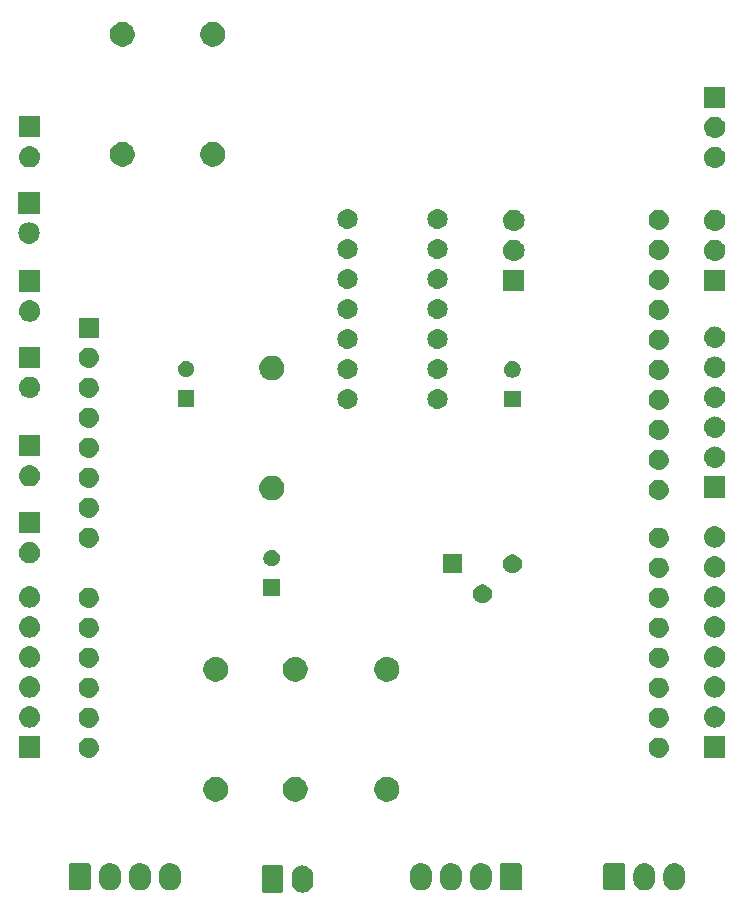
<source format=gbr>
G04 #@! TF.GenerationSoftware,KiCad,Pcbnew,(5.0.1-3-g963ef8bb5)*
G04 #@! TF.CreationDate,2019-03-18T17:32:53-03:00*
G04 #@! TF.ProjectId,NNC_monitor,4E4E435F6D6F6E69746F722E6B696361,rev?*
G04 #@! TF.SameCoordinates,Original*
G04 #@! TF.FileFunction,Soldermask,Top*
G04 #@! TF.FilePolarity,Negative*
%FSLAX46Y46*%
G04 Gerber Fmt 4.6, Leading zero omitted, Abs format (unit mm)*
G04 Created by KiCad (PCBNEW (5.0.1-3-g963ef8bb5)) date Monday, March 18, 2019 at 05:32:53 PM*
%MOMM*%
%LPD*%
G01*
G04 APERTURE LIST*
%ADD10C,0.100000*%
G04 APERTURE END LIST*
D10*
G36*
X101780547Y-105542326D02*
X101896286Y-105577435D01*
X101954157Y-105594990D01*
X102012514Y-105626183D01*
X102114155Y-105680511D01*
X102254396Y-105795604D01*
X102369489Y-105935844D01*
X102409298Y-106010321D01*
X102455010Y-106095842D01*
X102472565Y-106153713D01*
X102507674Y-106269452D01*
X102521000Y-106404756D01*
X102521000Y-106955243D01*
X102507674Y-107090548D01*
X102455010Y-107264157D01*
X102369489Y-107424156D01*
X102254396Y-107564396D01*
X102114156Y-107679489D01*
X102095314Y-107689560D01*
X101954158Y-107765010D01*
X101907551Y-107779148D01*
X101780548Y-107817674D01*
X101600000Y-107835456D01*
X101419453Y-107817674D01*
X101292450Y-107779148D01*
X101245843Y-107765010D01*
X101104687Y-107689560D01*
X101085845Y-107679489D01*
X100945605Y-107564396D01*
X100830512Y-107424156D01*
X100790703Y-107349680D01*
X100744990Y-107264158D01*
X100727435Y-107206287D01*
X100692326Y-107090548D01*
X100679000Y-106955244D01*
X100679000Y-106404757D01*
X100692326Y-106269453D01*
X100744990Y-106095844D01*
X100744990Y-106095843D01*
X100776183Y-106037486D01*
X100830511Y-105935845D01*
X100945604Y-105795604D01*
X101085844Y-105680511D01*
X101166093Y-105637617D01*
X101245842Y-105594990D01*
X101303713Y-105577435D01*
X101419452Y-105542326D01*
X101600000Y-105524544D01*
X101780547Y-105542326D01*
X101780547Y-105542326D01*
G37*
G36*
X99839560Y-105532966D02*
X99872383Y-105542923D01*
X99902632Y-105559092D01*
X99929148Y-105580852D01*
X99950908Y-105607368D01*
X99967077Y-105637617D01*
X99977034Y-105670440D01*
X99981000Y-105710712D01*
X99981000Y-107649288D01*
X99977034Y-107689560D01*
X99967077Y-107722383D01*
X99950908Y-107752632D01*
X99929148Y-107779148D01*
X99902632Y-107800908D01*
X99872383Y-107817077D01*
X99839560Y-107827034D01*
X99799288Y-107831000D01*
X98320712Y-107831000D01*
X98280440Y-107827034D01*
X98247617Y-107817077D01*
X98217368Y-107800908D01*
X98190852Y-107779148D01*
X98169092Y-107752632D01*
X98152923Y-107722383D01*
X98142966Y-107689560D01*
X98139000Y-107649288D01*
X98139000Y-105710712D01*
X98142966Y-105670440D01*
X98152923Y-105637617D01*
X98169092Y-105607368D01*
X98190852Y-105580852D01*
X98217368Y-105559092D01*
X98247617Y-105542923D01*
X98280440Y-105532966D01*
X98320712Y-105529000D01*
X99799288Y-105529000D01*
X99839560Y-105532966D01*
X99839560Y-105532966D01*
G37*
G36*
X85470547Y-105362326D02*
X85586286Y-105397435D01*
X85644157Y-105414990D01*
X85665718Y-105426515D01*
X85804155Y-105500511D01*
X85944396Y-105615604D01*
X86059489Y-105755844D01*
X86079699Y-105793654D01*
X86145010Y-105915842D01*
X86151077Y-105935843D01*
X86197674Y-106089452D01*
X86211000Y-106224756D01*
X86211000Y-106775243D01*
X86197674Y-106910548D01*
X86145010Y-107084157D01*
X86059489Y-107244156D01*
X85944396Y-107384396D01*
X85804156Y-107499489D01*
X85785314Y-107509560D01*
X85644158Y-107585010D01*
X85597551Y-107599148D01*
X85470548Y-107637674D01*
X85290000Y-107655456D01*
X85109453Y-107637674D01*
X84982450Y-107599148D01*
X84935843Y-107585010D01*
X84794687Y-107509560D01*
X84775845Y-107499489D01*
X84635605Y-107384396D01*
X84520512Y-107244156D01*
X84438404Y-107090545D01*
X84434990Y-107084158D01*
X84395885Y-106955245D01*
X84382326Y-106910548D01*
X84369000Y-106775244D01*
X84369000Y-106224757D01*
X84382326Y-106089453D01*
X84434990Y-105915844D01*
X84434990Y-105915843D01*
X84466183Y-105857486D01*
X84520511Y-105755845D01*
X84635604Y-105615604D01*
X84775844Y-105500511D01*
X84912685Y-105427368D01*
X84935842Y-105414990D01*
X84993713Y-105397435D01*
X85109452Y-105362326D01*
X85290000Y-105344544D01*
X85470547Y-105362326D01*
X85470547Y-105362326D01*
G37*
G36*
X88010547Y-105362326D02*
X88126286Y-105397435D01*
X88184157Y-105414990D01*
X88205718Y-105426515D01*
X88344155Y-105500511D01*
X88484396Y-105615604D01*
X88599489Y-105755844D01*
X88619699Y-105793654D01*
X88685010Y-105915842D01*
X88691077Y-105935843D01*
X88737674Y-106089452D01*
X88751000Y-106224756D01*
X88751000Y-106775243D01*
X88737674Y-106910548D01*
X88685010Y-107084157D01*
X88599489Y-107244156D01*
X88484396Y-107384396D01*
X88344156Y-107499489D01*
X88325314Y-107509560D01*
X88184158Y-107585010D01*
X88137551Y-107599148D01*
X88010548Y-107637674D01*
X87830000Y-107655456D01*
X87649453Y-107637674D01*
X87522450Y-107599148D01*
X87475843Y-107585010D01*
X87334687Y-107509560D01*
X87315845Y-107499489D01*
X87175605Y-107384396D01*
X87060512Y-107244156D01*
X86978404Y-107090545D01*
X86974990Y-107084158D01*
X86935885Y-106955245D01*
X86922326Y-106910548D01*
X86909000Y-106775244D01*
X86909000Y-106224757D01*
X86922326Y-106089453D01*
X86974990Y-105915844D01*
X86974990Y-105915843D01*
X87006183Y-105857486D01*
X87060511Y-105755845D01*
X87175604Y-105615604D01*
X87315844Y-105500511D01*
X87452685Y-105427368D01*
X87475842Y-105414990D01*
X87533713Y-105397435D01*
X87649452Y-105362326D01*
X87830000Y-105344544D01*
X88010547Y-105362326D01*
X88010547Y-105362326D01*
G37*
G36*
X90550547Y-105362326D02*
X90666286Y-105397435D01*
X90724157Y-105414990D01*
X90745718Y-105426515D01*
X90884155Y-105500511D01*
X91024396Y-105615604D01*
X91139489Y-105755844D01*
X91159699Y-105793654D01*
X91225010Y-105915842D01*
X91231077Y-105935843D01*
X91277674Y-106089452D01*
X91291000Y-106224756D01*
X91291000Y-106775243D01*
X91277674Y-106910548D01*
X91225010Y-107084157D01*
X91139489Y-107244156D01*
X91024396Y-107384396D01*
X90884156Y-107499489D01*
X90865314Y-107509560D01*
X90724158Y-107585010D01*
X90677551Y-107599148D01*
X90550548Y-107637674D01*
X90370000Y-107655456D01*
X90189453Y-107637674D01*
X90062450Y-107599148D01*
X90015843Y-107585010D01*
X89874687Y-107509560D01*
X89855845Y-107499489D01*
X89715605Y-107384396D01*
X89600512Y-107244156D01*
X89518404Y-107090545D01*
X89514990Y-107084158D01*
X89475885Y-106955245D01*
X89462326Y-106910548D01*
X89449000Y-106775244D01*
X89449000Y-106224757D01*
X89462326Y-106089453D01*
X89514990Y-105915844D01*
X89514990Y-105915843D01*
X89546183Y-105857486D01*
X89600511Y-105755845D01*
X89715604Y-105615604D01*
X89855844Y-105500511D01*
X89992685Y-105427368D01*
X90015842Y-105414990D01*
X90073713Y-105397435D01*
X90189452Y-105362326D01*
X90370000Y-105344544D01*
X90550547Y-105362326D01*
X90550547Y-105362326D01*
G37*
G36*
X111810548Y-105362326D02*
X111926287Y-105397435D01*
X111984158Y-105414990D01*
X112007315Y-105427368D01*
X112144156Y-105500511D01*
X112284396Y-105615604D01*
X112399489Y-105755844D01*
X112485010Y-105915843D01*
X112537674Y-106089452D01*
X112551000Y-106224757D01*
X112551000Y-106775244D01*
X112537674Y-106910548D01*
X112524115Y-106955245D01*
X112485010Y-107084158D01*
X112481594Y-107090548D01*
X112399489Y-107244156D01*
X112284396Y-107384396D01*
X112144155Y-107499489D01*
X112042514Y-107553817D01*
X111984157Y-107585010D01*
X111937550Y-107599148D01*
X111810547Y-107637674D01*
X111630000Y-107655456D01*
X111449452Y-107637674D01*
X111322449Y-107599148D01*
X111275842Y-107585010D01*
X111134686Y-107509560D01*
X111115844Y-107499489D01*
X110975604Y-107384396D01*
X110860511Y-107244155D01*
X110806183Y-107142514D01*
X110774990Y-107084157D01*
X110735885Y-106955244D01*
X110722326Y-106910547D01*
X110709000Y-106775243D01*
X110709000Y-106224756D01*
X110722326Y-106089452D01*
X110768923Y-105935843D01*
X110774990Y-105915842D01*
X110840302Y-105793654D01*
X110860512Y-105755844D01*
X110975605Y-105615604D01*
X111115845Y-105500511D01*
X111252686Y-105427368D01*
X111275843Y-105414990D01*
X111333714Y-105397435D01*
X111449453Y-105362326D01*
X111630000Y-105344544D01*
X111810548Y-105362326D01*
X111810548Y-105362326D01*
G37*
G36*
X114350548Y-105362326D02*
X114466287Y-105397435D01*
X114524158Y-105414990D01*
X114547315Y-105427368D01*
X114684156Y-105500511D01*
X114824396Y-105615604D01*
X114939489Y-105755844D01*
X115025010Y-105915843D01*
X115077674Y-106089452D01*
X115091000Y-106224757D01*
X115091000Y-106775244D01*
X115077674Y-106910548D01*
X115064115Y-106955245D01*
X115025010Y-107084158D01*
X115021594Y-107090548D01*
X114939489Y-107244156D01*
X114824396Y-107384396D01*
X114684155Y-107499489D01*
X114582514Y-107553817D01*
X114524157Y-107585010D01*
X114477550Y-107599148D01*
X114350547Y-107637674D01*
X114170000Y-107655456D01*
X113989452Y-107637674D01*
X113862449Y-107599148D01*
X113815842Y-107585010D01*
X113674686Y-107509560D01*
X113655844Y-107499489D01*
X113515604Y-107384396D01*
X113400511Y-107244155D01*
X113346183Y-107142514D01*
X113314990Y-107084157D01*
X113275885Y-106955244D01*
X113262326Y-106910547D01*
X113249000Y-106775243D01*
X113249000Y-106224756D01*
X113262326Y-106089452D01*
X113308923Y-105935843D01*
X113314990Y-105915842D01*
X113380302Y-105793654D01*
X113400512Y-105755844D01*
X113515605Y-105615604D01*
X113655845Y-105500511D01*
X113792686Y-105427368D01*
X113815843Y-105414990D01*
X113873714Y-105397435D01*
X113989453Y-105362326D01*
X114170000Y-105344544D01*
X114350548Y-105362326D01*
X114350548Y-105362326D01*
G37*
G36*
X116890548Y-105362326D02*
X117006287Y-105397435D01*
X117064158Y-105414990D01*
X117087315Y-105427368D01*
X117224156Y-105500511D01*
X117364396Y-105615604D01*
X117479489Y-105755844D01*
X117565010Y-105915843D01*
X117617674Y-106089452D01*
X117631000Y-106224757D01*
X117631000Y-106775244D01*
X117617674Y-106910548D01*
X117604115Y-106955245D01*
X117565010Y-107084158D01*
X117561594Y-107090548D01*
X117479489Y-107244156D01*
X117364396Y-107384396D01*
X117224155Y-107499489D01*
X117122514Y-107553817D01*
X117064157Y-107585010D01*
X117017550Y-107599148D01*
X116890547Y-107637674D01*
X116710000Y-107655456D01*
X116529452Y-107637674D01*
X116402449Y-107599148D01*
X116355842Y-107585010D01*
X116214686Y-107509560D01*
X116195844Y-107499489D01*
X116055604Y-107384396D01*
X115940511Y-107244155D01*
X115886183Y-107142514D01*
X115854990Y-107084157D01*
X115815885Y-106955244D01*
X115802326Y-106910547D01*
X115789000Y-106775243D01*
X115789000Y-106224756D01*
X115802326Y-106089452D01*
X115848923Y-105935843D01*
X115854990Y-105915842D01*
X115920302Y-105793654D01*
X115940512Y-105755844D01*
X116055605Y-105615604D01*
X116195845Y-105500511D01*
X116332686Y-105427368D01*
X116355843Y-105414990D01*
X116413714Y-105397435D01*
X116529453Y-105362326D01*
X116710000Y-105344544D01*
X116890548Y-105362326D01*
X116890548Y-105362326D01*
G37*
G36*
X130720547Y-105362326D02*
X130836286Y-105397435D01*
X130894157Y-105414990D01*
X130915718Y-105426515D01*
X131054155Y-105500511D01*
X131194396Y-105615604D01*
X131309489Y-105755844D01*
X131329699Y-105793654D01*
X131395010Y-105915842D01*
X131401077Y-105935843D01*
X131447674Y-106089452D01*
X131461000Y-106224756D01*
X131461000Y-106775243D01*
X131447674Y-106910548D01*
X131395010Y-107084157D01*
X131309489Y-107244156D01*
X131194396Y-107384396D01*
X131054156Y-107499489D01*
X131035314Y-107509560D01*
X130894158Y-107585010D01*
X130847551Y-107599148D01*
X130720548Y-107637674D01*
X130540000Y-107655456D01*
X130359453Y-107637674D01*
X130232450Y-107599148D01*
X130185843Y-107585010D01*
X130044687Y-107509560D01*
X130025845Y-107499489D01*
X129885605Y-107384396D01*
X129770512Y-107244156D01*
X129688404Y-107090545D01*
X129684990Y-107084158D01*
X129645885Y-106955245D01*
X129632326Y-106910548D01*
X129619000Y-106775244D01*
X129619000Y-106224757D01*
X129632326Y-106089453D01*
X129684990Y-105915844D01*
X129684990Y-105915843D01*
X129716183Y-105857486D01*
X129770511Y-105755845D01*
X129885604Y-105615604D01*
X130025844Y-105500511D01*
X130162685Y-105427368D01*
X130185842Y-105414990D01*
X130243713Y-105397435D01*
X130359452Y-105362326D01*
X130540000Y-105344544D01*
X130720547Y-105362326D01*
X130720547Y-105362326D01*
G37*
G36*
X133260547Y-105362326D02*
X133376286Y-105397435D01*
X133434157Y-105414990D01*
X133455718Y-105426515D01*
X133594155Y-105500511D01*
X133734396Y-105615604D01*
X133849489Y-105755844D01*
X133869699Y-105793654D01*
X133935010Y-105915842D01*
X133941077Y-105935843D01*
X133987674Y-106089452D01*
X134001000Y-106224756D01*
X134001000Y-106775243D01*
X133987674Y-106910548D01*
X133935010Y-107084157D01*
X133849489Y-107244156D01*
X133734396Y-107384396D01*
X133594156Y-107499489D01*
X133575314Y-107509560D01*
X133434158Y-107585010D01*
X133387551Y-107599148D01*
X133260548Y-107637674D01*
X133080000Y-107655456D01*
X132899453Y-107637674D01*
X132772450Y-107599148D01*
X132725843Y-107585010D01*
X132584687Y-107509560D01*
X132565845Y-107499489D01*
X132425605Y-107384396D01*
X132310512Y-107244156D01*
X132228404Y-107090545D01*
X132224990Y-107084158D01*
X132185885Y-106955245D01*
X132172326Y-106910548D01*
X132159000Y-106775244D01*
X132159000Y-106224757D01*
X132172326Y-106089453D01*
X132224990Y-105915844D01*
X132224990Y-105915843D01*
X132256183Y-105857486D01*
X132310511Y-105755845D01*
X132425604Y-105615604D01*
X132565844Y-105500511D01*
X132702685Y-105427368D01*
X132725842Y-105414990D01*
X132783713Y-105397435D01*
X132899452Y-105362326D01*
X133080000Y-105344544D01*
X133260547Y-105362326D01*
X133260547Y-105362326D01*
G37*
G36*
X120029560Y-105352966D02*
X120062383Y-105362923D01*
X120092632Y-105379092D01*
X120119148Y-105400852D01*
X120140908Y-105427368D01*
X120157077Y-105457617D01*
X120167034Y-105490440D01*
X120171000Y-105530712D01*
X120171000Y-107469288D01*
X120167034Y-107509560D01*
X120157077Y-107542383D01*
X120140908Y-107572632D01*
X120119148Y-107599148D01*
X120092632Y-107620908D01*
X120062383Y-107637077D01*
X120029560Y-107647034D01*
X119989288Y-107651000D01*
X118510712Y-107651000D01*
X118470440Y-107647034D01*
X118437617Y-107637077D01*
X118407368Y-107620908D01*
X118380852Y-107599148D01*
X118359092Y-107572632D01*
X118342923Y-107542383D01*
X118332966Y-107509560D01*
X118329000Y-107469288D01*
X118329000Y-105530712D01*
X118332966Y-105490440D01*
X118342923Y-105457617D01*
X118359092Y-105427368D01*
X118380852Y-105400852D01*
X118407368Y-105379092D01*
X118437617Y-105362923D01*
X118470440Y-105352966D01*
X118510712Y-105349000D01*
X119989288Y-105349000D01*
X120029560Y-105352966D01*
X120029560Y-105352966D01*
G37*
G36*
X83529560Y-105352966D02*
X83562383Y-105362923D01*
X83592632Y-105379092D01*
X83619148Y-105400852D01*
X83640908Y-105427368D01*
X83657077Y-105457617D01*
X83667034Y-105490440D01*
X83671000Y-105530712D01*
X83671000Y-107469288D01*
X83667034Y-107509560D01*
X83657077Y-107542383D01*
X83640908Y-107572632D01*
X83619148Y-107599148D01*
X83592632Y-107620908D01*
X83562383Y-107637077D01*
X83529560Y-107647034D01*
X83489288Y-107651000D01*
X82010712Y-107651000D01*
X81970440Y-107647034D01*
X81937617Y-107637077D01*
X81907368Y-107620908D01*
X81880852Y-107599148D01*
X81859092Y-107572632D01*
X81842923Y-107542383D01*
X81832966Y-107509560D01*
X81829000Y-107469288D01*
X81829000Y-105530712D01*
X81832966Y-105490440D01*
X81842923Y-105457617D01*
X81859092Y-105427368D01*
X81880852Y-105400852D01*
X81907368Y-105379092D01*
X81937617Y-105362923D01*
X81970440Y-105352966D01*
X82010712Y-105349000D01*
X83489288Y-105349000D01*
X83529560Y-105352966D01*
X83529560Y-105352966D01*
G37*
G36*
X128779560Y-105352966D02*
X128812383Y-105362923D01*
X128842632Y-105379092D01*
X128869148Y-105400852D01*
X128890908Y-105427368D01*
X128907077Y-105457617D01*
X128917034Y-105490440D01*
X128921000Y-105530712D01*
X128921000Y-107469288D01*
X128917034Y-107509560D01*
X128907077Y-107542383D01*
X128890908Y-107572632D01*
X128869148Y-107599148D01*
X128842632Y-107620908D01*
X128812383Y-107637077D01*
X128779560Y-107647034D01*
X128739288Y-107651000D01*
X127260712Y-107651000D01*
X127220440Y-107647034D01*
X127187617Y-107637077D01*
X127157368Y-107620908D01*
X127130852Y-107599148D01*
X127109092Y-107572632D01*
X127092923Y-107542383D01*
X127082966Y-107509560D01*
X127079000Y-107469288D01*
X127079000Y-105530712D01*
X127082966Y-105490440D01*
X127092923Y-105457617D01*
X127109092Y-105427368D01*
X127130852Y-105400852D01*
X127157368Y-105379092D01*
X127187617Y-105362923D01*
X127220440Y-105352966D01*
X127260712Y-105349000D01*
X128739288Y-105349000D01*
X128779560Y-105352966D01*
X128779560Y-105352966D01*
G37*
G36*
X101306414Y-98069879D02*
X101306416Y-98069880D01*
X101306417Y-98069880D01*
X101497594Y-98149068D01*
X101669651Y-98264033D01*
X101815967Y-98410349D01*
X101930932Y-98582406D01*
X102010121Y-98773586D01*
X102050490Y-98976534D01*
X102050490Y-99183466D01*
X102010121Y-99386414D01*
X101930932Y-99577594D01*
X101815967Y-99749651D01*
X101669651Y-99895967D01*
X101669648Y-99895969D01*
X101497594Y-100010932D01*
X101306417Y-100090120D01*
X101306416Y-100090120D01*
X101306414Y-100090121D01*
X101103466Y-100130490D01*
X100896534Y-100130490D01*
X100693586Y-100090121D01*
X100693584Y-100090120D01*
X100693583Y-100090120D01*
X100502406Y-100010932D01*
X100330352Y-99895969D01*
X100330349Y-99895967D01*
X100184033Y-99749651D01*
X100069068Y-99577594D01*
X99989879Y-99386414D01*
X99949510Y-99183466D01*
X99949510Y-98976534D01*
X99989879Y-98773586D01*
X100069068Y-98582406D01*
X100184033Y-98410349D01*
X100330349Y-98264033D01*
X100502406Y-98149068D01*
X100693583Y-98069880D01*
X100693584Y-98069880D01*
X100693586Y-98069879D01*
X100896534Y-98029510D01*
X101103466Y-98029510D01*
X101306414Y-98069879D01*
X101306414Y-98069879D01*
G37*
G36*
X94556414Y-98069879D02*
X94556416Y-98069880D01*
X94556417Y-98069880D01*
X94747594Y-98149068D01*
X94919651Y-98264033D01*
X95065967Y-98410349D01*
X95180932Y-98582406D01*
X95260121Y-98773586D01*
X95300490Y-98976534D01*
X95300490Y-99183466D01*
X95260121Y-99386414D01*
X95180932Y-99577594D01*
X95065967Y-99749651D01*
X94919651Y-99895967D01*
X94919648Y-99895969D01*
X94747594Y-100010932D01*
X94556417Y-100090120D01*
X94556416Y-100090120D01*
X94556414Y-100090121D01*
X94353466Y-100130490D01*
X94146534Y-100130490D01*
X93943586Y-100090121D01*
X93943584Y-100090120D01*
X93943583Y-100090120D01*
X93752406Y-100010932D01*
X93580352Y-99895969D01*
X93580349Y-99895967D01*
X93434033Y-99749651D01*
X93319068Y-99577594D01*
X93239879Y-99386414D01*
X93199510Y-99183466D01*
X93199510Y-98976534D01*
X93239879Y-98773586D01*
X93319068Y-98582406D01*
X93434033Y-98410349D01*
X93580349Y-98264033D01*
X93752406Y-98149068D01*
X93943583Y-98069880D01*
X93943584Y-98069880D01*
X93943586Y-98069879D01*
X94146534Y-98029510D01*
X94353466Y-98029510D01*
X94556414Y-98069879D01*
X94556414Y-98069879D01*
G37*
G36*
X109056414Y-98069879D02*
X109056416Y-98069880D01*
X109056417Y-98069880D01*
X109247594Y-98149068D01*
X109419651Y-98264033D01*
X109565967Y-98410349D01*
X109680932Y-98582406D01*
X109760121Y-98773586D01*
X109800490Y-98976534D01*
X109800490Y-99183466D01*
X109760121Y-99386414D01*
X109680932Y-99577594D01*
X109565967Y-99749651D01*
X109419651Y-99895967D01*
X109419648Y-99895969D01*
X109247594Y-100010932D01*
X109056417Y-100090120D01*
X109056416Y-100090120D01*
X109056414Y-100090121D01*
X108853466Y-100130490D01*
X108646534Y-100130490D01*
X108443586Y-100090121D01*
X108443584Y-100090120D01*
X108443583Y-100090120D01*
X108252406Y-100010932D01*
X108080352Y-99895969D01*
X108080349Y-99895967D01*
X107934033Y-99749651D01*
X107819068Y-99577594D01*
X107739879Y-99386414D01*
X107699510Y-99183466D01*
X107699510Y-98976534D01*
X107739879Y-98773586D01*
X107819068Y-98582406D01*
X107934033Y-98410349D01*
X108080349Y-98264033D01*
X108252406Y-98149068D01*
X108443583Y-98069880D01*
X108443584Y-98069880D01*
X108443586Y-98069879D01*
X108646534Y-98029510D01*
X108853466Y-98029510D01*
X109056414Y-98069879D01*
X109056414Y-98069879D01*
G37*
G36*
X131926821Y-94721313D02*
X131926824Y-94721314D01*
X131926825Y-94721314D01*
X132087239Y-94769975D01*
X132087241Y-94769976D01*
X132087244Y-94769977D01*
X132235078Y-94848995D01*
X132364659Y-94955341D01*
X132471005Y-95084922D01*
X132550023Y-95232756D01*
X132598687Y-95393179D01*
X132615117Y-95560000D01*
X132598687Y-95726821D01*
X132550023Y-95887244D01*
X132471005Y-96035078D01*
X132364659Y-96164659D01*
X132235078Y-96271005D01*
X132087244Y-96350023D01*
X132087241Y-96350024D01*
X132087239Y-96350025D01*
X131926825Y-96398686D01*
X131926824Y-96398686D01*
X131926821Y-96398687D01*
X131801804Y-96411000D01*
X131718196Y-96411000D01*
X131593179Y-96398687D01*
X131593176Y-96398686D01*
X131593175Y-96398686D01*
X131432761Y-96350025D01*
X131432759Y-96350024D01*
X131432756Y-96350023D01*
X131284922Y-96271005D01*
X131155341Y-96164659D01*
X131048995Y-96035078D01*
X130969977Y-95887244D01*
X130921313Y-95726821D01*
X130904883Y-95560000D01*
X130921313Y-95393179D01*
X130969977Y-95232756D01*
X131048995Y-95084922D01*
X131155341Y-94955341D01*
X131284922Y-94848995D01*
X131432756Y-94769977D01*
X131432759Y-94769976D01*
X131432761Y-94769975D01*
X131593175Y-94721314D01*
X131593176Y-94721314D01*
X131593179Y-94721313D01*
X131718196Y-94709000D01*
X131801804Y-94709000D01*
X131926821Y-94721313D01*
X131926821Y-94721313D01*
G37*
G36*
X83666821Y-94721313D02*
X83666824Y-94721314D01*
X83666825Y-94721314D01*
X83827239Y-94769975D01*
X83827241Y-94769976D01*
X83827244Y-94769977D01*
X83975078Y-94848995D01*
X84104659Y-94955341D01*
X84211005Y-95084922D01*
X84290023Y-95232756D01*
X84338687Y-95393179D01*
X84355117Y-95560000D01*
X84338687Y-95726821D01*
X84290023Y-95887244D01*
X84211005Y-96035078D01*
X84104659Y-96164659D01*
X83975078Y-96271005D01*
X83827244Y-96350023D01*
X83827241Y-96350024D01*
X83827239Y-96350025D01*
X83666825Y-96398686D01*
X83666824Y-96398686D01*
X83666821Y-96398687D01*
X83541804Y-96411000D01*
X83458196Y-96411000D01*
X83333179Y-96398687D01*
X83333176Y-96398686D01*
X83333175Y-96398686D01*
X83172761Y-96350025D01*
X83172759Y-96350024D01*
X83172756Y-96350023D01*
X83024922Y-96271005D01*
X82895341Y-96164659D01*
X82788995Y-96035078D01*
X82709977Y-95887244D01*
X82661313Y-95726821D01*
X82644883Y-95560000D01*
X82661313Y-95393179D01*
X82709977Y-95232756D01*
X82788995Y-95084922D01*
X82895341Y-94955341D01*
X83024922Y-94848995D01*
X83172756Y-94769977D01*
X83172759Y-94769976D01*
X83172761Y-94769975D01*
X83333175Y-94721314D01*
X83333176Y-94721314D01*
X83333179Y-94721313D01*
X83458196Y-94709000D01*
X83541804Y-94709000D01*
X83666821Y-94721313D01*
X83666821Y-94721313D01*
G37*
G36*
X79401000Y-96401000D02*
X77599000Y-96401000D01*
X77599000Y-94599000D01*
X79401000Y-94599000D01*
X79401000Y-96401000D01*
X79401000Y-96401000D01*
G37*
G36*
X137401000Y-96401000D02*
X135599000Y-96401000D01*
X135599000Y-94599000D01*
X137401000Y-94599000D01*
X137401000Y-96401000D01*
X137401000Y-96401000D01*
G37*
G36*
X131926821Y-92181313D02*
X131926824Y-92181314D01*
X131926825Y-92181314D01*
X132087239Y-92229975D01*
X132087241Y-92229976D01*
X132087244Y-92229977D01*
X132235078Y-92308995D01*
X132364659Y-92415341D01*
X132471005Y-92544922D01*
X132550023Y-92692756D01*
X132550024Y-92692759D01*
X132550025Y-92692761D01*
X132577512Y-92783375D01*
X132598687Y-92853179D01*
X132615117Y-93020000D01*
X132598687Y-93186821D01*
X132550023Y-93347244D01*
X132471005Y-93495078D01*
X132364659Y-93624659D01*
X132235078Y-93731005D01*
X132087244Y-93810023D01*
X132087241Y-93810024D01*
X132087239Y-93810025D01*
X131926825Y-93858686D01*
X131926824Y-93858686D01*
X131926821Y-93858687D01*
X131801804Y-93871000D01*
X131718196Y-93871000D01*
X131593179Y-93858687D01*
X131593176Y-93858686D01*
X131593175Y-93858686D01*
X131432761Y-93810025D01*
X131432759Y-93810024D01*
X131432756Y-93810023D01*
X131284922Y-93731005D01*
X131155341Y-93624659D01*
X131048995Y-93495078D01*
X130969977Y-93347244D01*
X130921313Y-93186821D01*
X130904883Y-93020000D01*
X130921313Y-92853179D01*
X130942488Y-92783375D01*
X130969975Y-92692761D01*
X130969976Y-92692759D01*
X130969977Y-92692756D01*
X131048995Y-92544922D01*
X131155341Y-92415341D01*
X131284922Y-92308995D01*
X131432756Y-92229977D01*
X131432759Y-92229976D01*
X131432761Y-92229975D01*
X131593175Y-92181314D01*
X131593176Y-92181314D01*
X131593179Y-92181313D01*
X131718196Y-92169000D01*
X131801804Y-92169000D01*
X131926821Y-92181313D01*
X131926821Y-92181313D01*
G37*
G36*
X83666821Y-92181313D02*
X83666824Y-92181314D01*
X83666825Y-92181314D01*
X83827239Y-92229975D01*
X83827241Y-92229976D01*
X83827244Y-92229977D01*
X83975078Y-92308995D01*
X84104659Y-92415341D01*
X84211005Y-92544922D01*
X84290023Y-92692756D01*
X84290024Y-92692759D01*
X84290025Y-92692761D01*
X84317512Y-92783375D01*
X84338687Y-92853179D01*
X84355117Y-93020000D01*
X84338687Y-93186821D01*
X84290023Y-93347244D01*
X84211005Y-93495078D01*
X84104659Y-93624659D01*
X83975078Y-93731005D01*
X83827244Y-93810023D01*
X83827241Y-93810024D01*
X83827239Y-93810025D01*
X83666825Y-93858686D01*
X83666824Y-93858686D01*
X83666821Y-93858687D01*
X83541804Y-93871000D01*
X83458196Y-93871000D01*
X83333179Y-93858687D01*
X83333176Y-93858686D01*
X83333175Y-93858686D01*
X83172761Y-93810025D01*
X83172759Y-93810024D01*
X83172756Y-93810023D01*
X83024922Y-93731005D01*
X82895341Y-93624659D01*
X82788995Y-93495078D01*
X82709977Y-93347244D01*
X82661313Y-93186821D01*
X82644883Y-93020000D01*
X82661313Y-92853179D01*
X82682488Y-92783375D01*
X82709975Y-92692761D01*
X82709976Y-92692759D01*
X82709977Y-92692756D01*
X82788995Y-92544922D01*
X82895341Y-92415341D01*
X83024922Y-92308995D01*
X83172756Y-92229977D01*
X83172759Y-92229976D01*
X83172761Y-92229975D01*
X83333175Y-92181314D01*
X83333176Y-92181314D01*
X83333179Y-92181313D01*
X83458196Y-92169000D01*
X83541804Y-92169000D01*
X83666821Y-92181313D01*
X83666821Y-92181313D01*
G37*
G36*
X136610443Y-92065519D02*
X136676627Y-92072037D01*
X136789853Y-92106384D01*
X136846467Y-92123557D01*
X136954519Y-92181313D01*
X137002991Y-92207222D01*
X137030715Y-92229975D01*
X137140186Y-92319814D01*
X137218582Y-92415341D01*
X137252778Y-92457009D01*
X137252779Y-92457011D01*
X137336443Y-92613533D01*
X137336443Y-92613534D01*
X137387963Y-92783373D01*
X137405359Y-92960000D01*
X137387963Y-93136627D01*
X137353616Y-93249853D01*
X137336443Y-93306467D01*
X137314647Y-93347244D01*
X137252778Y-93462991D01*
X137226445Y-93495078D01*
X137140186Y-93600186D01*
X137038729Y-93683448D01*
X137002991Y-93712778D01*
X137002989Y-93712779D01*
X136846467Y-93796443D01*
X136801699Y-93810023D01*
X136676627Y-93847963D01*
X136610442Y-93854482D01*
X136544260Y-93861000D01*
X136455740Y-93861000D01*
X136389557Y-93854481D01*
X136323373Y-93847963D01*
X136198301Y-93810023D01*
X136153533Y-93796443D01*
X135997011Y-93712779D01*
X135997009Y-93712778D01*
X135961271Y-93683448D01*
X135859814Y-93600186D01*
X135773555Y-93495078D01*
X135747222Y-93462991D01*
X135685353Y-93347244D01*
X135663557Y-93306467D01*
X135646384Y-93249853D01*
X135612037Y-93136627D01*
X135594641Y-92960000D01*
X135612037Y-92783373D01*
X135663557Y-92613534D01*
X135663557Y-92613533D01*
X135747221Y-92457011D01*
X135747222Y-92457009D01*
X135781418Y-92415341D01*
X135859814Y-92319814D01*
X135969285Y-92229975D01*
X135997009Y-92207222D01*
X136045481Y-92181313D01*
X136153533Y-92123557D01*
X136210147Y-92106384D01*
X136323373Y-92072037D01*
X136389557Y-92065519D01*
X136455740Y-92059000D01*
X136544260Y-92059000D01*
X136610443Y-92065519D01*
X136610443Y-92065519D01*
G37*
G36*
X78610443Y-92065519D02*
X78676627Y-92072037D01*
X78789853Y-92106384D01*
X78846467Y-92123557D01*
X78954519Y-92181313D01*
X79002991Y-92207222D01*
X79030715Y-92229975D01*
X79140186Y-92319814D01*
X79218582Y-92415341D01*
X79252778Y-92457009D01*
X79252779Y-92457011D01*
X79336443Y-92613533D01*
X79336443Y-92613534D01*
X79387963Y-92783373D01*
X79405359Y-92960000D01*
X79387963Y-93136627D01*
X79353616Y-93249853D01*
X79336443Y-93306467D01*
X79314647Y-93347244D01*
X79252778Y-93462991D01*
X79226445Y-93495078D01*
X79140186Y-93600186D01*
X79038729Y-93683448D01*
X79002991Y-93712778D01*
X79002989Y-93712779D01*
X78846467Y-93796443D01*
X78801699Y-93810023D01*
X78676627Y-93847963D01*
X78610443Y-93854481D01*
X78544260Y-93861000D01*
X78455740Y-93861000D01*
X78389557Y-93854481D01*
X78323373Y-93847963D01*
X78198301Y-93810023D01*
X78153533Y-93796443D01*
X77997011Y-93712779D01*
X77997009Y-93712778D01*
X77961271Y-93683448D01*
X77859814Y-93600186D01*
X77773555Y-93495078D01*
X77747222Y-93462991D01*
X77685353Y-93347244D01*
X77663557Y-93306467D01*
X77646384Y-93249853D01*
X77612037Y-93136627D01*
X77594641Y-92960000D01*
X77612037Y-92783373D01*
X77663557Y-92613534D01*
X77663557Y-92613533D01*
X77747221Y-92457011D01*
X77747222Y-92457009D01*
X77781418Y-92415341D01*
X77859814Y-92319814D01*
X77969285Y-92229975D01*
X77997009Y-92207222D01*
X78045481Y-92181313D01*
X78153533Y-92123557D01*
X78210147Y-92106384D01*
X78323373Y-92072037D01*
X78389557Y-92065519D01*
X78455740Y-92059000D01*
X78544260Y-92059000D01*
X78610443Y-92065519D01*
X78610443Y-92065519D01*
G37*
G36*
X131926821Y-89641313D02*
X131926824Y-89641314D01*
X131926825Y-89641314D01*
X132087239Y-89689975D01*
X132087241Y-89689976D01*
X132087244Y-89689977D01*
X132235078Y-89768995D01*
X132364659Y-89875341D01*
X132471005Y-90004922D01*
X132550023Y-90152756D01*
X132550024Y-90152759D01*
X132550025Y-90152761D01*
X132577512Y-90243375D01*
X132598687Y-90313179D01*
X132615117Y-90480000D01*
X132598687Y-90646821D01*
X132550023Y-90807244D01*
X132471005Y-90955078D01*
X132364659Y-91084659D01*
X132235078Y-91191005D01*
X132087244Y-91270023D01*
X132087241Y-91270024D01*
X132087239Y-91270025D01*
X131926825Y-91318686D01*
X131926824Y-91318686D01*
X131926821Y-91318687D01*
X131801804Y-91331000D01*
X131718196Y-91331000D01*
X131593179Y-91318687D01*
X131593176Y-91318686D01*
X131593175Y-91318686D01*
X131432761Y-91270025D01*
X131432759Y-91270024D01*
X131432756Y-91270023D01*
X131284922Y-91191005D01*
X131155341Y-91084659D01*
X131048995Y-90955078D01*
X130969977Y-90807244D01*
X130921313Y-90646821D01*
X130904883Y-90480000D01*
X130921313Y-90313179D01*
X130942488Y-90243375D01*
X130969975Y-90152761D01*
X130969976Y-90152759D01*
X130969977Y-90152756D01*
X131048995Y-90004922D01*
X131155341Y-89875341D01*
X131284922Y-89768995D01*
X131432756Y-89689977D01*
X131432759Y-89689976D01*
X131432761Y-89689975D01*
X131593175Y-89641314D01*
X131593176Y-89641314D01*
X131593179Y-89641313D01*
X131718196Y-89629000D01*
X131801804Y-89629000D01*
X131926821Y-89641313D01*
X131926821Y-89641313D01*
G37*
G36*
X83666821Y-89641313D02*
X83666824Y-89641314D01*
X83666825Y-89641314D01*
X83827239Y-89689975D01*
X83827241Y-89689976D01*
X83827244Y-89689977D01*
X83975078Y-89768995D01*
X84104659Y-89875341D01*
X84211005Y-90004922D01*
X84290023Y-90152756D01*
X84290024Y-90152759D01*
X84290025Y-90152761D01*
X84317512Y-90243375D01*
X84338687Y-90313179D01*
X84355117Y-90480000D01*
X84338687Y-90646821D01*
X84290023Y-90807244D01*
X84211005Y-90955078D01*
X84104659Y-91084659D01*
X83975078Y-91191005D01*
X83827244Y-91270023D01*
X83827241Y-91270024D01*
X83827239Y-91270025D01*
X83666825Y-91318686D01*
X83666824Y-91318686D01*
X83666821Y-91318687D01*
X83541804Y-91331000D01*
X83458196Y-91331000D01*
X83333179Y-91318687D01*
X83333176Y-91318686D01*
X83333175Y-91318686D01*
X83172761Y-91270025D01*
X83172759Y-91270024D01*
X83172756Y-91270023D01*
X83024922Y-91191005D01*
X82895341Y-91084659D01*
X82788995Y-90955078D01*
X82709977Y-90807244D01*
X82661313Y-90646821D01*
X82644883Y-90480000D01*
X82661313Y-90313179D01*
X82682488Y-90243375D01*
X82709975Y-90152761D01*
X82709976Y-90152759D01*
X82709977Y-90152756D01*
X82788995Y-90004922D01*
X82895341Y-89875341D01*
X83024922Y-89768995D01*
X83172756Y-89689977D01*
X83172759Y-89689976D01*
X83172761Y-89689975D01*
X83333175Y-89641314D01*
X83333176Y-89641314D01*
X83333179Y-89641313D01*
X83458196Y-89629000D01*
X83541804Y-89629000D01*
X83666821Y-89641313D01*
X83666821Y-89641313D01*
G37*
G36*
X136610442Y-89525518D02*
X136676627Y-89532037D01*
X136789853Y-89566384D01*
X136846467Y-89583557D01*
X136954519Y-89641313D01*
X137002991Y-89667222D01*
X137030715Y-89689975D01*
X137140186Y-89779814D01*
X137198550Y-89850932D01*
X137252778Y-89917009D01*
X137252779Y-89917011D01*
X137336443Y-90073533D01*
X137336443Y-90073534D01*
X137387963Y-90243373D01*
X137405359Y-90420000D01*
X137387963Y-90596627D01*
X137353616Y-90709853D01*
X137336443Y-90766467D01*
X137314647Y-90807244D01*
X137252778Y-90922991D01*
X137226445Y-90955078D01*
X137140186Y-91060186D01*
X137038729Y-91143448D01*
X137002991Y-91172778D01*
X137002989Y-91172779D01*
X136846467Y-91256443D01*
X136801699Y-91270023D01*
X136676627Y-91307963D01*
X136610443Y-91314481D01*
X136544260Y-91321000D01*
X136455740Y-91321000D01*
X136389557Y-91314481D01*
X136323373Y-91307963D01*
X136198301Y-91270023D01*
X136153533Y-91256443D01*
X135997011Y-91172779D01*
X135997009Y-91172778D01*
X135961271Y-91143448D01*
X135859814Y-91060186D01*
X135773555Y-90955078D01*
X135747222Y-90922991D01*
X135685353Y-90807244D01*
X135663557Y-90766467D01*
X135646384Y-90709853D01*
X135612037Y-90596627D01*
X135594641Y-90420000D01*
X135612037Y-90243373D01*
X135663557Y-90073534D01*
X135663557Y-90073533D01*
X135747221Y-89917011D01*
X135747222Y-89917009D01*
X135801450Y-89850932D01*
X135859814Y-89779814D01*
X135969285Y-89689975D01*
X135997009Y-89667222D01*
X136045481Y-89641313D01*
X136153533Y-89583557D01*
X136210147Y-89566384D01*
X136323373Y-89532037D01*
X136389558Y-89525518D01*
X136455740Y-89519000D01*
X136544260Y-89519000D01*
X136610442Y-89525518D01*
X136610442Y-89525518D01*
G37*
G36*
X78610442Y-89525518D02*
X78676627Y-89532037D01*
X78789853Y-89566384D01*
X78846467Y-89583557D01*
X78954519Y-89641313D01*
X79002991Y-89667222D01*
X79030715Y-89689975D01*
X79140186Y-89779814D01*
X79198550Y-89850932D01*
X79252778Y-89917009D01*
X79252779Y-89917011D01*
X79336443Y-90073533D01*
X79336443Y-90073534D01*
X79387963Y-90243373D01*
X79405359Y-90420000D01*
X79387963Y-90596627D01*
X79353616Y-90709853D01*
X79336443Y-90766467D01*
X79314647Y-90807244D01*
X79252778Y-90922991D01*
X79226445Y-90955078D01*
X79140186Y-91060186D01*
X79038729Y-91143448D01*
X79002991Y-91172778D01*
X79002989Y-91172779D01*
X78846467Y-91256443D01*
X78801699Y-91270023D01*
X78676627Y-91307963D01*
X78610443Y-91314481D01*
X78544260Y-91321000D01*
X78455740Y-91321000D01*
X78389557Y-91314481D01*
X78323373Y-91307963D01*
X78198301Y-91270023D01*
X78153533Y-91256443D01*
X77997011Y-91172779D01*
X77997009Y-91172778D01*
X77961271Y-91143448D01*
X77859814Y-91060186D01*
X77773555Y-90955078D01*
X77747222Y-90922991D01*
X77685353Y-90807244D01*
X77663557Y-90766467D01*
X77646384Y-90709853D01*
X77612037Y-90596627D01*
X77594641Y-90420000D01*
X77612037Y-90243373D01*
X77663557Y-90073534D01*
X77663557Y-90073533D01*
X77747221Y-89917011D01*
X77747222Y-89917009D01*
X77801450Y-89850932D01*
X77859814Y-89779814D01*
X77969285Y-89689975D01*
X77997009Y-89667222D01*
X78045481Y-89641313D01*
X78153533Y-89583557D01*
X78210147Y-89566384D01*
X78323373Y-89532037D01*
X78389558Y-89525518D01*
X78455740Y-89519000D01*
X78544260Y-89519000D01*
X78610442Y-89525518D01*
X78610442Y-89525518D01*
G37*
G36*
X101306414Y-87909879D02*
X101306416Y-87909880D01*
X101306417Y-87909880D01*
X101379133Y-87940000D01*
X101497594Y-87989068D01*
X101669651Y-88104033D01*
X101815967Y-88250349D01*
X101930932Y-88422406D01*
X102010121Y-88613586D01*
X102050490Y-88816534D01*
X102050490Y-89023466D01*
X102010121Y-89226414D01*
X101930932Y-89417594D01*
X101815967Y-89589651D01*
X101669651Y-89735967D01*
X101669648Y-89735969D01*
X101497594Y-89850932D01*
X101306417Y-89930120D01*
X101306416Y-89930120D01*
X101306414Y-89930121D01*
X101103466Y-89970490D01*
X100896534Y-89970490D01*
X100693586Y-89930121D01*
X100693584Y-89930120D01*
X100693583Y-89930120D01*
X100502406Y-89850932D01*
X100330352Y-89735969D01*
X100330349Y-89735967D01*
X100184033Y-89589651D01*
X100069068Y-89417594D01*
X99989879Y-89226414D01*
X99949510Y-89023466D01*
X99949510Y-88816534D01*
X99989879Y-88613586D01*
X100069068Y-88422406D01*
X100184033Y-88250349D01*
X100330349Y-88104033D01*
X100502406Y-87989068D01*
X100620867Y-87940000D01*
X100693583Y-87909880D01*
X100693584Y-87909880D01*
X100693586Y-87909879D01*
X100896534Y-87869510D01*
X101103466Y-87869510D01*
X101306414Y-87909879D01*
X101306414Y-87909879D01*
G37*
G36*
X94556414Y-87909879D02*
X94556416Y-87909880D01*
X94556417Y-87909880D01*
X94629133Y-87940000D01*
X94747594Y-87989068D01*
X94919651Y-88104033D01*
X95065967Y-88250349D01*
X95180932Y-88422406D01*
X95260121Y-88613586D01*
X95300490Y-88816534D01*
X95300490Y-89023466D01*
X95260121Y-89226414D01*
X95180932Y-89417594D01*
X95065967Y-89589651D01*
X94919651Y-89735967D01*
X94919648Y-89735969D01*
X94747594Y-89850932D01*
X94556417Y-89930120D01*
X94556416Y-89930120D01*
X94556414Y-89930121D01*
X94353466Y-89970490D01*
X94146534Y-89970490D01*
X93943586Y-89930121D01*
X93943584Y-89930120D01*
X93943583Y-89930120D01*
X93752406Y-89850932D01*
X93580352Y-89735969D01*
X93580349Y-89735967D01*
X93434033Y-89589651D01*
X93319068Y-89417594D01*
X93239879Y-89226414D01*
X93199510Y-89023466D01*
X93199510Y-88816534D01*
X93239879Y-88613586D01*
X93319068Y-88422406D01*
X93434033Y-88250349D01*
X93580349Y-88104033D01*
X93752406Y-87989068D01*
X93870867Y-87940000D01*
X93943583Y-87909880D01*
X93943584Y-87909880D01*
X93943586Y-87909879D01*
X94146534Y-87869510D01*
X94353466Y-87869510D01*
X94556414Y-87909879D01*
X94556414Y-87909879D01*
G37*
G36*
X109056414Y-87909879D02*
X109056416Y-87909880D01*
X109056417Y-87909880D01*
X109129133Y-87940000D01*
X109247594Y-87989068D01*
X109419651Y-88104033D01*
X109565967Y-88250349D01*
X109680932Y-88422406D01*
X109760121Y-88613586D01*
X109800490Y-88816534D01*
X109800490Y-89023466D01*
X109760121Y-89226414D01*
X109680932Y-89417594D01*
X109565967Y-89589651D01*
X109419651Y-89735967D01*
X109419648Y-89735969D01*
X109247594Y-89850932D01*
X109056417Y-89930120D01*
X109056416Y-89930120D01*
X109056414Y-89930121D01*
X108853466Y-89970490D01*
X108646534Y-89970490D01*
X108443586Y-89930121D01*
X108443584Y-89930120D01*
X108443583Y-89930120D01*
X108252406Y-89850932D01*
X108080352Y-89735969D01*
X108080349Y-89735967D01*
X107934033Y-89589651D01*
X107819068Y-89417594D01*
X107739879Y-89226414D01*
X107699510Y-89023466D01*
X107699510Y-88816534D01*
X107739879Y-88613586D01*
X107819068Y-88422406D01*
X107934033Y-88250349D01*
X108080349Y-88104033D01*
X108252406Y-87989068D01*
X108370867Y-87940000D01*
X108443583Y-87909880D01*
X108443584Y-87909880D01*
X108443586Y-87909879D01*
X108646534Y-87869510D01*
X108853466Y-87869510D01*
X109056414Y-87909879D01*
X109056414Y-87909879D01*
G37*
G36*
X131926821Y-87101313D02*
X131926824Y-87101314D01*
X131926825Y-87101314D01*
X132087239Y-87149975D01*
X132087241Y-87149976D01*
X132087244Y-87149977D01*
X132235078Y-87228995D01*
X132364659Y-87335341D01*
X132471005Y-87464922D01*
X132550023Y-87612756D01*
X132550024Y-87612759D01*
X132550025Y-87612761D01*
X132577512Y-87703375D01*
X132598687Y-87773179D01*
X132615117Y-87940000D01*
X132598687Y-88106821D01*
X132598686Y-88106824D01*
X132598686Y-88106825D01*
X132555148Y-88250352D01*
X132550023Y-88267244D01*
X132471005Y-88415078D01*
X132364659Y-88544659D01*
X132235078Y-88651005D01*
X132087244Y-88730023D01*
X132087241Y-88730024D01*
X132087239Y-88730025D01*
X131926825Y-88778686D01*
X131926824Y-88778686D01*
X131926821Y-88778687D01*
X131801804Y-88791000D01*
X131718196Y-88791000D01*
X131593179Y-88778687D01*
X131593176Y-88778686D01*
X131593175Y-88778686D01*
X131432761Y-88730025D01*
X131432759Y-88730024D01*
X131432756Y-88730023D01*
X131284922Y-88651005D01*
X131155341Y-88544659D01*
X131048995Y-88415078D01*
X130969977Y-88267244D01*
X130964853Y-88250352D01*
X130921314Y-88106825D01*
X130921314Y-88106824D01*
X130921313Y-88106821D01*
X130904883Y-87940000D01*
X130921313Y-87773179D01*
X130942488Y-87703375D01*
X130969975Y-87612761D01*
X130969976Y-87612759D01*
X130969977Y-87612756D01*
X131048995Y-87464922D01*
X131155341Y-87335341D01*
X131284922Y-87228995D01*
X131432756Y-87149977D01*
X131432759Y-87149976D01*
X131432761Y-87149975D01*
X131593175Y-87101314D01*
X131593176Y-87101314D01*
X131593179Y-87101313D01*
X131718196Y-87089000D01*
X131801804Y-87089000D01*
X131926821Y-87101313D01*
X131926821Y-87101313D01*
G37*
G36*
X83666821Y-87101313D02*
X83666824Y-87101314D01*
X83666825Y-87101314D01*
X83827239Y-87149975D01*
X83827241Y-87149976D01*
X83827244Y-87149977D01*
X83975078Y-87228995D01*
X84104659Y-87335341D01*
X84211005Y-87464922D01*
X84290023Y-87612756D01*
X84290024Y-87612759D01*
X84290025Y-87612761D01*
X84317512Y-87703375D01*
X84338687Y-87773179D01*
X84355117Y-87940000D01*
X84338687Y-88106821D01*
X84338686Y-88106824D01*
X84338686Y-88106825D01*
X84295148Y-88250352D01*
X84290023Y-88267244D01*
X84211005Y-88415078D01*
X84104659Y-88544659D01*
X83975078Y-88651005D01*
X83827244Y-88730023D01*
X83827241Y-88730024D01*
X83827239Y-88730025D01*
X83666825Y-88778686D01*
X83666824Y-88778686D01*
X83666821Y-88778687D01*
X83541804Y-88791000D01*
X83458196Y-88791000D01*
X83333179Y-88778687D01*
X83333176Y-88778686D01*
X83333175Y-88778686D01*
X83172761Y-88730025D01*
X83172759Y-88730024D01*
X83172756Y-88730023D01*
X83024922Y-88651005D01*
X82895341Y-88544659D01*
X82788995Y-88415078D01*
X82709977Y-88267244D01*
X82704853Y-88250352D01*
X82661314Y-88106825D01*
X82661314Y-88106824D01*
X82661313Y-88106821D01*
X82644883Y-87940000D01*
X82661313Y-87773179D01*
X82682488Y-87703375D01*
X82709975Y-87612761D01*
X82709976Y-87612759D01*
X82709977Y-87612756D01*
X82788995Y-87464922D01*
X82895341Y-87335341D01*
X83024922Y-87228995D01*
X83172756Y-87149977D01*
X83172759Y-87149976D01*
X83172761Y-87149975D01*
X83333175Y-87101314D01*
X83333176Y-87101314D01*
X83333179Y-87101313D01*
X83458196Y-87089000D01*
X83541804Y-87089000D01*
X83666821Y-87101313D01*
X83666821Y-87101313D01*
G37*
G36*
X136610443Y-86985519D02*
X136676627Y-86992037D01*
X136789853Y-87026384D01*
X136846467Y-87043557D01*
X136954519Y-87101313D01*
X137002991Y-87127222D01*
X137030715Y-87149975D01*
X137140186Y-87239814D01*
X137218582Y-87335341D01*
X137252778Y-87377009D01*
X137252779Y-87377011D01*
X137336443Y-87533533D01*
X137336443Y-87533534D01*
X137387963Y-87703373D01*
X137405359Y-87880000D01*
X137387963Y-88056627D01*
X137353616Y-88169853D01*
X137336443Y-88226467D01*
X137314647Y-88267244D01*
X137252778Y-88382991D01*
X137226445Y-88415078D01*
X137140186Y-88520186D01*
X137038729Y-88603448D01*
X137002991Y-88632778D01*
X137002989Y-88632779D01*
X136846467Y-88716443D01*
X136801699Y-88730023D01*
X136676627Y-88767963D01*
X136610442Y-88774482D01*
X136544260Y-88781000D01*
X136455740Y-88781000D01*
X136389558Y-88774482D01*
X136323373Y-88767963D01*
X136198301Y-88730023D01*
X136153533Y-88716443D01*
X135997011Y-88632779D01*
X135997009Y-88632778D01*
X135961271Y-88603448D01*
X135859814Y-88520186D01*
X135773555Y-88415078D01*
X135747222Y-88382991D01*
X135685353Y-88267244D01*
X135663557Y-88226467D01*
X135646384Y-88169853D01*
X135612037Y-88056627D01*
X135594641Y-87880000D01*
X135612037Y-87703373D01*
X135663557Y-87533534D01*
X135663557Y-87533533D01*
X135747221Y-87377011D01*
X135747222Y-87377009D01*
X135781418Y-87335341D01*
X135859814Y-87239814D01*
X135969285Y-87149975D01*
X135997009Y-87127222D01*
X136045481Y-87101313D01*
X136153533Y-87043557D01*
X136210147Y-87026384D01*
X136323373Y-86992037D01*
X136389557Y-86985519D01*
X136455740Y-86979000D01*
X136544260Y-86979000D01*
X136610443Y-86985519D01*
X136610443Y-86985519D01*
G37*
G36*
X78610443Y-86985519D02*
X78676627Y-86992037D01*
X78789853Y-87026384D01*
X78846467Y-87043557D01*
X78954519Y-87101313D01*
X79002991Y-87127222D01*
X79030715Y-87149975D01*
X79140186Y-87239814D01*
X79218582Y-87335341D01*
X79252778Y-87377009D01*
X79252779Y-87377011D01*
X79336443Y-87533533D01*
X79336443Y-87533534D01*
X79387963Y-87703373D01*
X79405359Y-87880000D01*
X79387963Y-88056627D01*
X79353616Y-88169853D01*
X79336443Y-88226467D01*
X79314647Y-88267244D01*
X79252778Y-88382991D01*
X79226445Y-88415078D01*
X79140186Y-88520186D01*
X79038729Y-88603448D01*
X79002991Y-88632778D01*
X79002989Y-88632779D01*
X78846467Y-88716443D01*
X78801699Y-88730023D01*
X78676627Y-88767963D01*
X78610442Y-88774482D01*
X78544260Y-88781000D01*
X78455740Y-88781000D01*
X78389558Y-88774482D01*
X78323373Y-88767963D01*
X78198301Y-88730023D01*
X78153533Y-88716443D01*
X77997011Y-88632779D01*
X77997009Y-88632778D01*
X77961271Y-88603448D01*
X77859814Y-88520186D01*
X77773555Y-88415078D01*
X77747222Y-88382991D01*
X77685353Y-88267244D01*
X77663557Y-88226467D01*
X77646384Y-88169853D01*
X77612037Y-88056627D01*
X77594641Y-87880000D01*
X77612037Y-87703373D01*
X77663557Y-87533534D01*
X77663557Y-87533533D01*
X77747221Y-87377011D01*
X77747222Y-87377009D01*
X77781418Y-87335341D01*
X77859814Y-87239814D01*
X77969285Y-87149975D01*
X77997009Y-87127222D01*
X78045481Y-87101313D01*
X78153533Y-87043557D01*
X78210147Y-87026384D01*
X78323373Y-86992037D01*
X78389557Y-86985519D01*
X78455740Y-86979000D01*
X78544260Y-86979000D01*
X78610443Y-86985519D01*
X78610443Y-86985519D01*
G37*
G36*
X83666821Y-84561313D02*
X83666824Y-84561314D01*
X83666825Y-84561314D01*
X83827239Y-84609975D01*
X83827241Y-84609976D01*
X83827244Y-84609977D01*
X83975078Y-84688995D01*
X84104659Y-84795341D01*
X84211005Y-84924922D01*
X84290023Y-85072756D01*
X84290024Y-85072759D01*
X84290025Y-85072761D01*
X84317512Y-85163375D01*
X84338687Y-85233179D01*
X84355117Y-85400000D01*
X84338687Y-85566821D01*
X84290023Y-85727244D01*
X84211005Y-85875078D01*
X84104659Y-86004659D01*
X83975078Y-86111005D01*
X83827244Y-86190023D01*
X83827241Y-86190024D01*
X83827239Y-86190025D01*
X83666825Y-86238686D01*
X83666824Y-86238686D01*
X83666821Y-86238687D01*
X83541804Y-86251000D01*
X83458196Y-86251000D01*
X83333179Y-86238687D01*
X83333176Y-86238686D01*
X83333175Y-86238686D01*
X83172761Y-86190025D01*
X83172759Y-86190024D01*
X83172756Y-86190023D01*
X83024922Y-86111005D01*
X82895341Y-86004659D01*
X82788995Y-85875078D01*
X82709977Y-85727244D01*
X82661313Y-85566821D01*
X82644883Y-85400000D01*
X82661313Y-85233179D01*
X82682488Y-85163375D01*
X82709975Y-85072761D01*
X82709976Y-85072759D01*
X82709977Y-85072756D01*
X82788995Y-84924922D01*
X82895341Y-84795341D01*
X83024922Y-84688995D01*
X83172756Y-84609977D01*
X83172759Y-84609976D01*
X83172761Y-84609975D01*
X83333175Y-84561314D01*
X83333176Y-84561314D01*
X83333179Y-84561313D01*
X83458196Y-84549000D01*
X83541804Y-84549000D01*
X83666821Y-84561313D01*
X83666821Y-84561313D01*
G37*
G36*
X131926821Y-84561313D02*
X131926824Y-84561314D01*
X131926825Y-84561314D01*
X132087239Y-84609975D01*
X132087241Y-84609976D01*
X132087244Y-84609977D01*
X132235078Y-84688995D01*
X132364659Y-84795341D01*
X132471005Y-84924922D01*
X132550023Y-85072756D01*
X132550024Y-85072759D01*
X132550025Y-85072761D01*
X132577512Y-85163375D01*
X132598687Y-85233179D01*
X132615117Y-85400000D01*
X132598687Y-85566821D01*
X132550023Y-85727244D01*
X132471005Y-85875078D01*
X132364659Y-86004659D01*
X132235078Y-86111005D01*
X132087244Y-86190023D01*
X132087241Y-86190024D01*
X132087239Y-86190025D01*
X131926825Y-86238686D01*
X131926824Y-86238686D01*
X131926821Y-86238687D01*
X131801804Y-86251000D01*
X131718196Y-86251000D01*
X131593179Y-86238687D01*
X131593176Y-86238686D01*
X131593175Y-86238686D01*
X131432761Y-86190025D01*
X131432759Y-86190024D01*
X131432756Y-86190023D01*
X131284922Y-86111005D01*
X131155341Y-86004659D01*
X131048995Y-85875078D01*
X130969977Y-85727244D01*
X130921313Y-85566821D01*
X130904883Y-85400000D01*
X130921313Y-85233179D01*
X130942488Y-85163375D01*
X130969975Y-85072761D01*
X130969976Y-85072759D01*
X130969977Y-85072756D01*
X131048995Y-84924922D01*
X131155341Y-84795341D01*
X131284922Y-84688995D01*
X131432756Y-84609977D01*
X131432759Y-84609976D01*
X131432761Y-84609975D01*
X131593175Y-84561314D01*
X131593176Y-84561314D01*
X131593179Y-84561313D01*
X131718196Y-84549000D01*
X131801804Y-84549000D01*
X131926821Y-84561313D01*
X131926821Y-84561313D01*
G37*
G36*
X136610442Y-84445518D02*
X136676627Y-84452037D01*
X136789853Y-84486384D01*
X136846467Y-84503557D01*
X136954519Y-84561313D01*
X137002991Y-84587222D01*
X137030715Y-84609975D01*
X137140186Y-84699814D01*
X137218582Y-84795341D01*
X137252778Y-84837009D01*
X137252779Y-84837011D01*
X137336443Y-84993533D01*
X137336443Y-84993534D01*
X137387963Y-85163373D01*
X137405359Y-85340000D01*
X137387963Y-85516627D01*
X137353616Y-85629853D01*
X137336443Y-85686467D01*
X137314647Y-85727244D01*
X137252778Y-85842991D01*
X137226445Y-85875078D01*
X137140186Y-85980186D01*
X137038729Y-86063448D01*
X137002991Y-86092778D01*
X137002989Y-86092779D01*
X136846467Y-86176443D01*
X136801699Y-86190023D01*
X136676627Y-86227963D01*
X136610442Y-86234482D01*
X136544260Y-86241000D01*
X136455740Y-86241000D01*
X136389558Y-86234482D01*
X136323373Y-86227963D01*
X136198301Y-86190023D01*
X136153533Y-86176443D01*
X135997011Y-86092779D01*
X135997009Y-86092778D01*
X135961271Y-86063448D01*
X135859814Y-85980186D01*
X135773555Y-85875078D01*
X135747222Y-85842991D01*
X135685353Y-85727244D01*
X135663557Y-85686467D01*
X135646384Y-85629853D01*
X135612037Y-85516627D01*
X135594641Y-85340000D01*
X135612037Y-85163373D01*
X135663557Y-84993534D01*
X135663557Y-84993533D01*
X135747221Y-84837011D01*
X135747222Y-84837009D01*
X135781418Y-84795341D01*
X135859814Y-84699814D01*
X135969285Y-84609975D01*
X135997009Y-84587222D01*
X136045481Y-84561313D01*
X136153533Y-84503557D01*
X136210147Y-84486384D01*
X136323373Y-84452037D01*
X136389558Y-84445518D01*
X136455740Y-84439000D01*
X136544260Y-84439000D01*
X136610442Y-84445518D01*
X136610442Y-84445518D01*
G37*
G36*
X78610442Y-84445518D02*
X78676627Y-84452037D01*
X78789853Y-84486384D01*
X78846467Y-84503557D01*
X78954519Y-84561313D01*
X79002991Y-84587222D01*
X79030715Y-84609975D01*
X79140186Y-84699814D01*
X79218582Y-84795341D01*
X79252778Y-84837009D01*
X79252779Y-84837011D01*
X79336443Y-84993533D01*
X79336443Y-84993534D01*
X79387963Y-85163373D01*
X79405359Y-85340000D01*
X79387963Y-85516627D01*
X79353616Y-85629853D01*
X79336443Y-85686467D01*
X79314647Y-85727244D01*
X79252778Y-85842991D01*
X79226445Y-85875078D01*
X79140186Y-85980186D01*
X79038729Y-86063448D01*
X79002991Y-86092778D01*
X79002989Y-86092779D01*
X78846467Y-86176443D01*
X78801699Y-86190023D01*
X78676627Y-86227963D01*
X78610442Y-86234482D01*
X78544260Y-86241000D01*
X78455740Y-86241000D01*
X78389558Y-86234482D01*
X78323373Y-86227963D01*
X78198301Y-86190023D01*
X78153533Y-86176443D01*
X77997011Y-86092779D01*
X77997009Y-86092778D01*
X77961271Y-86063448D01*
X77859814Y-85980186D01*
X77773555Y-85875078D01*
X77747222Y-85842991D01*
X77685353Y-85727244D01*
X77663557Y-85686467D01*
X77646384Y-85629853D01*
X77612037Y-85516627D01*
X77594641Y-85340000D01*
X77612037Y-85163373D01*
X77663557Y-84993534D01*
X77663557Y-84993533D01*
X77747221Y-84837011D01*
X77747222Y-84837009D01*
X77781418Y-84795341D01*
X77859814Y-84699814D01*
X77969285Y-84609975D01*
X77997009Y-84587222D01*
X78045481Y-84561313D01*
X78153533Y-84503557D01*
X78210147Y-84486384D01*
X78323373Y-84452037D01*
X78389558Y-84445518D01*
X78455740Y-84439000D01*
X78544260Y-84439000D01*
X78610442Y-84445518D01*
X78610442Y-84445518D01*
G37*
G36*
X131926821Y-82021313D02*
X131926824Y-82021314D01*
X131926825Y-82021314D01*
X132087239Y-82069975D01*
X132087241Y-82069976D01*
X132087244Y-82069977D01*
X132235078Y-82148995D01*
X132364659Y-82255341D01*
X132471005Y-82384922D01*
X132550023Y-82532756D01*
X132550024Y-82532759D01*
X132550025Y-82532761D01*
X132577512Y-82623375D01*
X132598687Y-82693179D01*
X132615117Y-82860000D01*
X132598687Y-83026821D01*
X132598686Y-83026824D01*
X132598686Y-83026825D01*
X132553416Y-83176061D01*
X132550023Y-83187244D01*
X132471005Y-83335078D01*
X132364659Y-83464659D01*
X132235078Y-83571005D01*
X132087244Y-83650023D01*
X132087241Y-83650024D01*
X132087239Y-83650025D01*
X131926825Y-83698686D01*
X131926824Y-83698686D01*
X131926821Y-83698687D01*
X131801804Y-83711000D01*
X131718196Y-83711000D01*
X131593179Y-83698687D01*
X131593176Y-83698686D01*
X131593175Y-83698686D01*
X131432761Y-83650025D01*
X131432759Y-83650024D01*
X131432756Y-83650023D01*
X131284922Y-83571005D01*
X131155341Y-83464659D01*
X131048995Y-83335078D01*
X130969977Y-83187244D01*
X130966585Y-83176061D01*
X130921314Y-83026825D01*
X130921314Y-83026824D01*
X130921313Y-83026821D01*
X130904883Y-82860000D01*
X130921313Y-82693179D01*
X130942488Y-82623375D01*
X130969975Y-82532761D01*
X130969976Y-82532759D01*
X130969977Y-82532756D01*
X131048995Y-82384922D01*
X131155341Y-82255341D01*
X131284922Y-82148995D01*
X131432756Y-82069977D01*
X131432759Y-82069976D01*
X131432761Y-82069975D01*
X131593175Y-82021314D01*
X131593176Y-82021314D01*
X131593179Y-82021313D01*
X131718196Y-82009000D01*
X131801804Y-82009000D01*
X131926821Y-82021313D01*
X131926821Y-82021313D01*
G37*
G36*
X83666821Y-82021313D02*
X83666824Y-82021314D01*
X83666825Y-82021314D01*
X83827239Y-82069975D01*
X83827241Y-82069976D01*
X83827244Y-82069977D01*
X83975078Y-82148995D01*
X84104659Y-82255341D01*
X84211005Y-82384922D01*
X84290023Y-82532756D01*
X84290024Y-82532759D01*
X84290025Y-82532761D01*
X84317512Y-82623375D01*
X84338687Y-82693179D01*
X84355117Y-82860000D01*
X84338687Y-83026821D01*
X84338686Y-83026824D01*
X84338686Y-83026825D01*
X84293416Y-83176061D01*
X84290023Y-83187244D01*
X84211005Y-83335078D01*
X84104659Y-83464659D01*
X83975078Y-83571005D01*
X83827244Y-83650023D01*
X83827241Y-83650024D01*
X83827239Y-83650025D01*
X83666825Y-83698686D01*
X83666824Y-83698686D01*
X83666821Y-83698687D01*
X83541804Y-83711000D01*
X83458196Y-83711000D01*
X83333179Y-83698687D01*
X83333176Y-83698686D01*
X83333175Y-83698686D01*
X83172761Y-83650025D01*
X83172759Y-83650024D01*
X83172756Y-83650023D01*
X83024922Y-83571005D01*
X82895341Y-83464659D01*
X82788995Y-83335078D01*
X82709977Y-83187244D01*
X82706585Y-83176061D01*
X82661314Y-83026825D01*
X82661314Y-83026824D01*
X82661313Y-83026821D01*
X82644883Y-82860000D01*
X82661313Y-82693179D01*
X82682488Y-82623375D01*
X82709975Y-82532761D01*
X82709976Y-82532759D01*
X82709977Y-82532756D01*
X82788995Y-82384922D01*
X82895341Y-82255341D01*
X83024922Y-82148995D01*
X83172756Y-82069977D01*
X83172759Y-82069976D01*
X83172761Y-82069975D01*
X83333175Y-82021314D01*
X83333176Y-82021314D01*
X83333179Y-82021313D01*
X83458196Y-82009000D01*
X83541804Y-82009000D01*
X83666821Y-82021313D01*
X83666821Y-82021313D01*
G37*
G36*
X78610442Y-81905518D02*
X78676627Y-81912037D01*
X78789853Y-81946384D01*
X78846467Y-81963557D01*
X78954519Y-82021313D01*
X79002991Y-82047222D01*
X79030715Y-82069975D01*
X79140186Y-82159814D01*
X79218582Y-82255341D01*
X79252778Y-82297009D01*
X79252779Y-82297011D01*
X79336443Y-82453533D01*
X79336443Y-82453534D01*
X79387963Y-82623373D01*
X79405359Y-82800000D01*
X79387963Y-82976627D01*
X79361521Y-83063795D01*
X79336443Y-83146467D01*
X79262348Y-83285087D01*
X79252778Y-83302991D01*
X79234694Y-83325026D01*
X79140186Y-83440186D01*
X79038729Y-83523448D01*
X79002991Y-83552778D01*
X79002989Y-83552779D01*
X78846467Y-83636443D01*
X78801699Y-83650023D01*
X78676627Y-83687963D01*
X78610442Y-83694482D01*
X78544260Y-83701000D01*
X78455740Y-83701000D01*
X78389558Y-83694482D01*
X78323373Y-83687963D01*
X78198301Y-83650023D01*
X78153533Y-83636443D01*
X77997011Y-83552779D01*
X77997009Y-83552778D01*
X77961271Y-83523448D01*
X77859814Y-83440186D01*
X77765306Y-83325026D01*
X77747222Y-83302991D01*
X77737652Y-83285087D01*
X77663557Y-83146467D01*
X77638479Y-83063795D01*
X77612037Y-82976627D01*
X77594641Y-82800000D01*
X77612037Y-82623373D01*
X77663557Y-82453534D01*
X77663557Y-82453533D01*
X77747221Y-82297011D01*
X77747222Y-82297009D01*
X77781418Y-82255341D01*
X77859814Y-82159814D01*
X77969285Y-82069975D01*
X77997009Y-82047222D01*
X78045481Y-82021313D01*
X78153533Y-81963557D01*
X78210147Y-81946384D01*
X78323373Y-81912037D01*
X78389558Y-81905518D01*
X78455740Y-81899000D01*
X78544260Y-81899000D01*
X78610442Y-81905518D01*
X78610442Y-81905518D01*
G37*
G36*
X136610442Y-81905518D02*
X136676627Y-81912037D01*
X136789853Y-81946384D01*
X136846467Y-81963557D01*
X136954519Y-82021313D01*
X137002991Y-82047222D01*
X137030715Y-82069975D01*
X137140186Y-82159814D01*
X137218582Y-82255341D01*
X137252778Y-82297009D01*
X137252779Y-82297011D01*
X137336443Y-82453533D01*
X137336443Y-82453534D01*
X137387963Y-82623373D01*
X137405359Y-82800000D01*
X137387963Y-82976627D01*
X137361521Y-83063795D01*
X137336443Y-83146467D01*
X137262348Y-83285087D01*
X137252778Y-83302991D01*
X137234694Y-83325026D01*
X137140186Y-83440186D01*
X137038729Y-83523448D01*
X137002991Y-83552778D01*
X137002989Y-83552779D01*
X136846467Y-83636443D01*
X136801699Y-83650023D01*
X136676627Y-83687963D01*
X136610442Y-83694482D01*
X136544260Y-83701000D01*
X136455740Y-83701000D01*
X136389558Y-83694482D01*
X136323373Y-83687963D01*
X136198301Y-83650023D01*
X136153533Y-83636443D01*
X135997011Y-83552779D01*
X135997009Y-83552778D01*
X135961271Y-83523448D01*
X135859814Y-83440186D01*
X135765306Y-83325026D01*
X135747222Y-83302991D01*
X135737652Y-83285087D01*
X135663557Y-83146467D01*
X135638479Y-83063795D01*
X135612037Y-82976627D01*
X135594641Y-82800000D01*
X135612037Y-82623373D01*
X135663557Y-82453534D01*
X135663557Y-82453533D01*
X135747221Y-82297011D01*
X135747222Y-82297009D01*
X135781418Y-82255341D01*
X135859814Y-82159814D01*
X135969285Y-82069975D01*
X135997009Y-82047222D01*
X136045481Y-82021313D01*
X136153533Y-81963557D01*
X136210147Y-81946384D01*
X136323373Y-81912037D01*
X136389558Y-81905518D01*
X136455740Y-81899000D01*
X136544260Y-81899000D01*
X136610442Y-81905518D01*
X136610442Y-81905518D01*
G37*
G36*
X117075102Y-81774974D02*
X117221783Y-81835731D01*
X117353797Y-81923940D01*
X117466060Y-82036203D01*
X117554269Y-82168217D01*
X117615026Y-82314898D01*
X117646000Y-82470614D01*
X117646000Y-82629386D01*
X117615026Y-82785102D01*
X117554269Y-82931783D01*
X117466060Y-83063797D01*
X117353797Y-83176060D01*
X117221783Y-83264269D01*
X117075102Y-83325026D01*
X116919386Y-83356000D01*
X116760614Y-83356000D01*
X116604898Y-83325026D01*
X116458217Y-83264269D01*
X116326203Y-83176060D01*
X116213940Y-83063797D01*
X116125731Y-82931783D01*
X116064974Y-82785102D01*
X116034000Y-82629386D01*
X116034000Y-82470614D01*
X116064974Y-82314898D01*
X116125731Y-82168217D01*
X116213940Y-82036203D01*
X116326203Y-81923940D01*
X116458217Y-81835731D01*
X116604898Y-81774974D01*
X116760614Y-81744000D01*
X116919386Y-81744000D01*
X117075102Y-81774974D01*
X117075102Y-81774974D01*
G37*
G36*
X99701000Y-82701000D02*
X98299000Y-82701000D01*
X98299000Y-81299000D01*
X99701000Y-81299000D01*
X99701000Y-82701000D01*
X99701000Y-82701000D01*
G37*
G36*
X131926821Y-79481313D02*
X131926824Y-79481314D01*
X131926825Y-79481314D01*
X132087239Y-79529975D01*
X132087241Y-79529976D01*
X132087244Y-79529977D01*
X132235078Y-79608995D01*
X132364659Y-79715341D01*
X132471005Y-79844922D01*
X132550023Y-79992756D01*
X132550024Y-79992759D01*
X132550025Y-79992761D01*
X132577512Y-80083375D01*
X132598687Y-80153179D01*
X132615117Y-80320000D01*
X132598687Y-80486821D01*
X132598686Y-80486824D01*
X132598686Y-80486825D01*
X132553416Y-80636061D01*
X132550023Y-80647244D01*
X132471005Y-80795078D01*
X132364659Y-80924659D01*
X132235078Y-81031005D01*
X132087244Y-81110023D01*
X132087241Y-81110024D01*
X132087239Y-81110025D01*
X131926825Y-81158686D01*
X131926824Y-81158686D01*
X131926821Y-81158687D01*
X131801804Y-81171000D01*
X131718196Y-81171000D01*
X131593179Y-81158687D01*
X131593176Y-81158686D01*
X131593175Y-81158686D01*
X131432761Y-81110025D01*
X131432759Y-81110024D01*
X131432756Y-81110023D01*
X131284922Y-81031005D01*
X131155341Y-80924659D01*
X131048995Y-80795078D01*
X130969977Y-80647244D01*
X130966585Y-80636061D01*
X130921314Y-80486825D01*
X130921314Y-80486824D01*
X130921313Y-80486821D01*
X130904883Y-80320000D01*
X130921313Y-80153179D01*
X130942488Y-80083375D01*
X130969975Y-79992761D01*
X130969976Y-79992759D01*
X130969977Y-79992756D01*
X131048995Y-79844922D01*
X131155341Y-79715341D01*
X131284922Y-79608995D01*
X131432756Y-79529977D01*
X131432759Y-79529976D01*
X131432761Y-79529975D01*
X131593175Y-79481314D01*
X131593176Y-79481314D01*
X131593179Y-79481313D01*
X131718196Y-79469000D01*
X131801804Y-79469000D01*
X131926821Y-79481313D01*
X131926821Y-79481313D01*
G37*
G36*
X136610442Y-79365518D02*
X136676627Y-79372037D01*
X136789853Y-79406384D01*
X136846467Y-79423557D01*
X136954519Y-79481313D01*
X137002991Y-79507222D01*
X137030715Y-79529975D01*
X137140186Y-79619814D01*
X137218582Y-79715341D01*
X137252778Y-79757009D01*
X137252779Y-79757011D01*
X137336443Y-79913533D01*
X137336443Y-79913534D01*
X137387963Y-80083373D01*
X137405359Y-80260000D01*
X137387963Y-80436627D01*
X137361521Y-80523795D01*
X137336443Y-80606467D01*
X137262348Y-80745087D01*
X137252778Y-80762991D01*
X137234694Y-80785026D01*
X137140186Y-80900186D01*
X137038729Y-80983448D01*
X137002991Y-81012778D01*
X137002989Y-81012779D01*
X136846467Y-81096443D01*
X136801699Y-81110023D01*
X136676627Y-81147963D01*
X136610443Y-81154481D01*
X136544260Y-81161000D01*
X136455740Y-81161000D01*
X136389557Y-81154481D01*
X136323373Y-81147963D01*
X136198301Y-81110023D01*
X136153533Y-81096443D01*
X135997011Y-81012779D01*
X135997009Y-81012778D01*
X135961271Y-80983448D01*
X135859814Y-80900186D01*
X135765306Y-80785026D01*
X135747222Y-80762991D01*
X135737652Y-80745087D01*
X135663557Y-80606467D01*
X135638479Y-80523795D01*
X135612037Y-80436627D01*
X135594641Y-80260000D01*
X135612037Y-80083373D01*
X135663557Y-79913534D01*
X135663557Y-79913533D01*
X135747221Y-79757011D01*
X135747222Y-79757009D01*
X135781418Y-79715341D01*
X135859814Y-79619814D01*
X135969285Y-79529975D01*
X135997009Y-79507222D01*
X136045481Y-79481313D01*
X136153533Y-79423557D01*
X136210147Y-79406384D01*
X136323373Y-79372037D01*
X136389558Y-79365518D01*
X136455740Y-79359000D01*
X136544260Y-79359000D01*
X136610442Y-79365518D01*
X136610442Y-79365518D01*
G37*
G36*
X115106000Y-80816000D02*
X113494000Y-80816000D01*
X113494000Y-79204000D01*
X115106000Y-79204000D01*
X115106000Y-80816000D01*
X115106000Y-80816000D01*
G37*
G36*
X119615102Y-79234974D02*
X119761783Y-79295731D01*
X119893797Y-79383940D01*
X120006060Y-79496203D01*
X120094269Y-79628217D01*
X120155026Y-79774898D01*
X120186000Y-79930614D01*
X120186000Y-80089386D01*
X120155026Y-80245102D01*
X120094269Y-80391783D01*
X120006060Y-80523797D01*
X119893797Y-80636060D01*
X119761783Y-80724269D01*
X119615102Y-80785026D01*
X119459386Y-80816000D01*
X119300614Y-80816000D01*
X119144898Y-80785026D01*
X118998217Y-80724269D01*
X118866203Y-80636060D01*
X118753940Y-80523797D01*
X118665731Y-80391783D01*
X118604974Y-80245102D01*
X118574000Y-80089386D01*
X118574000Y-79930614D01*
X118604974Y-79774898D01*
X118665731Y-79628217D01*
X118753940Y-79496203D01*
X118866203Y-79383940D01*
X118998217Y-79295731D01*
X119144898Y-79234974D01*
X119300614Y-79204000D01*
X119459386Y-79204000D01*
X119615102Y-79234974D01*
X119615102Y-79234974D01*
G37*
G36*
X99204472Y-78825938D02*
X99332049Y-78878782D01*
X99446865Y-78955500D01*
X99544500Y-79053135D01*
X99621218Y-79167951D01*
X99674062Y-79295528D01*
X99701000Y-79430956D01*
X99701000Y-79569044D01*
X99674062Y-79704472D01*
X99621218Y-79832049D01*
X99544500Y-79946865D01*
X99446865Y-80044500D01*
X99332049Y-80121218D01*
X99204472Y-80174062D01*
X99069044Y-80201000D01*
X98930956Y-80201000D01*
X98795528Y-80174062D01*
X98667951Y-80121218D01*
X98553135Y-80044500D01*
X98455500Y-79946865D01*
X98378782Y-79832049D01*
X98325938Y-79704472D01*
X98299000Y-79569044D01*
X98299000Y-79430956D01*
X98325938Y-79295528D01*
X98378782Y-79167951D01*
X98455500Y-79053135D01*
X98553135Y-78955500D01*
X98667951Y-78878782D01*
X98795528Y-78825938D01*
X98930956Y-78799000D01*
X99069044Y-78799000D01*
X99204472Y-78825938D01*
X99204472Y-78825938D01*
G37*
G36*
X78610442Y-78145518D02*
X78676627Y-78152037D01*
X78789853Y-78186384D01*
X78846467Y-78203557D01*
X78985087Y-78277652D01*
X79002991Y-78287222D01*
X79038729Y-78316552D01*
X79140186Y-78399814D01*
X79215023Y-78491005D01*
X79252778Y-78537009D01*
X79252779Y-78537011D01*
X79336443Y-78693533D01*
X79336443Y-78693534D01*
X79387963Y-78863373D01*
X79405359Y-79040000D01*
X79387963Y-79216627D01*
X79364029Y-79295526D01*
X79336443Y-79386467D01*
X79285746Y-79481313D01*
X79252778Y-79542991D01*
X79231398Y-79569042D01*
X79140186Y-79680186D01*
X79046573Y-79757011D01*
X79002991Y-79792778D01*
X79002989Y-79792779D01*
X78846467Y-79876443D01*
X78789853Y-79893616D01*
X78676627Y-79927963D01*
X78610443Y-79934481D01*
X78544260Y-79941000D01*
X78455740Y-79941000D01*
X78389557Y-79934481D01*
X78323373Y-79927963D01*
X78210147Y-79893616D01*
X78153533Y-79876443D01*
X77997011Y-79792779D01*
X77997009Y-79792778D01*
X77953427Y-79757011D01*
X77859814Y-79680186D01*
X77768602Y-79569042D01*
X77747222Y-79542991D01*
X77714254Y-79481313D01*
X77663557Y-79386467D01*
X77635971Y-79295526D01*
X77612037Y-79216627D01*
X77594641Y-79040000D01*
X77612037Y-78863373D01*
X77663557Y-78693534D01*
X77663557Y-78693533D01*
X77747221Y-78537011D01*
X77747222Y-78537009D01*
X77784977Y-78491005D01*
X77859814Y-78399814D01*
X77961271Y-78316552D01*
X77997009Y-78287222D01*
X78014913Y-78277652D01*
X78153533Y-78203557D01*
X78210147Y-78186384D01*
X78323373Y-78152037D01*
X78389558Y-78145518D01*
X78455740Y-78139000D01*
X78544260Y-78139000D01*
X78610442Y-78145518D01*
X78610442Y-78145518D01*
G37*
G36*
X83666821Y-76941313D02*
X83666824Y-76941314D01*
X83666825Y-76941314D01*
X83827239Y-76989975D01*
X83827241Y-76989976D01*
X83827244Y-76989977D01*
X83975078Y-77068995D01*
X84104659Y-77175341D01*
X84211005Y-77304922D01*
X84290023Y-77452756D01*
X84290024Y-77452759D01*
X84290025Y-77452761D01*
X84317512Y-77543375D01*
X84338687Y-77613179D01*
X84355117Y-77780000D01*
X84338687Y-77946821D01*
X84290023Y-78107244D01*
X84211005Y-78255078D01*
X84104659Y-78384659D01*
X83975078Y-78491005D01*
X83827244Y-78570023D01*
X83827241Y-78570024D01*
X83827239Y-78570025D01*
X83666825Y-78618686D01*
X83666824Y-78618686D01*
X83666821Y-78618687D01*
X83541804Y-78631000D01*
X83458196Y-78631000D01*
X83333179Y-78618687D01*
X83333176Y-78618686D01*
X83333175Y-78618686D01*
X83172761Y-78570025D01*
X83172759Y-78570024D01*
X83172756Y-78570023D01*
X83024922Y-78491005D01*
X82895341Y-78384659D01*
X82788995Y-78255078D01*
X82709977Y-78107244D01*
X82661313Y-77946821D01*
X82644883Y-77780000D01*
X82661313Y-77613179D01*
X82682488Y-77543375D01*
X82709975Y-77452761D01*
X82709976Y-77452759D01*
X82709977Y-77452756D01*
X82788995Y-77304922D01*
X82895341Y-77175341D01*
X83024922Y-77068995D01*
X83172756Y-76989977D01*
X83172759Y-76989976D01*
X83172761Y-76989975D01*
X83333175Y-76941314D01*
X83333176Y-76941314D01*
X83333179Y-76941313D01*
X83458196Y-76929000D01*
X83541804Y-76929000D01*
X83666821Y-76941313D01*
X83666821Y-76941313D01*
G37*
G36*
X131926821Y-76941313D02*
X131926824Y-76941314D01*
X131926825Y-76941314D01*
X132087239Y-76989975D01*
X132087241Y-76989976D01*
X132087244Y-76989977D01*
X132235078Y-77068995D01*
X132364659Y-77175341D01*
X132471005Y-77304922D01*
X132550023Y-77452756D01*
X132550024Y-77452759D01*
X132550025Y-77452761D01*
X132577512Y-77543375D01*
X132598687Y-77613179D01*
X132615117Y-77780000D01*
X132598687Y-77946821D01*
X132550023Y-78107244D01*
X132471005Y-78255078D01*
X132364659Y-78384659D01*
X132235078Y-78491005D01*
X132087244Y-78570023D01*
X132087241Y-78570024D01*
X132087239Y-78570025D01*
X131926825Y-78618686D01*
X131926824Y-78618686D01*
X131926821Y-78618687D01*
X131801804Y-78631000D01*
X131718196Y-78631000D01*
X131593179Y-78618687D01*
X131593176Y-78618686D01*
X131593175Y-78618686D01*
X131432761Y-78570025D01*
X131432759Y-78570024D01*
X131432756Y-78570023D01*
X131284922Y-78491005D01*
X131155341Y-78384659D01*
X131048995Y-78255078D01*
X130969977Y-78107244D01*
X130921313Y-77946821D01*
X130904883Y-77780000D01*
X130921313Y-77613179D01*
X130942488Y-77543375D01*
X130969975Y-77452761D01*
X130969976Y-77452759D01*
X130969977Y-77452756D01*
X131048995Y-77304922D01*
X131155341Y-77175341D01*
X131284922Y-77068995D01*
X131432756Y-76989977D01*
X131432759Y-76989976D01*
X131432761Y-76989975D01*
X131593175Y-76941314D01*
X131593176Y-76941314D01*
X131593179Y-76941313D01*
X131718196Y-76929000D01*
X131801804Y-76929000D01*
X131926821Y-76941313D01*
X131926821Y-76941313D01*
G37*
G36*
X136610443Y-76825519D02*
X136676627Y-76832037D01*
X136789853Y-76866384D01*
X136846467Y-76883557D01*
X136954519Y-76941313D01*
X137002991Y-76967222D01*
X137030715Y-76989975D01*
X137140186Y-77079814D01*
X137218582Y-77175341D01*
X137252778Y-77217009D01*
X137252779Y-77217011D01*
X137336443Y-77373533D01*
X137336443Y-77373534D01*
X137387963Y-77543373D01*
X137405359Y-77720000D01*
X137387963Y-77896627D01*
X137353616Y-78009853D01*
X137336443Y-78066467D01*
X137290704Y-78152037D01*
X137252778Y-78222991D01*
X137226445Y-78255078D01*
X137140186Y-78360186D01*
X137038729Y-78443448D01*
X137002991Y-78472778D01*
X137002989Y-78472779D01*
X136846467Y-78556443D01*
X136801699Y-78570023D01*
X136676627Y-78607963D01*
X136610442Y-78614482D01*
X136544260Y-78621000D01*
X136455740Y-78621000D01*
X136389558Y-78614482D01*
X136323373Y-78607963D01*
X136198301Y-78570023D01*
X136153533Y-78556443D01*
X135997011Y-78472779D01*
X135997009Y-78472778D01*
X135961271Y-78443448D01*
X135859814Y-78360186D01*
X135773555Y-78255078D01*
X135747222Y-78222991D01*
X135709296Y-78152037D01*
X135663557Y-78066467D01*
X135646384Y-78009853D01*
X135612037Y-77896627D01*
X135594641Y-77720000D01*
X135612037Y-77543373D01*
X135663557Y-77373534D01*
X135663557Y-77373533D01*
X135747221Y-77217011D01*
X135747222Y-77217009D01*
X135781418Y-77175341D01*
X135859814Y-77079814D01*
X135969285Y-76989975D01*
X135997009Y-76967222D01*
X136045481Y-76941313D01*
X136153533Y-76883557D01*
X136210147Y-76866384D01*
X136323373Y-76832037D01*
X136389557Y-76825519D01*
X136455740Y-76819000D01*
X136544260Y-76819000D01*
X136610443Y-76825519D01*
X136610443Y-76825519D01*
G37*
G36*
X79401000Y-77401000D02*
X77599000Y-77401000D01*
X77599000Y-75599000D01*
X79401000Y-75599000D01*
X79401000Y-77401000D01*
X79401000Y-77401000D01*
G37*
G36*
X83666821Y-74401313D02*
X83666824Y-74401314D01*
X83666825Y-74401314D01*
X83827239Y-74449975D01*
X83827241Y-74449976D01*
X83827244Y-74449977D01*
X83975078Y-74528995D01*
X84104659Y-74635341D01*
X84211005Y-74764922D01*
X84290023Y-74912756D01*
X84338687Y-75073179D01*
X84355117Y-75240000D01*
X84338687Y-75406821D01*
X84290023Y-75567244D01*
X84211005Y-75715078D01*
X84104659Y-75844659D01*
X83975078Y-75951005D01*
X83827244Y-76030023D01*
X83827241Y-76030024D01*
X83827239Y-76030025D01*
X83666825Y-76078686D01*
X83666824Y-76078686D01*
X83666821Y-76078687D01*
X83541804Y-76091000D01*
X83458196Y-76091000D01*
X83333179Y-76078687D01*
X83333176Y-76078686D01*
X83333175Y-76078686D01*
X83172761Y-76030025D01*
X83172759Y-76030024D01*
X83172756Y-76030023D01*
X83024922Y-75951005D01*
X82895341Y-75844659D01*
X82788995Y-75715078D01*
X82709977Y-75567244D01*
X82661313Y-75406821D01*
X82644883Y-75240000D01*
X82661313Y-75073179D01*
X82709977Y-74912756D01*
X82788995Y-74764922D01*
X82895341Y-74635341D01*
X83024922Y-74528995D01*
X83172756Y-74449977D01*
X83172759Y-74449976D01*
X83172761Y-74449975D01*
X83333175Y-74401314D01*
X83333176Y-74401314D01*
X83333179Y-74401313D01*
X83458196Y-74389000D01*
X83541804Y-74389000D01*
X83666821Y-74401313D01*
X83666821Y-74401313D01*
G37*
G36*
X99306414Y-72569879D02*
X99306416Y-72569880D01*
X99306417Y-72569880D01*
X99376719Y-72599000D01*
X99497594Y-72649068D01*
X99669651Y-72764033D01*
X99815967Y-72910349D01*
X99930932Y-73082406D01*
X100010121Y-73273586D01*
X100050490Y-73476534D01*
X100050490Y-73683464D01*
X100010120Y-73886417D01*
X100009951Y-73886825D01*
X99930932Y-74077594D01*
X99815967Y-74249651D01*
X99669651Y-74395967D01*
X99669648Y-74395969D01*
X99497594Y-74510932D01*
X99306417Y-74590120D01*
X99306416Y-74590120D01*
X99306414Y-74590121D01*
X99103466Y-74630490D01*
X98896534Y-74630490D01*
X98693586Y-74590121D01*
X98693584Y-74590120D01*
X98693583Y-74590120D01*
X98502406Y-74510932D01*
X98330352Y-74395969D01*
X98330349Y-74395967D01*
X98184033Y-74249651D01*
X98069068Y-74077594D01*
X97990049Y-73886825D01*
X97989880Y-73886417D01*
X97949510Y-73683464D01*
X97949510Y-73476534D01*
X97989879Y-73273586D01*
X98069068Y-73082406D01*
X98184033Y-72910349D01*
X98330349Y-72764033D01*
X98502406Y-72649068D01*
X98623281Y-72599000D01*
X98693583Y-72569880D01*
X98693584Y-72569880D01*
X98693586Y-72569879D01*
X98896534Y-72529510D01*
X99103466Y-72529510D01*
X99306414Y-72569879D01*
X99306414Y-72569879D01*
G37*
G36*
X131926821Y-72881313D02*
X131926824Y-72881314D01*
X131926825Y-72881314D01*
X132087239Y-72929975D01*
X132087241Y-72929976D01*
X132087244Y-72929977D01*
X132235078Y-73008995D01*
X132364659Y-73115341D01*
X132471005Y-73244922D01*
X132550023Y-73392756D01*
X132550024Y-73392759D01*
X132550025Y-73392761D01*
X132594291Y-73538686D01*
X132598687Y-73553179D01*
X132615117Y-73720000D01*
X132598687Y-73886821D01*
X132550023Y-74047244D01*
X132471005Y-74195078D01*
X132364659Y-74324659D01*
X132235078Y-74431005D01*
X132087244Y-74510023D01*
X132087241Y-74510024D01*
X132087239Y-74510025D01*
X131926825Y-74558686D01*
X131926824Y-74558686D01*
X131926821Y-74558687D01*
X131801804Y-74571000D01*
X131718196Y-74571000D01*
X131593179Y-74558687D01*
X131593176Y-74558686D01*
X131593175Y-74558686D01*
X131432761Y-74510025D01*
X131432759Y-74510024D01*
X131432756Y-74510023D01*
X131284922Y-74431005D01*
X131155341Y-74324659D01*
X131048995Y-74195078D01*
X130969977Y-74047244D01*
X130921313Y-73886821D01*
X130904883Y-73720000D01*
X130921313Y-73553179D01*
X130925709Y-73538686D01*
X130969975Y-73392761D01*
X130969976Y-73392759D01*
X130969977Y-73392756D01*
X131048995Y-73244922D01*
X131155341Y-73115341D01*
X131284922Y-73008995D01*
X131432756Y-72929977D01*
X131432759Y-72929976D01*
X131432761Y-72929975D01*
X131593175Y-72881314D01*
X131593176Y-72881314D01*
X131593179Y-72881313D01*
X131718196Y-72869000D01*
X131801804Y-72869000D01*
X131926821Y-72881313D01*
X131926821Y-72881313D01*
G37*
G36*
X137401000Y-74401000D02*
X135599000Y-74401000D01*
X135599000Y-72599000D01*
X137401000Y-72599000D01*
X137401000Y-74401000D01*
X137401000Y-74401000D01*
G37*
G36*
X83666821Y-71861313D02*
X83666824Y-71861314D01*
X83666825Y-71861314D01*
X83827239Y-71909975D01*
X83827241Y-71909976D01*
X83827244Y-71909977D01*
X83975078Y-71988995D01*
X84104659Y-72095341D01*
X84211005Y-72224922D01*
X84290023Y-72372756D01*
X84338687Y-72533179D01*
X84355117Y-72700000D01*
X84338687Y-72866821D01*
X84338686Y-72866824D01*
X84338686Y-72866825D01*
X84295559Y-73008996D01*
X84290023Y-73027244D01*
X84211005Y-73175078D01*
X84104659Y-73304659D01*
X83975078Y-73411005D01*
X83827244Y-73490023D01*
X83827241Y-73490024D01*
X83827239Y-73490025D01*
X83666825Y-73538686D01*
X83666824Y-73538686D01*
X83666821Y-73538687D01*
X83541804Y-73551000D01*
X83458196Y-73551000D01*
X83333179Y-73538687D01*
X83333176Y-73538686D01*
X83333175Y-73538686D01*
X83172761Y-73490025D01*
X83172759Y-73490024D01*
X83172756Y-73490023D01*
X83024922Y-73411005D01*
X82895341Y-73304659D01*
X82788995Y-73175078D01*
X82709977Y-73027244D01*
X82704442Y-73008996D01*
X82661314Y-72866825D01*
X82661314Y-72866824D01*
X82661313Y-72866821D01*
X82644883Y-72700000D01*
X82661313Y-72533179D01*
X82709977Y-72372756D01*
X82788995Y-72224922D01*
X82895341Y-72095341D01*
X83024922Y-71988995D01*
X83172756Y-71909977D01*
X83172759Y-71909976D01*
X83172761Y-71909975D01*
X83333175Y-71861314D01*
X83333176Y-71861314D01*
X83333179Y-71861313D01*
X83458196Y-71849000D01*
X83541804Y-71849000D01*
X83666821Y-71861313D01*
X83666821Y-71861313D01*
G37*
G36*
X78610442Y-71645518D02*
X78676627Y-71652037D01*
X78789853Y-71686384D01*
X78846467Y-71703557D01*
X78985087Y-71777652D01*
X79002991Y-71787222D01*
X79038729Y-71816552D01*
X79140186Y-71899814D01*
X79223448Y-72001271D01*
X79252778Y-72037009D01*
X79252779Y-72037011D01*
X79336443Y-72193533D01*
X79353616Y-72250147D01*
X79387963Y-72363373D01*
X79405359Y-72540000D01*
X79387963Y-72716627D01*
X79353616Y-72829853D01*
X79336443Y-72886467D01*
X79323676Y-72910352D01*
X79252778Y-73042991D01*
X79223448Y-73078729D01*
X79140186Y-73180186D01*
X79038729Y-73263448D01*
X79002991Y-73292778D01*
X79002989Y-73292779D01*
X78846467Y-73376443D01*
X78792689Y-73392756D01*
X78676627Y-73427963D01*
X78610442Y-73434482D01*
X78544260Y-73441000D01*
X78455740Y-73441000D01*
X78389558Y-73434482D01*
X78323373Y-73427963D01*
X78207311Y-73392756D01*
X78153533Y-73376443D01*
X77997011Y-73292779D01*
X77997009Y-73292778D01*
X77961271Y-73263448D01*
X77859814Y-73180186D01*
X77776552Y-73078729D01*
X77747222Y-73042991D01*
X77676324Y-72910352D01*
X77663557Y-72886467D01*
X77646384Y-72829853D01*
X77612037Y-72716627D01*
X77594641Y-72540000D01*
X77612037Y-72363373D01*
X77646384Y-72250147D01*
X77663557Y-72193533D01*
X77747221Y-72037011D01*
X77747222Y-72037009D01*
X77776552Y-72001271D01*
X77859814Y-71899814D01*
X77961271Y-71816552D01*
X77997009Y-71787222D01*
X78014913Y-71777652D01*
X78153533Y-71703557D01*
X78210147Y-71686384D01*
X78323373Y-71652037D01*
X78389558Y-71645518D01*
X78455740Y-71639000D01*
X78544260Y-71639000D01*
X78610442Y-71645518D01*
X78610442Y-71645518D01*
G37*
G36*
X131926821Y-70341313D02*
X131926824Y-70341314D01*
X131926825Y-70341314D01*
X132087239Y-70389975D01*
X132087241Y-70389976D01*
X132087244Y-70389977D01*
X132235078Y-70468995D01*
X132364659Y-70575341D01*
X132471005Y-70704922D01*
X132550023Y-70852756D01*
X132550024Y-70852759D01*
X132550025Y-70852761D01*
X132594291Y-70998686D01*
X132598687Y-71013179D01*
X132615117Y-71180000D01*
X132598687Y-71346821D01*
X132550023Y-71507244D01*
X132471005Y-71655078D01*
X132364659Y-71784659D01*
X132235078Y-71891005D01*
X132087244Y-71970023D01*
X132087241Y-71970024D01*
X132087239Y-71970025D01*
X131926825Y-72018686D01*
X131926824Y-72018686D01*
X131926821Y-72018687D01*
X131801804Y-72031000D01*
X131718196Y-72031000D01*
X131593179Y-72018687D01*
X131593176Y-72018686D01*
X131593175Y-72018686D01*
X131432761Y-71970025D01*
X131432759Y-71970024D01*
X131432756Y-71970023D01*
X131284922Y-71891005D01*
X131155341Y-71784659D01*
X131048995Y-71655078D01*
X130969977Y-71507244D01*
X130921313Y-71346821D01*
X130904883Y-71180000D01*
X130921313Y-71013179D01*
X130925709Y-70998686D01*
X130969975Y-70852761D01*
X130969976Y-70852759D01*
X130969977Y-70852756D01*
X131048995Y-70704922D01*
X131155341Y-70575341D01*
X131284922Y-70468995D01*
X131432756Y-70389977D01*
X131432759Y-70389976D01*
X131432761Y-70389975D01*
X131593175Y-70341314D01*
X131593176Y-70341314D01*
X131593179Y-70341313D01*
X131718196Y-70329000D01*
X131801804Y-70329000D01*
X131926821Y-70341313D01*
X131926821Y-70341313D01*
G37*
G36*
X136610442Y-70065518D02*
X136676627Y-70072037D01*
X136789853Y-70106384D01*
X136846467Y-70123557D01*
X136914646Y-70160000D01*
X137002991Y-70207222D01*
X137038729Y-70236552D01*
X137140186Y-70319814D01*
X137197766Y-70389977D01*
X137252778Y-70457009D01*
X137252779Y-70457011D01*
X137336443Y-70613533D01*
X137336443Y-70613534D01*
X137387963Y-70783373D01*
X137405359Y-70960000D01*
X137387963Y-71136627D01*
X137374806Y-71180000D01*
X137336443Y-71306467D01*
X137262348Y-71445087D01*
X137252778Y-71462991D01*
X137223448Y-71498729D01*
X137140186Y-71600186D01*
X137038729Y-71683448D01*
X137002991Y-71712778D01*
X137002989Y-71712779D01*
X136846467Y-71796443D01*
X136789853Y-71813616D01*
X136676627Y-71847963D01*
X136610442Y-71854482D01*
X136544260Y-71861000D01*
X136455740Y-71861000D01*
X136389558Y-71854482D01*
X136323373Y-71847963D01*
X136210147Y-71813616D01*
X136153533Y-71796443D01*
X135997011Y-71712779D01*
X135997009Y-71712778D01*
X135961271Y-71683448D01*
X135859814Y-71600186D01*
X135776552Y-71498729D01*
X135747222Y-71462991D01*
X135737652Y-71445087D01*
X135663557Y-71306467D01*
X135625194Y-71180000D01*
X135612037Y-71136627D01*
X135594641Y-70960000D01*
X135612037Y-70783373D01*
X135663557Y-70613534D01*
X135663557Y-70613533D01*
X135747221Y-70457011D01*
X135747222Y-70457009D01*
X135802234Y-70389977D01*
X135859814Y-70319814D01*
X135961271Y-70236552D01*
X135997009Y-70207222D01*
X136085354Y-70160000D01*
X136153533Y-70123557D01*
X136210147Y-70106384D01*
X136323373Y-70072037D01*
X136389558Y-70065518D01*
X136455740Y-70059000D01*
X136544260Y-70059000D01*
X136610442Y-70065518D01*
X136610442Y-70065518D01*
G37*
G36*
X83666821Y-69321313D02*
X83666824Y-69321314D01*
X83666825Y-69321314D01*
X83827239Y-69369975D01*
X83827241Y-69369976D01*
X83827244Y-69369977D01*
X83975078Y-69448995D01*
X84104659Y-69555341D01*
X84211005Y-69684922D01*
X84290023Y-69832756D01*
X84338687Y-69993179D01*
X84355117Y-70160000D01*
X84338687Y-70326821D01*
X84338686Y-70326824D01*
X84338686Y-70326825D01*
X84295559Y-70468996D01*
X84290023Y-70487244D01*
X84211005Y-70635078D01*
X84104659Y-70764659D01*
X83975078Y-70871005D01*
X83827244Y-70950023D01*
X83827241Y-70950024D01*
X83827239Y-70950025D01*
X83666825Y-70998686D01*
X83666824Y-70998686D01*
X83666821Y-70998687D01*
X83541804Y-71011000D01*
X83458196Y-71011000D01*
X83333179Y-70998687D01*
X83333176Y-70998686D01*
X83333175Y-70998686D01*
X83172761Y-70950025D01*
X83172759Y-70950024D01*
X83172756Y-70950023D01*
X83024922Y-70871005D01*
X82895341Y-70764659D01*
X82788995Y-70635078D01*
X82709977Y-70487244D01*
X82704442Y-70468996D01*
X82661314Y-70326825D01*
X82661314Y-70326824D01*
X82661313Y-70326821D01*
X82644883Y-70160000D01*
X82661313Y-69993179D01*
X82709977Y-69832756D01*
X82788995Y-69684922D01*
X82895341Y-69555341D01*
X83024922Y-69448995D01*
X83172756Y-69369977D01*
X83172759Y-69369976D01*
X83172761Y-69369975D01*
X83333175Y-69321314D01*
X83333176Y-69321314D01*
X83333179Y-69321313D01*
X83458196Y-69309000D01*
X83541804Y-69309000D01*
X83666821Y-69321313D01*
X83666821Y-69321313D01*
G37*
G36*
X79401000Y-70901000D02*
X77599000Y-70901000D01*
X77599000Y-69099000D01*
X79401000Y-69099000D01*
X79401000Y-70901000D01*
X79401000Y-70901000D01*
G37*
G36*
X131926821Y-67801313D02*
X131926824Y-67801314D01*
X131926825Y-67801314D01*
X132087239Y-67849975D01*
X132087241Y-67849976D01*
X132087244Y-67849977D01*
X132235078Y-67928995D01*
X132364659Y-68035341D01*
X132471005Y-68164922D01*
X132550023Y-68312756D01*
X132550024Y-68312759D01*
X132550025Y-68312761D01*
X132594291Y-68458686D01*
X132598687Y-68473179D01*
X132615117Y-68640000D01*
X132598687Y-68806821D01*
X132550023Y-68967244D01*
X132471005Y-69115078D01*
X132364659Y-69244659D01*
X132235078Y-69351005D01*
X132087244Y-69430023D01*
X132087241Y-69430024D01*
X132087239Y-69430025D01*
X131926825Y-69478686D01*
X131926824Y-69478686D01*
X131926821Y-69478687D01*
X131801804Y-69491000D01*
X131718196Y-69491000D01*
X131593179Y-69478687D01*
X131593176Y-69478686D01*
X131593175Y-69478686D01*
X131432761Y-69430025D01*
X131432759Y-69430024D01*
X131432756Y-69430023D01*
X131284922Y-69351005D01*
X131155341Y-69244659D01*
X131048995Y-69115078D01*
X130969977Y-68967244D01*
X130921313Y-68806821D01*
X130904883Y-68640000D01*
X130921313Y-68473179D01*
X130925709Y-68458686D01*
X130969975Y-68312761D01*
X130969976Y-68312759D01*
X130969977Y-68312756D01*
X131048995Y-68164922D01*
X131155341Y-68035341D01*
X131284922Y-67928995D01*
X131432756Y-67849977D01*
X131432759Y-67849976D01*
X131432761Y-67849975D01*
X131593175Y-67801314D01*
X131593176Y-67801314D01*
X131593179Y-67801313D01*
X131718196Y-67789000D01*
X131801804Y-67789000D01*
X131926821Y-67801313D01*
X131926821Y-67801313D01*
G37*
G36*
X136610443Y-67525519D02*
X136676627Y-67532037D01*
X136789853Y-67566384D01*
X136846467Y-67583557D01*
X136914646Y-67620000D01*
X137002991Y-67667222D01*
X137038729Y-67696552D01*
X137140186Y-67779814D01*
X137197766Y-67849977D01*
X137252778Y-67917009D01*
X137252779Y-67917011D01*
X137336443Y-68073533D01*
X137336443Y-68073534D01*
X137387963Y-68243373D01*
X137405359Y-68420000D01*
X137387963Y-68596627D01*
X137374806Y-68640000D01*
X137336443Y-68766467D01*
X137262348Y-68905087D01*
X137252778Y-68922991D01*
X137223448Y-68958729D01*
X137140186Y-69060186D01*
X137038729Y-69143448D01*
X137002991Y-69172778D01*
X137002989Y-69172779D01*
X136846467Y-69256443D01*
X136789853Y-69273616D01*
X136676627Y-69307963D01*
X136610443Y-69314481D01*
X136544260Y-69321000D01*
X136455740Y-69321000D01*
X136389557Y-69314481D01*
X136323373Y-69307963D01*
X136210147Y-69273616D01*
X136153533Y-69256443D01*
X135997011Y-69172779D01*
X135997009Y-69172778D01*
X135961271Y-69143448D01*
X135859814Y-69060186D01*
X135776552Y-68958729D01*
X135747222Y-68922991D01*
X135737652Y-68905087D01*
X135663557Y-68766467D01*
X135625194Y-68640000D01*
X135612037Y-68596627D01*
X135594641Y-68420000D01*
X135612037Y-68243373D01*
X135663557Y-68073534D01*
X135663557Y-68073533D01*
X135747221Y-67917011D01*
X135747222Y-67917009D01*
X135802234Y-67849977D01*
X135859814Y-67779814D01*
X135961271Y-67696552D01*
X135997009Y-67667222D01*
X136085354Y-67620000D01*
X136153533Y-67583557D01*
X136210147Y-67566384D01*
X136323373Y-67532037D01*
X136389557Y-67525519D01*
X136455740Y-67519000D01*
X136544260Y-67519000D01*
X136610443Y-67525519D01*
X136610443Y-67525519D01*
G37*
G36*
X83666821Y-66781313D02*
X83666824Y-66781314D01*
X83666825Y-66781314D01*
X83827239Y-66829975D01*
X83827241Y-66829976D01*
X83827244Y-66829977D01*
X83975078Y-66908995D01*
X84104659Y-67015341D01*
X84211005Y-67144922D01*
X84290023Y-67292756D01*
X84338687Y-67453179D01*
X84355117Y-67620000D01*
X84338687Y-67786821D01*
X84338686Y-67786824D01*
X84338686Y-67786825D01*
X84295559Y-67928996D01*
X84290023Y-67947244D01*
X84211005Y-68095078D01*
X84104659Y-68224659D01*
X83975078Y-68331005D01*
X83827244Y-68410023D01*
X83827241Y-68410024D01*
X83827239Y-68410025D01*
X83666825Y-68458686D01*
X83666824Y-68458686D01*
X83666821Y-68458687D01*
X83541804Y-68471000D01*
X83458196Y-68471000D01*
X83333179Y-68458687D01*
X83333176Y-68458686D01*
X83333175Y-68458686D01*
X83172761Y-68410025D01*
X83172759Y-68410024D01*
X83172756Y-68410023D01*
X83024922Y-68331005D01*
X82895341Y-68224659D01*
X82788995Y-68095078D01*
X82709977Y-67947244D01*
X82704442Y-67928996D01*
X82661314Y-67786825D01*
X82661314Y-67786824D01*
X82661313Y-67786821D01*
X82644883Y-67620000D01*
X82661313Y-67453179D01*
X82709977Y-67292756D01*
X82788995Y-67144922D01*
X82895341Y-67015341D01*
X83024922Y-66908995D01*
X83172756Y-66829977D01*
X83172759Y-66829976D01*
X83172761Y-66829975D01*
X83333175Y-66781314D01*
X83333176Y-66781314D01*
X83333179Y-66781313D01*
X83458196Y-66769000D01*
X83541804Y-66769000D01*
X83666821Y-66781313D01*
X83666821Y-66781313D01*
G37*
G36*
X131926821Y-65261313D02*
X131926824Y-65261314D01*
X131926825Y-65261314D01*
X132087239Y-65309975D01*
X132087241Y-65309976D01*
X132087244Y-65309977D01*
X132235078Y-65388995D01*
X132364659Y-65495341D01*
X132471005Y-65624922D01*
X132550023Y-65772756D01*
X132550024Y-65772759D01*
X132550025Y-65772761D01*
X132594291Y-65918686D01*
X132598687Y-65933179D01*
X132615117Y-66100000D01*
X132598687Y-66266821D01*
X132598686Y-66266824D01*
X132598686Y-66266825D01*
X132568226Y-66367239D01*
X132550023Y-66427244D01*
X132471005Y-66575078D01*
X132364659Y-66704659D01*
X132235078Y-66811005D01*
X132087244Y-66890023D01*
X132087241Y-66890024D01*
X132087239Y-66890025D01*
X131926825Y-66938686D01*
X131926824Y-66938686D01*
X131926821Y-66938687D01*
X131801804Y-66951000D01*
X131718196Y-66951000D01*
X131593179Y-66938687D01*
X131593176Y-66938686D01*
X131593175Y-66938686D01*
X131432761Y-66890025D01*
X131432759Y-66890024D01*
X131432756Y-66890023D01*
X131284922Y-66811005D01*
X131155341Y-66704659D01*
X131048995Y-66575078D01*
X130969977Y-66427244D01*
X130951775Y-66367239D01*
X130921314Y-66266825D01*
X130921314Y-66266824D01*
X130921313Y-66266821D01*
X130904883Y-66100000D01*
X130921313Y-65933179D01*
X130925709Y-65918686D01*
X130969975Y-65772761D01*
X130969976Y-65772759D01*
X130969977Y-65772756D01*
X131048995Y-65624922D01*
X131155341Y-65495341D01*
X131284922Y-65388995D01*
X131432756Y-65309977D01*
X131432759Y-65309976D01*
X131432761Y-65309975D01*
X131593175Y-65261314D01*
X131593176Y-65261314D01*
X131593179Y-65261313D01*
X131718196Y-65249000D01*
X131801804Y-65249000D01*
X131926821Y-65261313D01*
X131926821Y-65261313D01*
G37*
G36*
X113196821Y-65201313D02*
X113196824Y-65201314D01*
X113196825Y-65201314D01*
X113357239Y-65249975D01*
X113357241Y-65249976D01*
X113357244Y-65249977D01*
X113505078Y-65328995D01*
X113634659Y-65435341D01*
X113741005Y-65564922D01*
X113820023Y-65712756D01*
X113820024Y-65712759D01*
X113820025Y-65712761D01*
X113843760Y-65791005D01*
X113868687Y-65873179D01*
X113885117Y-66040000D01*
X113868687Y-66206821D01*
X113868686Y-66206824D01*
X113868686Y-66206825D01*
X113862728Y-66226467D01*
X113820023Y-66367244D01*
X113741005Y-66515078D01*
X113634659Y-66644659D01*
X113505078Y-66751005D01*
X113357244Y-66830023D01*
X113357241Y-66830024D01*
X113357239Y-66830025D01*
X113196825Y-66878686D01*
X113196824Y-66878686D01*
X113196821Y-66878687D01*
X113071804Y-66891000D01*
X112988196Y-66891000D01*
X112863179Y-66878687D01*
X112863176Y-66878686D01*
X112863175Y-66878686D01*
X112702761Y-66830025D01*
X112702759Y-66830024D01*
X112702756Y-66830023D01*
X112554922Y-66751005D01*
X112425341Y-66644659D01*
X112318995Y-66515078D01*
X112239977Y-66367244D01*
X112197273Y-66226467D01*
X112191314Y-66206825D01*
X112191314Y-66206824D01*
X112191313Y-66206821D01*
X112174883Y-66040000D01*
X112191313Y-65873179D01*
X112216240Y-65791005D01*
X112239975Y-65712761D01*
X112239976Y-65712759D01*
X112239977Y-65712756D01*
X112318995Y-65564922D01*
X112425341Y-65435341D01*
X112554922Y-65328995D01*
X112702756Y-65249977D01*
X112702759Y-65249976D01*
X112702761Y-65249975D01*
X112863175Y-65201314D01*
X112863176Y-65201314D01*
X112863179Y-65201313D01*
X112988196Y-65189000D01*
X113071804Y-65189000D01*
X113196821Y-65201313D01*
X113196821Y-65201313D01*
G37*
G36*
X105576821Y-65201313D02*
X105576824Y-65201314D01*
X105576825Y-65201314D01*
X105737239Y-65249975D01*
X105737241Y-65249976D01*
X105737244Y-65249977D01*
X105885078Y-65328995D01*
X106014659Y-65435341D01*
X106121005Y-65564922D01*
X106200023Y-65712756D01*
X106200024Y-65712759D01*
X106200025Y-65712761D01*
X106223760Y-65791005D01*
X106248687Y-65873179D01*
X106265117Y-66040000D01*
X106248687Y-66206821D01*
X106248686Y-66206824D01*
X106248686Y-66206825D01*
X106242728Y-66226467D01*
X106200023Y-66367244D01*
X106121005Y-66515078D01*
X106014659Y-66644659D01*
X105885078Y-66751005D01*
X105737244Y-66830023D01*
X105737241Y-66830024D01*
X105737239Y-66830025D01*
X105576825Y-66878686D01*
X105576824Y-66878686D01*
X105576821Y-66878687D01*
X105451804Y-66891000D01*
X105368196Y-66891000D01*
X105243179Y-66878687D01*
X105243176Y-66878686D01*
X105243175Y-66878686D01*
X105082761Y-66830025D01*
X105082759Y-66830024D01*
X105082756Y-66830023D01*
X104934922Y-66751005D01*
X104805341Y-66644659D01*
X104698995Y-66515078D01*
X104619977Y-66367244D01*
X104577273Y-66226467D01*
X104571314Y-66206825D01*
X104571314Y-66206824D01*
X104571313Y-66206821D01*
X104554883Y-66040000D01*
X104571313Y-65873179D01*
X104596240Y-65791005D01*
X104619975Y-65712761D01*
X104619976Y-65712759D01*
X104619977Y-65712756D01*
X104698995Y-65564922D01*
X104805341Y-65435341D01*
X104934922Y-65328995D01*
X105082756Y-65249977D01*
X105082759Y-65249976D01*
X105082761Y-65249975D01*
X105243175Y-65201314D01*
X105243176Y-65201314D01*
X105243179Y-65201313D01*
X105368196Y-65189000D01*
X105451804Y-65189000D01*
X105576821Y-65201313D01*
X105576821Y-65201313D01*
G37*
G36*
X136610442Y-64985518D02*
X136676627Y-64992037D01*
X136789853Y-65026384D01*
X136846467Y-65043557D01*
X136914646Y-65080000D01*
X137002991Y-65127222D01*
X137038729Y-65156552D01*
X137140186Y-65239814D01*
X137221585Y-65339000D01*
X137252778Y-65377009D01*
X137252779Y-65377011D01*
X137336443Y-65533533D01*
X137353616Y-65590147D01*
X137387963Y-65703373D01*
X137405359Y-65880000D01*
X137387963Y-66056627D01*
X137374806Y-66100000D01*
X137336443Y-66226467D01*
X137262348Y-66365087D01*
X137252778Y-66382991D01*
X137223448Y-66418729D01*
X137140186Y-66520186D01*
X137038729Y-66603448D01*
X137002991Y-66632778D01*
X137002989Y-66632779D01*
X136846467Y-66716443D01*
X136789853Y-66733616D01*
X136676627Y-66767963D01*
X136610443Y-66774481D01*
X136544260Y-66781000D01*
X136455740Y-66781000D01*
X136389557Y-66774481D01*
X136323373Y-66767963D01*
X136210147Y-66733616D01*
X136153533Y-66716443D01*
X135997011Y-66632779D01*
X135997009Y-66632778D01*
X135961271Y-66603448D01*
X135859814Y-66520186D01*
X135776552Y-66418729D01*
X135747222Y-66382991D01*
X135737652Y-66365087D01*
X135663557Y-66226467D01*
X135625194Y-66100000D01*
X135612037Y-66056627D01*
X135594641Y-65880000D01*
X135612037Y-65703373D01*
X135646384Y-65590147D01*
X135663557Y-65533533D01*
X135747221Y-65377011D01*
X135747222Y-65377009D01*
X135778415Y-65339000D01*
X135859814Y-65239814D01*
X135961271Y-65156552D01*
X135997009Y-65127222D01*
X136085354Y-65080000D01*
X136153533Y-65043557D01*
X136210147Y-65026384D01*
X136323373Y-64992037D01*
X136389558Y-64985518D01*
X136455740Y-64979000D01*
X136544260Y-64979000D01*
X136610442Y-64985518D01*
X136610442Y-64985518D01*
G37*
G36*
X120081000Y-66741000D02*
X118679000Y-66741000D01*
X118679000Y-65339000D01*
X120081000Y-65339000D01*
X120081000Y-66741000D01*
X120081000Y-66741000D01*
G37*
G36*
X92451000Y-66701000D02*
X91049000Y-66701000D01*
X91049000Y-65299000D01*
X92451000Y-65299000D01*
X92451000Y-66701000D01*
X92451000Y-66701000D01*
G37*
G36*
X78610442Y-64145518D02*
X78676627Y-64152037D01*
X78789853Y-64186384D01*
X78846467Y-64203557D01*
X78972651Y-64271005D01*
X79002991Y-64287222D01*
X79006406Y-64290025D01*
X79140186Y-64399814D01*
X79198187Y-64470490D01*
X79252778Y-64537009D01*
X79252779Y-64537011D01*
X79336443Y-64693533D01*
X79336443Y-64693534D01*
X79387963Y-64863373D01*
X79405359Y-65040000D01*
X79387963Y-65216627D01*
X79374407Y-65261314D01*
X79336443Y-65386467D01*
X79335091Y-65388996D01*
X79252778Y-65542991D01*
X79223448Y-65578729D01*
X79140186Y-65680186D01*
X79038729Y-65763448D01*
X79002991Y-65792778D01*
X79002989Y-65792779D01*
X78846467Y-65876443D01*
X78789853Y-65893616D01*
X78676627Y-65927963D01*
X78623667Y-65933179D01*
X78544260Y-65941000D01*
X78455740Y-65941000D01*
X78376333Y-65933179D01*
X78323373Y-65927963D01*
X78210147Y-65893616D01*
X78153533Y-65876443D01*
X77997011Y-65792779D01*
X77997009Y-65792778D01*
X77961271Y-65763448D01*
X77859814Y-65680186D01*
X77776552Y-65578729D01*
X77747222Y-65542991D01*
X77664909Y-65388996D01*
X77663557Y-65386467D01*
X77625593Y-65261314D01*
X77612037Y-65216627D01*
X77594641Y-65040000D01*
X77612037Y-64863373D01*
X77663557Y-64693534D01*
X77663557Y-64693533D01*
X77747221Y-64537011D01*
X77747222Y-64537009D01*
X77801813Y-64470490D01*
X77859814Y-64399814D01*
X77993594Y-64290025D01*
X77997009Y-64287222D01*
X78027349Y-64271005D01*
X78153533Y-64203557D01*
X78210147Y-64186384D01*
X78323373Y-64152037D01*
X78389558Y-64145518D01*
X78455740Y-64139000D01*
X78544260Y-64139000D01*
X78610442Y-64145518D01*
X78610442Y-64145518D01*
G37*
G36*
X83666821Y-64241313D02*
X83666824Y-64241314D01*
X83666825Y-64241314D01*
X83827239Y-64289975D01*
X83827241Y-64289976D01*
X83827244Y-64289977D01*
X83975078Y-64368995D01*
X84104659Y-64475341D01*
X84211005Y-64604922D01*
X84290023Y-64752756D01*
X84290024Y-64752759D01*
X84290025Y-64752761D01*
X84323579Y-64863375D01*
X84338687Y-64913179D01*
X84355117Y-65080000D01*
X84338687Y-65246821D01*
X84338686Y-65246824D01*
X84338686Y-65246825D01*
X84295559Y-65388996D01*
X84290023Y-65407244D01*
X84211005Y-65555078D01*
X84104659Y-65684659D01*
X83975078Y-65791005D01*
X83827244Y-65870023D01*
X83827241Y-65870024D01*
X83827239Y-65870025D01*
X83666825Y-65918686D01*
X83666824Y-65918686D01*
X83666821Y-65918687D01*
X83541804Y-65931000D01*
X83458196Y-65931000D01*
X83333179Y-65918687D01*
X83333176Y-65918686D01*
X83333175Y-65918686D01*
X83172761Y-65870025D01*
X83172759Y-65870024D01*
X83172756Y-65870023D01*
X83024922Y-65791005D01*
X82895341Y-65684659D01*
X82788995Y-65555078D01*
X82709977Y-65407244D01*
X82704442Y-65388996D01*
X82661314Y-65246825D01*
X82661314Y-65246824D01*
X82661313Y-65246821D01*
X82644883Y-65080000D01*
X82661313Y-64913179D01*
X82676421Y-64863375D01*
X82709975Y-64752761D01*
X82709976Y-64752759D01*
X82709977Y-64752756D01*
X82788995Y-64604922D01*
X82895341Y-64475341D01*
X83024922Y-64368995D01*
X83172756Y-64289977D01*
X83172759Y-64289976D01*
X83172761Y-64289975D01*
X83333175Y-64241314D01*
X83333176Y-64241314D01*
X83333179Y-64241313D01*
X83458196Y-64229000D01*
X83541804Y-64229000D01*
X83666821Y-64241313D01*
X83666821Y-64241313D01*
G37*
G36*
X99306414Y-62409879D02*
X99306416Y-62409880D01*
X99306417Y-62409880D01*
X99376719Y-62439000D01*
X99497594Y-62489068D01*
X99669651Y-62604033D01*
X99815967Y-62750349D01*
X99815969Y-62750352D01*
X99930932Y-62922406D01*
X99985082Y-63053135D01*
X100010121Y-63113586D01*
X100050490Y-63316534D01*
X100050490Y-63523466D01*
X100014486Y-63704472D01*
X100010120Y-63726417D01*
X99949798Y-63872048D01*
X99930932Y-63917594D01*
X99815967Y-64089651D01*
X99669651Y-64235967D01*
X99669648Y-64235969D01*
X99497594Y-64350932D01*
X99306417Y-64430120D01*
X99306416Y-64430120D01*
X99306414Y-64430121D01*
X99103466Y-64470490D01*
X98896534Y-64470490D01*
X98693586Y-64430121D01*
X98693584Y-64430120D01*
X98693583Y-64430120D01*
X98502406Y-64350932D01*
X98330352Y-64235969D01*
X98330349Y-64235967D01*
X98184033Y-64089651D01*
X98069068Y-63917594D01*
X98050202Y-63872048D01*
X97989880Y-63726417D01*
X97985515Y-63704472D01*
X97949510Y-63523466D01*
X97949510Y-63316534D01*
X97989879Y-63113586D01*
X98014919Y-63053135D01*
X98069068Y-62922406D01*
X98184031Y-62750352D01*
X98184033Y-62750349D01*
X98330349Y-62604033D01*
X98502406Y-62489068D01*
X98623281Y-62439000D01*
X98693583Y-62409880D01*
X98693584Y-62409880D01*
X98693586Y-62409879D01*
X98896534Y-62369510D01*
X99103466Y-62369510D01*
X99306414Y-62409879D01*
X99306414Y-62409879D01*
G37*
G36*
X131926821Y-62721313D02*
X131926824Y-62721314D01*
X131926825Y-62721314D01*
X132087239Y-62769975D01*
X132087241Y-62769976D01*
X132087244Y-62769977D01*
X132235078Y-62848995D01*
X132364659Y-62955341D01*
X132471005Y-63084922D01*
X132550023Y-63232756D01*
X132550024Y-63232759D01*
X132550025Y-63232761D01*
X132594291Y-63378686D01*
X132598687Y-63393179D01*
X132615117Y-63560000D01*
X132598687Y-63726821D01*
X132598686Y-63726824D01*
X132598686Y-63726825D01*
X132554633Y-63872049D01*
X132550023Y-63887244D01*
X132471005Y-64035078D01*
X132364659Y-64164659D01*
X132235078Y-64271005D01*
X132087244Y-64350023D01*
X132087241Y-64350024D01*
X132087239Y-64350025D01*
X131926825Y-64398686D01*
X131926824Y-64398686D01*
X131926821Y-64398687D01*
X131801804Y-64411000D01*
X131718196Y-64411000D01*
X131593179Y-64398687D01*
X131593176Y-64398686D01*
X131593175Y-64398686D01*
X131432761Y-64350025D01*
X131432759Y-64350024D01*
X131432756Y-64350023D01*
X131284922Y-64271005D01*
X131155341Y-64164659D01*
X131048995Y-64035078D01*
X130969977Y-63887244D01*
X130965368Y-63872049D01*
X130921314Y-63726825D01*
X130921314Y-63726824D01*
X130921313Y-63726821D01*
X130904883Y-63560000D01*
X130921313Y-63393179D01*
X130925709Y-63378686D01*
X130969975Y-63232761D01*
X130969976Y-63232759D01*
X130969977Y-63232756D01*
X131048995Y-63084922D01*
X131155341Y-62955341D01*
X131284922Y-62848995D01*
X131432756Y-62769977D01*
X131432759Y-62769976D01*
X131432761Y-62769975D01*
X131593175Y-62721314D01*
X131593176Y-62721314D01*
X131593179Y-62721313D01*
X131718196Y-62709000D01*
X131801804Y-62709000D01*
X131926821Y-62721313D01*
X131926821Y-62721313D01*
G37*
G36*
X113196821Y-62661313D02*
X113196824Y-62661314D01*
X113196825Y-62661314D01*
X113357239Y-62709975D01*
X113357241Y-62709976D01*
X113357244Y-62709977D01*
X113505078Y-62788995D01*
X113634659Y-62895341D01*
X113741005Y-63024922D01*
X113820023Y-63172756D01*
X113820024Y-63172759D01*
X113820025Y-63172761D01*
X113867730Y-63330023D01*
X113868687Y-63333179D01*
X113885117Y-63500000D01*
X113868687Y-63666821D01*
X113868686Y-63666824D01*
X113868686Y-63666825D01*
X113862728Y-63686467D01*
X113820023Y-63827244D01*
X113741005Y-63975078D01*
X113634659Y-64104659D01*
X113505078Y-64211005D01*
X113357244Y-64290023D01*
X113357241Y-64290024D01*
X113357239Y-64290025D01*
X113196825Y-64338686D01*
X113196824Y-64338686D01*
X113196821Y-64338687D01*
X113071804Y-64351000D01*
X112988196Y-64351000D01*
X112863179Y-64338687D01*
X112863176Y-64338686D01*
X112863175Y-64338686D01*
X112702761Y-64290025D01*
X112702759Y-64290024D01*
X112702756Y-64290023D01*
X112554922Y-64211005D01*
X112425341Y-64104659D01*
X112318995Y-63975078D01*
X112239977Y-63827244D01*
X112197273Y-63686467D01*
X112191314Y-63666825D01*
X112191314Y-63666824D01*
X112191313Y-63666821D01*
X112174883Y-63500000D01*
X112191313Y-63333179D01*
X112192270Y-63330023D01*
X112239975Y-63172761D01*
X112239976Y-63172759D01*
X112239977Y-63172756D01*
X112318995Y-63024922D01*
X112425341Y-62895341D01*
X112554922Y-62788995D01*
X112702756Y-62709977D01*
X112702759Y-62709976D01*
X112702761Y-62709975D01*
X112863175Y-62661314D01*
X112863176Y-62661314D01*
X112863179Y-62661313D01*
X112988196Y-62649000D01*
X113071804Y-62649000D01*
X113196821Y-62661313D01*
X113196821Y-62661313D01*
G37*
G36*
X105576821Y-62661313D02*
X105576824Y-62661314D01*
X105576825Y-62661314D01*
X105737239Y-62709975D01*
X105737241Y-62709976D01*
X105737244Y-62709977D01*
X105885078Y-62788995D01*
X106014659Y-62895341D01*
X106121005Y-63024922D01*
X106200023Y-63172756D01*
X106200024Y-63172759D01*
X106200025Y-63172761D01*
X106247730Y-63330023D01*
X106248687Y-63333179D01*
X106265117Y-63500000D01*
X106248687Y-63666821D01*
X106248686Y-63666824D01*
X106248686Y-63666825D01*
X106242728Y-63686467D01*
X106200023Y-63827244D01*
X106121005Y-63975078D01*
X106014659Y-64104659D01*
X105885078Y-64211005D01*
X105737244Y-64290023D01*
X105737241Y-64290024D01*
X105737239Y-64290025D01*
X105576825Y-64338686D01*
X105576824Y-64338686D01*
X105576821Y-64338687D01*
X105451804Y-64351000D01*
X105368196Y-64351000D01*
X105243179Y-64338687D01*
X105243176Y-64338686D01*
X105243175Y-64338686D01*
X105082761Y-64290025D01*
X105082759Y-64290024D01*
X105082756Y-64290023D01*
X104934922Y-64211005D01*
X104805341Y-64104659D01*
X104698995Y-63975078D01*
X104619977Y-63827244D01*
X104577273Y-63686467D01*
X104571314Y-63666825D01*
X104571314Y-63666824D01*
X104571313Y-63666821D01*
X104554883Y-63500000D01*
X104571313Y-63333179D01*
X104572270Y-63330023D01*
X104619975Y-63172761D01*
X104619976Y-63172759D01*
X104619977Y-63172756D01*
X104698995Y-63024922D01*
X104805341Y-62895341D01*
X104934922Y-62788995D01*
X105082756Y-62709977D01*
X105082759Y-62709976D01*
X105082761Y-62709975D01*
X105243175Y-62661314D01*
X105243176Y-62661314D01*
X105243179Y-62661313D01*
X105368196Y-62649000D01*
X105451804Y-62649000D01*
X105576821Y-62661313D01*
X105576821Y-62661313D01*
G37*
G36*
X119584472Y-62865938D02*
X119712049Y-62918782D01*
X119826865Y-62995500D01*
X119924500Y-63093135D01*
X120001218Y-63207951D01*
X120054062Y-63335528D01*
X120081000Y-63470956D01*
X120081000Y-63609044D01*
X120054062Y-63744472D01*
X120001218Y-63872049D01*
X119924500Y-63986865D01*
X119826865Y-64084500D01*
X119712049Y-64161218D01*
X119584472Y-64214062D01*
X119449044Y-64241000D01*
X119310956Y-64241000D01*
X119175528Y-64214062D01*
X119047951Y-64161218D01*
X118933135Y-64084500D01*
X118835500Y-63986865D01*
X118758782Y-63872049D01*
X118705938Y-63744472D01*
X118679000Y-63609044D01*
X118679000Y-63470956D01*
X118705938Y-63335528D01*
X118758782Y-63207951D01*
X118835500Y-63093135D01*
X118933135Y-62995500D01*
X119047951Y-62918782D01*
X119175528Y-62865938D01*
X119310956Y-62839000D01*
X119449044Y-62839000D01*
X119584472Y-62865938D01*
X119584472Y-62865938D01*
G37*
G36*
X136610443Y-62445519D02*
X136676627Y-62452037D01*
X136789853Y-62486384D01*
X136846467Y-62503557D01*
X136914646Y-62540000D01*
X137002991Y-62587222D01*
X137023475Y-62604033D01*
X137140186Y-62699814D01*
X137221585Y-62799000D01*
X137252778Y-62837009D01*
X137252779Y-62837011D01*
X137336443Y-62993533D01*
X137353616Y-63050147D01*
X137387963Y-63163373D01*
X137405359Y-63340000D01*
X137387963Y-63516627D01*
X137359929Y-63609042D01*
X137336443Y-63686467D01*
X137305438Y-63744472D01*
X137252778Y-63842991D01*
X137223448Y-63878729D01*
X137140186Y-63980186D01*
X137038729Y-64063448D01*
X137002991Y-64092778D01*
X137002989Y-64092779D01*
X136846467Y-64176443D01*
X136789853Y-64193616D01*
X136676627Y-64227963D01*
X136610442Y-64234482D01*
X136544260Y-64241000D01*
X136455740Y-64241000D01*
X136389558Y-64234482D01*
X136323373Y-64227963D01*
X136210147Y-64193616D01*
X136153533Y-64176443D01*
X135997011Y-64092779D01*
X135997009Y-64092778D01*
X135961271Y-64063448D01*
X135859814Y-63980186D01*
X135776552Y-63878729D01*
X135747222Y-63842991D01*
X135694562Y-63744472D01*
X135663557Y-63686467D01*
X135640071Y-63609042D01*
X135612037Y-63516627D01*
X135594641Y-63340000D01*
X135612037Y-63163373D01*
X135646384Y-63050147D01*
X135663557Y-62993533D01*
X135747221Y-62837011D01*
X135747222Y-62837009D01*
X135778415Y-62799000D01*
X135859814Y-62699814D01*
X135976525Y-62604033D01*
X135997009Y-62587222D01*
X136085354Y-62540000D01*
X136153533Y-62503557D01*
X136210147Y-62486384D01*
X136323373Y-62452037D01*
X136389557Y-62445519D01*
X136455740Y-62439000D01*
X136544260Y-62439000D01*
X136610443Y-62445519D01*
X136610443Y-62445519D01*
G37*
G36*
X91954472Y-62825938D02*
X92082049Y-62878782D01*
X92196865Y-62955500D01*
X92294500Y-63053135D01*
X92371218Y-63167951D01*
X92424062Y-63295528D01*
X92451000Y-63430956D01*
X92451000Y-63569044D01*
X92424062Y-63704472D01*
X92371218Y-63832049D01*
X92294500Y-63946865D01*
X92196865Y-64044500D01*
X92082049Y-64121218D01*
X91954472Y-64174062D01*
X91819044Y-64201000D01*
X91680956Y-64201000D01*
X91545528Y-64174062D01*
X91417951Y-64121218D01*
X91303135Y-64044500D01*
X91205500Y-63946865D01*
X91128782Y-63832049D01*
X91075938Y-63704472D01*
X91049000Y-63569044D01*
X91049000Y-63430956D01*
X91075938Y-63295528D01*
X91128782Y-63167951D01*
X91205500Y-63053135D01*
X91303135Y-62955500D01*
X91417951Y-62878782D01*
X91545528Y-62825938D01*
X91680956Y-62799000D01*
X91819044Y-62799000D01*
X91954472Y-62825938D01*
X91954472Y-62825938D01*
G37*
G36*
X79401000Y-63401000D02*
X77599000Y-63401000D01*
X77599000Y-61599000D01*
X79401000Y-61599000D01*
X79401000Y-63401000D01*
X79401000Y-63401000D01*
G37*
G36*
X83666821Y-61701313D02*
X83666824Y-61701314D01*
X83666825Y-61701314D01*
X83827239Y-61749975D01*
X83827241Y-61749976D01*
X83827244Y-61749977D01*
X83975078Y-61828995D01*
X84104659Y-61935341D01*
X84211005Y-62064922D01*
X84290023Y-62212756D01*
X84338687Y-62373179D01*
X84355117Y-62540000D01*
X84338687Y-62706821D01*
X84338686Y-62706824D01*
X84338686Y-62706825D01*
X84290420Y-62865938D01*
X84290023Y-62867244D01*
X84211005Y-63015078D01*
X84104659Y-63144659D01*
X83975078Y-63251005D01*
X83827244Y-63330023D01*
X83827241Y-63330024D01*
X83827239Y-63330025D01*
X83666825Y-63378686D01*
X83666824Y-63378686D01*
X83666821Y-63378687D01*
X83541804Y-63391000D01*
X83458196Y-63391000D01*
X83333179Y-63378687D01*
X83333176Y-63378686D01*
X83333175Y-63378686D01*
X83172761Y-63330025D01*
X83172759Y-63330024D01*
X83172756Y-63330023D01*
X83024922Y-63251005D01*
X82895341Y-63144659D01*
X82788995Y-63015078D01*
X82709977Y-62867244D01*
X82709581Y-62865938D01*
X82661314Y-62706825D01*
X82661314Y-62706824D01*
X82661313Y-62706821D01*
X82644883Y-62540000D01*
X82661313Y-62373179D01*
X82709977Y-62212756D01*
X82788995Y-62064922D01*
X82895341Y-61935341D01*
X83024922Y-61828995D01*
X83172756Y-61749977D01*
X83172759Y-61749976D01*
X83172761Y-61749975D01*
X83333175Y-61701314D01*
X83333176Y-61701314D01*
X83333179Y-61701313D01*
X83458196Y-61689000D01*
X83541804Y-61689000D01*
X83666821Y-61701313D01*
X83666821Y-61701313D01*
G37*
G36*
X131926821Y-60181313D02*
X131926824Y-60181314D01*
X131926825Y-60181314D01*
X132087239Y-60229975D01*
X132087241Y-60229976D01*
X132087244Y-60229977D01*
X132235078Y-60308995D01*
X132364659Y-60415341D01*
X132471005Y-60544922D01*
X132550023Y-60692756D01*
X132550024Y-60692759D01*
X132550025Y-60692761D01*
X132598026Y-60851000D01*
X132598687Y-60853179D01*
X132615117Y-61020000D01*
X132598687Y-61186821D01*
X132598686Y-61186824D01*
X132598686Y-61186825D01*
X132568226Y-61287239D01*
X132550023Y-61347244D01*
X132471005Y-61495078D01*
X132364659Y-61624659D01*
X132235078Y-61731005D01*
X132087244Y-61810023D01*
X132087241Y-61810024D01*
X132087239Y-61810025D01*
X131926825Y-61858686D01*
X131926824Y-61858686D01*
X131926821Y-61858687D01*
X131801804Y-61871000D01*
X131718196Y-61871000D01*
X131593179Y-61858687D01*
X131593176Y-61858686D01*
X131593175Y-61858686D01*
X131432761Y-61810025D01*
X131432759Y-61810024D01*
X131432756Y-61810023D01*
X131284922Y-61731005D01*
X131155341Y-61624659D01*
X131048995Y-61495078D01*
X130969977Y-61347244D01*
X130951775Y-61287239D01*
X130921314Y-61186825D01*
X130921314Y-61186824D01*
X130921313Y-61186821D01*
X130904883Y-61020000D01*
X130921313Y-60853179D01*
X130921974Y-60851000D01*
X130969975Y-60692761D01*
X130969976Y-60692759D01*
X130969977Y-60692756D01*
X131048995Y-60544922D01*
X131155341Y-60415341D01*
X131284922Y-60308995D01*
X131432756Y-60229977D01*
X131432759Y-60229976D01*
X131432761Y-60229975D01*
X131593175Y-60181314D01*
X131593176Y-60181314D01*
X131593179Y-60181313D01*
X131718196Y-60169000D01*
X131801804Y-60169000D01*
X131926821Y-60181313D01*
X131926821Y-60181313D01*
G37*
G36*
X113196821Y-60121313D02*
X113196824Y-60121314D01*
X113196825Y-60121314D01*
X113357239Y-60169975D01*
X113357241Y-60169976D01*
X113357244Y-60169977D01*
X113505078Y-60248995D01*
X113634659Y-60355341D01*
X113741005Y-60484922D01*
X113820023Y-60632756D01*
X113820024Y-60632759D01*
X113820025Y-60632761D01*
X113868686Y-60793175D01*
X113868687Y-60793179D01*
X113885117Y-60960000D01*
X113868687Y-61126821D01*
X113868686Y-61126824D01*
X113868686Y-61126825D01*
X113862728Y-61146467D01*
X113820023Y-61287244D01*
X113741005Y-61435078D01*
X113634659Y-61564659D01*
X113505078Y-61671005D01*
X113357244Y-61750023D01*
X113357241Y-61750024D01*
X113357239Y-61750025D01*
X113196825Y-61798686D01*
X113196824Y-61798686D01*
X113196821Y-61798687D01*
X113071804Y-61811000D01*
X112988196Y-61811000D01*
X112863179Y-61798687D01*
X112863176Y-61798686D01*
X112863175Y-61798686D01*
X112702761Y-61750025D01*
X112702759Y-61750024D01*
X112702756Y-61750023D01*
X112554922Y-61671005D01*
X112425341Y-61564659D01*
X112318995Y-61435078D01*
X112239977Y-61287244D01*
X112197273Y-61146467D01*
X112191314Y-61126825D01*
X112191314Y-61126824D01*
X112191313Y-61126821D01*
X112174883Y-60960000D01*
X112191313Y-60793179D01*
X112191314Y-60793175D01*
X112239975Y-60632761D01*
X112239976Y-60632759D01*
X112239977Y-60632756D01*
X112318995Y-60484922D01*
X112425341Y-60355341D01*
X112554922Y-60248995D01*
X112702756Y-60169977D01*
X112702759Y-60169976D01*
X112702761Y-60169975D01*
X112863175Y-60121314D01*
X112863176Y-60121314D01*
X112863179Y-60121313D01*
X112988196Y-60109000D01*
X113071804Y-60109000D01*
X113196821Y-60121313D01*
X113196821Y-60121313D01*
G37*
G36*
X105576821Y-60121313D02*
X105576824Y-60121314D01*
X105576825Y-60121314D01*
X105737239Y-60169975D01*
X105737241Y-60169976D01*
X105737244Y-60169977D01*
X105885078Y-60248995D01*
X106014659Y-60355341D01*
X106121005Y-60484922D01*
X106200023Y-60632756D01*
X106200024Y-60632759D01*
X106200025Y-60632761D01*
X106248686Y-60793175D01*
X106248687Y-60793179D01*
X106265117Y-60960000D01*
X106248687Y-61126821D01*
X106248686Y-61126824D01*
X106248686Y-61126825D01*
X106242728Y-61146467D01*
X106200023Y-61287244D01*
X106121005Y-61435078D01*
X106014659Y-61564659D01*
X105885078Y-61671005D01*
X105737244Y-61750023D01*
X105737241Y-61750024D01*
X105737239Y-61750025D01*
X105576825Y-61798686D01*
X105576824Y-61798686D01*
X105576821Y-61798687D01*
X105451804Y-61811000D01*
X105368196Y-61811000D01*
X105243179Y-61798687D01*
X105243176Y-61798686D01*
X105243175Y-61798686D01*
X105082761Y-61750025D01*
X105082759Y-61750024D01*
X105082756Y-61750023D01*
X104934922Y-61671005D01*
X104805341Y-61564659D01*
X104698995Y-61435078D01*
X104619977Y-61287244D01*
X104577273Y-61146467D01*
X104571314Y-61126825D01*
X104571314Y-61126824D01*
X104571313Y-61126821D01*
X104554883Y-60960000D01*
X104571313Y-60793179D01*
X104571314Y-60793175D01*
X104619975Y-60632761D01*
X104619976Y-60632759D01*
X104619977Y-60632756D01*
X104698995Y-60484922D01*
X104805341Y-60355341D01*
X104934922Y-60248995D01*
X105082756Y-60169977D01*
X105082759Y-60169976D01*
X105082761Y-60169975D01*
X105243175Y-60121314D01*
X105243176Y-60121314D01*
X105243179Y-60121313D01*
X105368196Y-60109000D01*
X105451804Y-60109000D01*
X105576821Y-60121313D01*
X105576821Y-60121313D01*
G37*
G36*
X136610442Y-59905518D02*
X136676627Y-59912037D01*
X136789853Y-59946384D01*
X136846467Y-59963557D01*
X136985087Y-60037652D01*
X137002991Y-60047222D01*
X137038729Y-60076552D01*
X137140186Y-60159814D01*
X137223448Y-60261271D01*
X137252778Y-60297009D01*
X137252779Y-60297011D01*
X137336443Y-60453533D01*
X137353616Y-60510147D01*
X137387963Y-60623373D01*
X137405359Y-60800000D01*
X137387963Y-60976627D01*
X137374806Y-61020000D01*
X137336443Y-61146467D01*
X137262348Y-61285087D01*
X137252778Y-61302991D01*
X137223448Y-61338729D01*
X137140186Y-61440186D01*
X137038729Y-61523448D01*
X137002991Y-61552778D01*
X137002989Y-61552779D01*
X136846467Y-61636443D01*
X136789853Y-61653616D01*
X136676627Y-61687963D01*
X136610442Y-61694482D01*
X136544260Y-61701000D01*
X136455740Y-61701000D01*
X136389558Y-61694482D01*
X136323373Y-61687963D01*
X136210147Y-61653616D01*
X136153533Y-61636443D01*
X135997011Y-61552779D01*
X135997009Y-61552778D01*
X135961271Y-61523448D01*
X135859814Y-61440186D01*
X135776552Y-61338729D01*
X135747222Y-61302991D01*
X135737652Y-61285087D01*
X135663557Y-61146467D01*
X135625194Y-61020000D01*
X135612037Y-60976627D01*
X135594641Y-60800000D01*
X135612037Y-60623373D01*
X135646384Y-60510147D01*
X135663557Y-60453533D01*
X135747221Y-60297011D01*
X135747222Y-60297009D01*
X135776552Y-60261271D01*
X135859814Y-60159814D01*
X135961271Y-60076552D01*
X135997009Y-60047222D01*
X136014913Y-60037652D01*
X136153533Y-59963557D01*
X136210147Y-59946384D01*
X136323373Y-59912037D01*
X136389558Y-59905518D01*
X136455740Y-59899000D01*
X136544260Y-59899000D01*
X136610442Y-59905518D01*
X136610442Y-59905518D01*
G37*
G36*
X84351000Y-60851000D02*
X82649000Y-60851000D01*
X82649000Y-59149000D01*
X84351000Y-59149000D01*
X84351000Y-60851000D01*
X84351000Y-60851000D01*
G37*
G36*
X78610442Y-57695518D02*
X78676627Y-57702037D01*
X78789853Y-57736384D01*
X78846467Y-57753557D01*
X78962055Y-57815341D01*
X79002991Y-57837222D01*
X79038729Y-57866552D01*
X79140186Y-57949814D01*
X79223448Y-58051271D01*
X79252778Y-58087009D01*
X79262348Y-58104913D01*
X79336443Y-58243533D01*
X79336443Y-58243534D01*
X79387963Y-58413373D01*
X79405359Y-58590000D01*
X79387963Y-58766627D01*
X79375642Y-58807244D01*
X79336443Y-58936467D01*
X79262348Y-59075087D01*
X79252778Y-59092991D01*
X79223448Y-59128729D01*
X79140186Y-59230186D01*
X79038729Y-59313448D01*
X79002991Y-59342778D01*
X79002989Y-59342779D01*
X78846467Y-59426443D01*
X78789853Y-59443616D01*
X78676627Y-59477963D01*
X78610443Y-59484481D01*
X78544260Y-59491000D01*
X78455740Y-59491000D01*
X78389557Y-59484481D01*
X78323373Y-59477963D01*
X78210147Y-59443616D01*
X78153533Y-59426443D01*
X77997011Y-59342779D01*
X77997009Y-59342778D01*
X77961271Y-59313448D01*
X77859814Y-59230186D01*
X77776552Y-59128729D01*
X77747222Y-59092991D01*
X77737652Y-59075087D01*
X77663557Y-58936467D01*
X77624358Y-58807244D01*
X77612037Y-58766627D01*
X77594641Y-58590000D01*
X77612037Y-58413373D01*
X77663557Y-58243534D01*
X77663557Y-58243533D01*
X77737652Y-58104913D01*
X77747222Y-58087009D01*
X77776552Y-58051271D01*
X77859814Y-57949814D01*
X77961271Y-57866552D01*
X77997009Y-57837222D01*
X78037945Y-57815341D01*
X78153533Y-57753557D01*
X78210147Y-57736384D01*
X78323373Y-57702037D01*
X78389558Y-57695518D01*
X78455740Y-57689000D01*
X78544260Y-57689000D01*
X78610442Y-57695518D01*
X78610442Y-57695518D01*
G37*
G36*
X131926821Y-57641313D02*
X131926824Y-57641314D01*
X131926825Y-57641314D01*
X132087239Y-57689975D01*
X132087241Y-57689976D01*
X132087244Y-57689977D01*
X132235078Y-57768995D01*
X132364659Y-57875341D01*
X132471005Y-58004922D01*
X132550023Y-58152756D01*
X132550024Y-58152759D01*
X132550025Y-58152761D01*
X132580485Y-58253175D01*
X132598687Y-58313179D01*
X132615117Y-58480000D01*
X132598687Y-58646821D01*
X132598686Y-58646824D01*
X132598686Y-58646825D01*
X132562345Y-58766627D01*
X132550023Y-58807244D01*
X132471005Y-58955078D01*
X132364659Y-59084659D01*
X132235078Y-59191005D01*
X132087244Y-59270023D01*
X132087241Y-59270024D01*
X132087239Y-59270025D01*
X131926825Y-59318686D01*
X131926824Y-59318686D01*
X131926821Y-59318687D01*
X131801804Y-59331000D01*
X131718196Y-59331000D01*
X131593179Y-59318687D01*
X131593176Y-59318686D01*
X131593175Y-59318686D01*
X131432761Y-59270025D01*
X131432759Y-59270024D01*
X131432756Y-59270023D01*
X131284922Y-59191005D01*
X131155341Y-59084659D01*
X131048995Y-58955078D01*
X130969977Y-58807244D01*
X130957656Y-58766627D01*
X130921314Y-58646825D01*
X130921314Y-58646824D01*
X130921313Y-58646821D01*
X130904883Y-58480000D01*
X130921313Y-58313179D01*
X130939515Y-58253175D01*
X130969975Y-58152761D01*
X130969976Y-58152759D01*
X130969977Y-58152756D01*
X131048995Y-58004922D01*
X131155341Y-57875341D01*
X131284922Y-57768995D01*
X131432756Y-57689977D01*
X131432759Y-57689976D01*
X131432761Y-57689975D01*
X131593175Y-57641314D01*
X131593176Y-57641314D01*
X131593179Y-57641313D01*
X131718196Y-57629000D01*
X131801804Y-57629000D01*
X131926821Y-57641313D01*
X131926821Y-57641313D01*
G37*
G36*
X113196821Y-57581313D02*
X113196824Y-57581314D01*
X113196825Y-57581314D01*
X113357239Y-57629975D01*
X113357241Y-57629976D01*
X113357244Y-57629977D01*
X113505078Y-57708995D01*
X113634659Y-57815341D01*
X113741005Y-57944922D01*
X113820023Y-58092756D01*
X113820024Y-58092759D01*
X113820025Y-58092761D01*
X113865761Y-58243533D01*
X113868687Y-58253179D01*
X113885117Y-58420000D01*
X113868687Y-58586821D01*
X113820023Y-58747244D01*
X113741005Y-58895078D01*
X113634659Y-59024659D01*
X113505078Y-59131005D01*
X113357244Y-59210023D01*
X113357241Y-59210024D01*
X113357239Y-59210025D01*
X113196825Y-59258686D01*
X113196824Y-59258686D01*
X113196821Y-59258687D01*
X113071804Y-59271000D01*
X112988196Y-59271000D01*
X112863179Y-59258687D01*
X112863176Y-59258686D01*
X112863175Y-59258686D01*
X112702761Y-59210025D01*
X112702759Y-59210024D01*
X112702756Y-59210023D01*
X112554922Y-59131005D01*
X112425341Y-59024659D01*
X112318995Y-58895078D01*
X112239977Y-58747244D01*
X112191313Y-58586821D01*
X112174883Y-58420000D01*
X112191313Y-58253179D01*
X112194239Y-58243533D01*
X112239975Y-58092761D01*
X112239976Y-58092759D01*
X112239977Y-58092756D01*
X112318995Y-57944922D01*
X112425341Y-57815341D01*
X112554922Y-57708995D01*
X112702756Y-57629977D01*
X112702759Y-57629976D01*
X112702761Y-57629975D01*
X112863175Y-57581314D01*
X112863176Y-57581314D01*
X112863179Y-57581313D01*
X112988196Y-57569000D01*
X113071804Y-57569000D01*
X113196821Y-57581313D01*
X113196821Y-57581313D01*
G37*
G36*
X105576821Y-57581313D02*
X105576824Y-57581314D01*
X105576825Y-57581314D01*
X105737239Y-57629975D01*
X105737241Y-57629976D01*
X105737244Y-57629977D01*
X105885078Y-57708995D01*
X106014659Y-57815341D01*
X106121005Y-57944922D01*
X106200023Y-58092756D01*
X106200024Y-58092759D01*
X106200025Y-58092761D01*
X106245761Y-58243533D01*
X106248687Y-58253179D01*
X106265117Y-58420000D01*
X106248687Y-58586821D01*
X106200023Y-58747244D01*
X106121005Y-58895078D01*
X106014659Y-59024659D01*
X105885078Y-59131005D01*
X105737244Y-59210023D01*
X105737241Y-59210024D01*
X105737239Y-59210025D01*
X105576825Y-59258686D01*
X105576824Y-59258686D01*
X105576821Y-59258687D01*
X105451804Y-59271000D01*
X105368196Y-59271000D01*
X105243179Y-59258687D01*
X105243176Y-59258686D01*
X105243175Y-59258686D01*
X105082761Y-59210025D01*
X105082759Y-59210024D01*
X105082756Y-59210023D01*
X104934922Y-59131005D01*
X104805341Y-59024659D01*
X104698995Y-58895078D01*
X104619977Y-58747244D01*
X104571313Y-58586821D01*
X104554883Y-58420000D01*
X104571313Y-58253179D01*
X104574239Y-58243533D01*
X104619975Y-58092761D01*
X104619976Y-58092759D01*
X104619977Y-58092756D01*
X104698995Y-57944922D01*
X104805341Y-57815341D01*
X104934922Y-57708995D01*
X105082756Y-57629977D01*
X105082759Y-57629976D01*
X105082761Y-57629975D01*
X105243175Y-57581314D01*
X105243176Y-57581314D01*
X105243179Y-57581313D01*
X105368196Y-57569000D01*
X105451804Y-57569000D01*
X105576821Y-57581313D01*
X105576821Y-57581313D01*
G37*
G36*
X79401000Y-56951000D02*
X77599000Y-56951000D01*
X77599000Y-55149000D01*
X79401000Y-55149000D01*
X79401000Y-56951000D01*
X79401000Y-56951000D01*
G37*
G36*
X137401000Y-56901000D02*
X135599000Y-56901000D01*
X135599000Y-55099000D01*
X137401000Y-55099000D01*
X137401000Y-56901000D01*
X137401000Y-56901000D01*
G37*
G36*
X120401000Y-56901000D02*
X118599000Y-56901000D01*
X118599000Y-55099000D01*
X120401000Y-55099000D01*
X120401000Y-56901000D01*
X120401000Y-56901000D01*
G37*
G36*
X131926821Y-55101313D02*
X131926824Y-55101314D01*
X131926825Y-55101314D01*
X132087239Y-55149975D01*
X132087241Y-55149976D01*
X132087244Y-55149977D01*
X132235078Y-55228995D01*
X132364659Y-55335341D01*
X132471005Y-55464922D01*
X132550023Y-55612756D01*
X132598687Y-55773179D01*
X132615117Y-55940000D01*
X132598687Y-56106821D01*
X132598686Y-56106824D01*
X132598686Y-56106825D01*
X132568226Y-56207239D01*
X132550023Y-56267244D01*
X132471005Y-56415078D01*
X132364659Y-56544659D01*
X132235078Y-56651005D01*
X132087244Y-56730023D01*
X132087241Y-56730024D01*
X132087239Y-56730025D01*
X131926825Y-56778686D01*
X131926824Y-56778686D01*
X131926821Y-56778687D01*
X131801804Y-56791000D01*
X131718196Y-56791000D01*
X131593179Y-56778687D01*
X131593176Y-56778686D01*
X131593175Y-56778686D01*
X131432761Y-56730025D01*
X131432759Y-56730024D01*
X131432756Y-56730023D01*
X131284922Y-56651005D01*
X131155341Y-56544659D01*
X131048995Y-56415078D01*
X130969977Y-56267244D01*
X130951775Y-56207239D01*
X130921314Y-56106825D01*
X130921314Y-56106824D01*
X130921313Y-56106821D01*
X130904883Y-55940000D01*
X130921313Y-55773179D01*
X130969977Y-55612756D01*
X131048995Y-55464922D01*
X131155341Y-55335341D01*
X131284922Y-55228995D01*
X131432756Y-55149977D01*
X131432759Y-55149976D01*
X131432761Y-55149975D01*
X131593175Y-55101314D01*
X131593176Y-55101314D01*
X131593179Y-55101313D01*
X131718196Y-55089000D01*
X131801804Y-55089000D01*
X131926821Y-55101313D01*
X131926821Y-55101313D01*
G37*
G36*
X105576821Y-55041313D02*
X105576824Y-55041314D01*
X105576825Y-55041314D01*
X105737239Y-55089975D01*
X105737241Y-55089976D01*
X105737244Y-55089977D01*
X105885078Y-55168995D01*
X106014659Y-55275341D01*
X106121005Y-55404922D01*
X106200023Y-55552756D01*
X106200024Y-55552759D01*
X106200025Y-55552761D01*
X106248686Y-55713175D01*
X106248687Y-55713179D01*
X106265117Y-55880000D01*
X106248687Y-56046821D01*
X106200023Y-56207244D01*
X106121005Y-56355078D01*
X106014659Y-56484659D01*
X105885078Y-56591005D01*
X105737244Y-56670023D01*
X105737241Y-56670024D01*
X105737239Y-56670025D01*
X105576825Y-56718686D01*
X105576824Y-56718686D01*
X105576821Y-56718687D01*
X105451804Y-56731000D01*
X105368196Y-56731000D01*
X105243179Y-56718687D01*
X105243176Y-56718686D01*
X105243175Y-56718686D01*
X105082761Y-56670025D01*
X105082759Y-56670024D01*
X105082756Y-56670023D01*
X104934922Y-56591005D01*
X104805341Y-56484659D01*
X104698995Y-56355078D01*
X104619977Y-56207244D01*
X104571313Y-56046821D01*
X104554883Y-55880000D01*
X104571313Y-55713179D01*
X104571314Y-55713175D01*
X104619975Y-55552761D01*
X104619976Y-55552759D01*
X104619977Y-55552756D01*
X104698995Y-55404922D01*
X104805341Y-55275341D01*
X104934922Y-55168995D01*
X105082756Y-55089977D01*
X105082759Y-55089976D01*
X105082761Y-55089975D01*
X105243175Y-55041314D01*
X105243176Y-55041314D01*
X105243179Y-55041313D01*
X105368196Y-55029000D01*
X105451804Y-55029000D01*
X105576821Y-55041313D01*
X105576821Y-55041313D01*
G37*
G36*
X113196821Y-55041313D02*
X113196824Y-55041314D01*
X113196825Y-55041314D01*
X113357239Y-55089975D01*
X113357241Y-55089976D01*
X113357244Y-55089977D01*
X113505078Y-55168995D01*
X113634659Y-55275341D01*
X113741005Y-55404922D01*
X113820023Y-55552756D01*
X113820024Y-55552759D01*
X113820025Y-55552761D01*
X113868686Y-55713175D01*
X113868687Y-55713179D01*
X113885117Y-55880000D01*
X113868687Y-56046821D01*
X113820023Y-56207244D01*
X113741005Y-56355078D01*
X113634659Y-56484659D01*
X113505078Y-56591005D01*
X113357244Y-56670023D01*
X113357241Y-56670024D01*
X113357239Y-56670025D01*
X113196825Y-56718686D01*
X113196824Y-56718686D01*
X113196821Y-56718687D01*
X113071804Y-56731000D01*
X112988196Y-56731000D01*
X112863179Y-56718687D01*
X112863176Y-56718686D01*
X112863175Y-56718686D01*
X112702761Y-56670025D01*
X112702759Y-56670024D01*
X112702756Y-56670023D01*
X112554922Y-56591005D01*
X112425341Y-56484659D01*
X112318995Y-56355078D01*
X112239977Y-56207244D01*
X112191313Y-56046821D01*
X112174883Y-55880000D01*
X112191313Y-55713179D01*
X112191314Y-55713175D01*
X112239975Y-55552761D01*
X112239976Y-55552759D01*
X112239977Y-55552756D01*
X112318995Y-55404922D01*
X112425341Y-55275341D01*
X112554922Y-55168995D01*
X112702756Y-55089977D01*
X112702759Y-55089976D01*
X112702761Y-55089975D01*
X112863175Y-55041314D01*
X112863176Y-55041314D01*
X112863179Y-55041313D01*
X112988196Y-55029000D01*
X113071804Y-55029000D01*
X113196821Y-55041313D01*
X113196821Y-55041313D01*
G37*
G36*
X136610442Y-52565518D02*
X136676627Y-52572037D01*
X136789853Y-52606384D01*
X136846467Y-52623557D01*
X136968891Y-52688995D01*
X137002991Y-52707222D01*
X137037254Y-52735341D01*
X137140186Y-52819814D01*
X137223448Y-52921271D01*
X137252778Y-52957009D01*
X137252779Y-52957011D01*
X137336443Y-53113533D01*
X137336443Y-53113534D01*
X137387963Y-53283373D01*
X137405359Y-53460000D01*
X137387963Y-53636627D01*
X137378677Y-53667239D01*
X137336443Y-53806467D01*
X137331840Y-53815078D01*
X137252778Y-53962991D01*
X137223448Y-53998729D01*
X137140186Y-54100186D01*
X137044532Y-54178686D01*
X137002991Y-54212778D01*
X137002989Y-54212779D01*
X136846467Y-54296443D01*
X136789853Y-54313616D01*
X136676627Y-54347963D01*
X136610442Y-54354482D01*
X136544260Y-54361000D01*
X136455740Y-54361000D01*
X136389558Y-54354482D01*
X136323373Y-54347963D01*
X136210147Y-54313616D01*
X136153533Y-54296443D01*
X135997011Y-54212779D01*
X135997009Y-54212778D01*
X135955468Y-54178686D01*
X135859814Y-54100186D01*
X135776552Y-53998729D01*
X135747222Y-53962991D01*
X135668160Y-53815078D01*
X135663557Y-53806467D01*
X135621323Y-53667239D01*
X135612037Y-53636627D01*
X135594641Y-53460000D01*
X135612037Y-53283373D01*
X135663557Y-53113534D01*
X135663557Y-53113533D01*
X135747221Y-52957011D01*
X135747222Y-52957009D01*
X135776552Y-52921271D01*
X135859814Y-52819814D01*
X135962746Y-52735341D01*
X135997009Y-52707222D01*
X136031109Y-52688995D01*
X136153533Y-52623557D01*
X136210147Y-52606384D01*
X136323373Y-52572037D01*
X136389558Y-52565518D01*
X136455740Y-52559000D01*
X136544260Y-52559000D01*
X136610442Y-52565518D01*
X136610442Y-52565518D01*
G37*
G36*
X119610442Y-52565518D02*
X119676627Y-52572037D01*
X119789853Y-52606384D01*
X119846467Y-52623557D01*
X119968891Y-52688995D01*
X120002991Y-52707222D01*
X120037254Y-52735341D01*
X120140186Y-52819814D01*
X120223448Y-52921271D01*
X120252778Y-52957009D01*
X120252779Y-52957011D01*
X120336443Y-53113533D01*
X120336443Y-53113534D01*
X120387963Y-53283373D01*
X120405359Y-53460000D01*
X120387963Y-53636627D01*
X120378677Y-53667239D01*
X120336443Y-53806467D01*
X120331840Y-53815078D01*
X120252778Y-53962991D01*
X120223448Y-53998729D01*
X120140186Y-54100186D01*
X120044532Y-54178686D01*
X120002991Y-54212778D01*
X120002989Y-54212779D01*
X119846467Y-54296443D01*
X119789853Y-54313616D01*
X119676627Y-54347963D01*
X119610442Y-54354482D01*
X119544260Y-54361000D01*
X119455740Y-54361000D01*
X119389558Y-54354482D01*
X119323373Y-54347963D01*
X119210147Y-54313616D01*
X119153533Y-54296443D01*
X118997011Y-54212779D01*
X118997009Y-54212778D01*
X118955468Y-54178686D01*
X118859814Y-54100186D01*
X118776552Y-53998729D01*
X118747222Y-53962991D01*
X118668160Y-53815078D01*
X118663557Y-53806467D01*
X118621323Y-53667239D01*
X118612037Y-53636627D01*
X118594641Y-53460000D01*
X118612037Y-53283373D01*
X118663557Y-53113534D01*
X118663557Y-53113533D01*
X118747221Y-52957011D01*
X118747222Y-52957009D01*
X118776552Y-52921271D01*
X118859814Y-52819814D01*
X118962746Y-52735341D01*
X118997009Y-52707222D01*
X119031109Y-52688995D01*
X119153533Y-52623557D01*
X119210147Y-52606384D01*
X119323373Y-52572037D01*
X119389558Y-52565518D01*
X119455740Y-52559000D01*
X119544260Y-52559000D01*
X119610442Y-52565518D01*
X119610442Y-52565518D01*
G37*
G36*
X131926821Y-52561313D02*
X131926824Y-52561314D01*
X131926825Y-52561314D01*
X132087239Y-52609975D01*
X132087241Y-52609976D01*
X132087244Y-52609977D01*
X132235078Y-52688995D01*
X132364659Y-52795341D01*
X132471005Y-52924922D01*
X132550023Y-53072756D01*
X132598687Y-53233179D01*
X132615117Y-53400000D01*
X132598687Y-53566821D01*
X132598686Y-53566824D01*
X132598686Y-53566825D01*
X132568226Y-53667239D01*
X132550023Y-53727244D01*
X132471005Y-53875078D01*
X132364659Y-54004659D01*
X132235078Y-54111005D01*
X132087244Y-54190023D01*
X132087241Y-54190024D01*
X132087239Y-54190025D01*
X131926825Y-54238686D01*
X131926824Y-54238686D01*
X131926821Y-54238687D01*
X131801804Y-54251000D01*
X131718196Y-54251000D01*
X131593179Y-54238687D01*
X131593176Y-54238686D01*
X131593175Y-54238686D01*
X131432761Y-54190025D01*
X131432759Y-54190024D01*
X131432756Y-54190023D01*
X131284922Y-54111005D01*
X131155341Y-54004659D01*
X131048995Y-53875078D01*
X130969977Y-53727244D01*
X130951775Y-53667239D01*
X130921314Y-53566825D01*
X130921314Y-53566824D01*
X130921313Y-53566821D01*
X130904883Y-53400000D01*
X130921313Y-53233179D01*
X130969977Y-53072756D01*
X131048995Y-52924922D01*
X131155341Y-52795341D01*
X131284922Y-52688995D01*
X131432756Y-52609977D01*
X131432759Y-52609976D01*
X131432761Y-52609975D01*
X131593175Y-52561314D01*
X131593176Y-52561314D01*
X131593179Y-52561313D01*
X131718196Y-52549000D01*
X131801804Y-52549000D01*
X131926821Y-52561313D01*
X131926821Y-52561313D01*
G37*
G36*
X113196821Y-52501313D02*
X113196824Y-52501314D01*
X113196825Y-52501314D01*
X113357239Y-52549975D01*
X113357241Y-52549976D01*
X113357244Y-52549977D01*
X113505078Y-52628995D01*
X113634659Y-52735341D01*
X113741005Y-52864922D01*
X113820023Y-53012756D01*
X113820024Y-53012759D01*
X113820025Y-53012761D01*
X113850594Y-53113533D01*
X113868687Y-53173179D01*
X113885117Y-53340000D01*
X113868687Y-53506821D01*
X113868686Y-53506824D01*
X113868686Y-53506825D01*
X113829312Y-53636625D01*
X113820023Y-53667244D01*
X113741005Y-53815078D01*
X113634659Y-53944659D01*
X113505078Y-54051005D01*
X113357244Y-54130023D01*
X113357241Y-54130024D01*
X113357239Y-54130025D01*
X113196825Y-54178686D01*
X113196824Y-54178686D01*
X113196821Y-54178687D01*
X113071804Y-54191000D01*
X112988196Y-54191000D01*
X112863179Y-54178687D01*
X112863176Y-54178686D01*
X112863175Y-54178686D01*
X112702761Y-54130025D01*
X112702759Y-54130024D01*
X112702756Y-54130023D01*
X112554922Y-54051005D01*
X112425341Y-53944659D01*
X112318995Y-53815078D01*
X112239977Y-53667244D01*
X112230689Y-53636625D01*
X112191314Y-53506825D01*
X112191314Y-53506824D01*
X112191313Y-53506821D01*
X112174883Y-53340000D01*
X112191313Y-53173179D01*
X112209406Y-53113533D01*
X112239975Y-53012761D01*
X112239976Y-53012759D01*
X112239977Y-53012756D01*
X112318995Y-52864922D01*
X112425341Y-52735341D01*
X112554922Y-52628995D01*
X112702756Y-52549977D01*
X112702759Y-52549976D01*
X112702761Y-52549975D01*
X112863175Y-52501314D01*
X112863176Y-52501314D01*
X112863179Y-52501313D01*
X112988196Y-52489000D01*
X113071804Y-52489000D01*
X113196821Y-52501313D01*
X113196821Y-52501313D01*
G37*
G36*
X105576821Y-52501313D02*
X105576824Y-52501314D01*
X105576825Y-52501314D01*
X105737239Y-52549975D01*
X105737241Y-52549976D01*
X105737244Y-52549977D01*
X105885078Y-52628995D01*
X106014659Y-52735341D01*
X106121005Y-52864922D01*
X106200023Y-53012756D01*
X106200024Y-53012759D01*
X106200025Y-53012761D01*
X106230594Y-53113533D01*
X106248687Y-53173179D01*
X106265117Y-53340000D01*
X106248687Y-53506821D01*
X106248686Y-53506824D01*
X106248686Y-53506825D01*
X106209312Y-53636625D01*
X106200023Y-53667244D01*
X106121005Y-53815078D01*
X106014659Y-53944659D01*
X105885078Y-54051005D01*
X105737244Y-54130023D01*
X105737241Y-54130024D01*
X105737239Y-54130025D01*
X105576825Y-54178686D01*
X105576824Y-54178686D01*
X105576821Y-54178687D01*
X105451804Y-54191000D01*
X105368196Y-54191000D01*
X105243179Y-54178687D01*
X105243176Y-54178686D01*
X105243175Y-54178686D01*
X105082761Y-54130025D01*
X105082759Y-54130024D01*
X105082756Y-54130023D01*
X104934922Y-54051005D01*
X104805341Y-53944659D01*
X104698995Y-53815078D01*
X104619977Y-53667244D01*
X104610689Y-53636625D01*
X104571314Y-53506825D01*
X104571314Y-53506824D01*
X104571313Y-53506821D01*
X104554883Y-53340000D01*
X104571313Y-53173179D01*
X104589406Y-53113533D01*
X104619975Y-53012761D01*
X104619976Y-53012759D01*
X104619977Y-53012756D01*
X104698995Y-52864922D01*
X104805341Y-52735341D01*
X104934922Y-52628995D01*
X105082756Y-52549977D01*
X105082759Y-52549976D01*
X105082761Y-52549975D01*
X105243175Y-52501314D01*
X105243176Y-52501314D01*
X105243179Y-52501313D01*
X105368196Y-52489000D01*
X105451804Y-52489000D01*
X105576821Y-52501313D01*
X105576821Y-52501313D01*
G37*
G36*
X78560443Y-51095519D02*
X78626627Y-51102037D01*
X78709723Y-51127244D01*
X78796467Y-51153557D01*
X78935087Y-51227652D01*
X78952991Y-51237222D01*
X78988625Y-51266466D01*
X79090186Y-51349814D01*
X79173448Y-51451271D01*
X79202778Y-51487009D01*
X79202779Y-51487011D01*
X79286443Y-51643533D01*
X79303173Y-51698686D01*
X79337963Y-51813373D01*
X79355359Y-51990000D01*
X79337963Y-52166627D01*
X79303616Y-52279853D01*
X79286443Y-52336467D01*
X79212348Y-52475087D01*
X79202778Y-52492991D01*
X79195948Y-52501313D01*
X79090186Y-52630186D01*
X78996317Y-52707221D01*
X78952991Y-52742778D01*
X78952989Y-52742779D01*
X78796467Y-52826443D01*
X78739853Y-52843616D01*
X78626627Y-52877963D01*
X78560442Y-52884482D01*
X78494260Y-52891000D01*
X78405740Y-52891000D01*
X78339558Y-52884482D01*
X78273373Y-52877963D01*
X78160147Y-52843616D01*
X78103533Y-52826443D01*
X77947011Y-52742779D01*
X77947009Y-52742778D01*
X77903683Y-52707221D01*
X77809814Y-52630186D01*
X77704052Y-52501313D01*
X77697222Y-52492991D01*
X77687652Y-52475087D01*
X77613557Y-52336467D01*
X77596384Y-52279853D01*
X77562037Y-52166627D01*
X77544641Y-51990000D01*
X77562037Y-51813373D01*
X77596827Y-51698686D01*
X77613557Y-51643533D01*
X77697221Y-51487011D01*
X77697222Y-51487009D01*
X77726552Y-51451271D01*
X77809814Y-51349814D01*
X77911375Y-51266466D01*
X77947009Y-51237222D01*
X77964913Y-51227652D01*
X78103533Y-51153557D01*
X78190277Y-51127244D01*
X78273373Y-51102037D01*
X78339557Y-51095519D01*
X78405740Y-51089000D01*
X78494260Y-51089000D01*
X78560443Y-51095519D01*
X78560443Y-51095519D01*
G37*
G36*
X136610442Y-50025518D02*
X136676627Y-50032037D01*
X136789853Y-50066384D01*
X136846467Y-50083557D01*
X136968891Y-50148995D01*
X137002991Y-50167222D01*
X137037254Y-50195341D01*
X137140186Y-50279814D01*
X137223448Y-50381271D01*
X137252778Y-50417009D01*
X137252779Y-50417011D01*
X137336443Y-50573533D01*
X137336443Y-50573534D01*
X137387963Y-50743373D01*
X137405359Y-50920000D01*
X137387963Y-51096627D01*
X137360476Y-51187239D01*
X137336443Y-51266467D01*
X137331840Y-51275078D01*
X137252778Y-51422991D01*
X137223448Y-51458729D01*
X137140186Y-51560186D01*
X137044532Y-51638686D01*
X137002991Y-51672778D01*
X137002989Y-51672779D01*
X136846467Y-51756443D01*
X136789853Y-51773616D01*
X136676627Y-51807963D01*
X136621697Y-51813373D01*
X136544260Y-51821000D01*
X136455740Y-51821000D01*
X136378303Y-51813373D01*
X136323373Y-51807963D01*
X136210147Y-51773616D01*
X136153533Y-51756443D01*
X135997011Y-51672779D01*
X135997009Y-51672778D01*
X135955468Y-51638686D01*
X135859814Y-51560186D01*
X135776552Y-51458729D01*
X135747222Y-51422991D01*
X135668160Y-51275078D01*
X135663557Y-51266467D01*
X135639524Y-51187239D01*
X135612037Y-51096627D01*
X135594641Y-50920000D01*
X135612037Y-50743373D01*
X135663557Y-50573534D01*
X135663557Y-50573533D01*
X135747221Y-50417011D01*
X135747222Y-50417009D01*
X135776552Y-50381271D01*
X135859814Y-50279814D01*
X135962746Y-50195341D01*
X135997009Y-50167222D01*
X136031109Y-50148995D01*
X136153533Y-50083557D01*
X136210147Y-50066384D01*
X136323373Y-50032037D01*
X136389558Y-50025518D01*
X136455740Y-50019000D01*
X136544260Y-50019000D01*
X136610442Y-50025518D01*
X136610442Y-50025518D01*
G37*
G36*
X119610442Y-50025518D02*
X119676627Y-50032037D01*
X119789853Y-50066384D01*
X119846467Y-50083557D01*
X119968891Y-50148995D01*
X120002991Y-50167222D01*
X120037254Y-50195341D01*
X120140186Y-50279814D01*
X120223448Y-50381271D01*
X120252778Y-50417009D01*
X120252779Y-50417011D01*
X120336443Y-50573533D01*
X120336443Y-50573534D01*
X120387963Y-50743373D01*
X120405359Y-50920000D01*
X120387963Y-51096627D01*
X120360476Y-51187239D01*
X120336443Y-51266467D01*
X120331840Y-51275078D01*
X120252778Y-51422991D01*
X120223448Y-51458729D01*
X120140186Y-51560186D01*
X120044532Y-51638686D01*
X120002991Y-51672778D01*
X120002989Y-51672779D01*
X119846467Y-51756443D01*
X119789853Y-51773616D01*
X119676627Y-51807963D01*
X119621697Y-51813373D01*
X119544260Y-51821000D01*
X119455740Y-51821000D01*
X119378303Y-51813373D01*
X119323373Y-51807963D01*
X119210147Y-51773616D01*
X119153533Y-51756443D01*
X118997011Y-51672779D01*
X118997009Y-51672778D01*
X118955468Y-51638686D01*
X118859814Y-51560186D01*
X118776552Y-51458729D01*
X118747222Y-51422991D01*
X118668160Y-51275078D01*
X118663557Y-51266467D01*
X118639524Y-51187239D01*
X118612037Y-51096627D01*
X118594641Y-50920000D01*
X118612037Y-50743373D01*
X118663557Y-50573534D01*
X118663557Y-50573533D01*
X118747221Y-50417011D01*
X118747222Y-50417009D01*
X118776552Y-50381271D01*
X118859814Y-50279814D01*
X118962746Y-50195341D01*
X118997009Y-50167222D01*
X119031109Y-50148995D01*
X119153533Y-50083557D01*
X119210147Y-50066384D01*
X119323373Y-50032037D01*
X119389558Y-50025518D01*
X119455740Y-50019000D01*
X119544260Y-50019000D01*
X119610442Y-50025518D01*
X119610442Y-50025518D01*
G37*
G36*
X131926821Y-50021313D02*
X131926824Y-50021314D01*
X131926825Y-50021314D01*
X132087239Y-50069975D01*
X132087241Y-50069976D01*
X132087244Y-50069977D01*
X132235078Y-50148995D01*
X132364659Y-50255341D01*
X132471005Y-50384922D01*
X132550023Y-50532756D01*
X132598687Y-50693179D01*
X132615117Y-50860000D01*
X132598687Y-51026821D01*
X132598686Y-51026824D01*
X132598686Y-51026825D01*
X132568226Y-51127239D01*
X132550023Y-51187244D01*
X132471005Y-51335078D01*
X132364659Y-51464659D01*
X132235078Y-51571005D01*
X132087244Y-51650023D01*
X132087241Y-51650024D01*
X132087239Y-51650025D01*
X131926825Y-51698686D01*
X131926824Y-51698686D01*
X131926821Y-51698687D01*
X131801804Y-51711000D01*
X131718196Y-51711000D01*
X131593179Y-51698687D01*
X131593176Y-51698686D01*
X131593175Y-51698686D01*
X131432761Y-51650025D01*
X131432759Y-51650024D01*
X131432756Y-51650023D01*
X131284922Y-51571005D01*
X131155341Y-51464659D01*
X131048995Y-51335078D01*
X130969977Y-51187244D01*
X130951775Y-51127239D01*
X130921314Y-51026825D01*
X130921314Y-51026824D01*
X130921313Y-51026821D01*
X130904883Y-50860000D01*
X130921313Y-50693179D01*
X130969977Y-50532756D01*
X131048995Y-50384922D01*
X131155341Y-50255341D01*
X131284922Y-50148995D01*
X131432756Y-50069977D01*
X131432759Y-50069976D01*
X131432761Y-50069975D01*
X131593175Y-50021314D01*
X131593176Y-50021314D01*
X131593179Y-50021313D01*
X131718196Y-50009000D01*
X131801804Y-50009000D01*
X131926821Y-50021313D01*
X131926821Y-50021313D01*
G37*
G36*
X113196821Y-49961313D02*
X113196824Y-49961314D01*
X113196825Y-49961314D01*
X113357239Y-50009975D01*
X113357241Y-50009976D01*
X113357244Y-50009977D01*
X113505078Y-50088995D01*
X113634659Y-50195341D01*
X113741005Y-50324922D01*
X113820023Y-50472756D01*
X113820024Y-50472759D01*
X113820025Y-50472761D01*
X113850594Y-50573533D01*
X113868687Y-50633179D01*
X113885117Y-50800000D01*
X113868687Y-50966821D01*
X113868686Y-50966824D01*
X113868686Y-50966825D01*
X113827670Y-51102037D01*
X113820023Y-51127244D01*
X113741005Y-51275078D01*
X113634659Y-51404659D01*
X113505078Y-51511005D01*
X113357244Y-51590023D01*
X113357241Y-51590024D01*
X113357239Y-51590025D01*
X113196825Y-51638686D01*
X113196824Y-51638686D01*
X113196821Y-51638687D01*
X113071804Y-51651000D01*
X112988196Y-51651000D01*
X112863179Y-51638687D01*
X112863176Y-51638686D01*
X112863175Y-51638686D01*
X112702761Y-51590025D01*
X112702759Y-51590024D01*
X112702756Y-51590023D01*
X112554922Y-51511005D01*
X112425341Y-51404659D01*
X112318995Y-51275078D01*
X112239977Y-51127244D01*
X112232331Y-51102037D01*
X112191314Y-50966825D01*
X112191314Y-50966824D01*
X112191313Y-50966821D01*
X112174883Y-50800000D01*
X112191313Y-50633179D01*
X112209406Y-50573533D01*
X112239975Y-50472761D01*
X112239976Y-50472759D01*
X112239977Y-50472756D01*
X112318995Y-50324922D01*
X112425341Y-50195341D01*
X112554922Y-50088995D01*
X112702756Y-50009977D01*
X112702759Y-50009976D01*
X112702761Y-50009975D01*
X112863175Y-49961314D01*
X112863176Y-49961314D01*
X112863179Y-49961313D01*
X112988196Y-49949000D01*
X113071804Y-49949000D01*
X113196821Y-49961313D01*
X113196821Y-49961313D01*
G37*
G36*
X105576821Y-49961313D02*
X105576824Y-49961314D01*
X105576825Y-49961314D01*
X105737239Y-50009975D01*
X105737241Y-50009976D01*
X105737244Y-50009977D01*
X105885078Y-50088995D01*
X106014659Y-50195341D01*
X106121005Y-50324922D01*
X106200023Y-50472756D01*
X106200024Y-50472759D01*
X106200025Y-50472761D01*
X106230594Y-50573533D01*
X106248687Y-50633179D01*
X106265117Y-50800000D01*
X106248687Y-50966821D01*
X106248686Y-50966824D01*
X106248686Y-50966825D01*
X106207670Y-51102037D01*
X106200023Y-51127244D01*
X106121005Y-51275078D01*
X106014659Y-51404659D01*
X105885078Y-51511005D01*
X105737244Y-51590023D01*
X105737241Y-51590024D01*
X105737239Y-51590025D01*
X105576825Y-51638686D01*
X105576824Y-51638686D01*
X105576821Y-51638687D01*
X105451804Y-51651000D01*
X105368196Y-51651000D01*
X105243179Y-51638687D01*
X105243176Y-51638686D01*
X105243175Y-51638686D01*
X105082761Y-51590025D01*
X105082759Y-51590024D01*
X105082756Y-51590023D01*
X104934922Y-51511005D01*
X104805341Y-51404659D01*
X104698995Y-51275078D01*
X104619977Y-51127244D01*
X104612331Y-51102037D01*
X104571314Y-50966825D01*
X104571314Y-50966824D01*
X104571313Y-50966821D01*
X104554883Y-50800000D01*
X104571313Y-50633179D01*
X104589406Y-50573533D01*
X104619975Y-50472761D01*
X104619976Y-50472759D01*
X104619977Y-50472756D01*
X104698995Y-50324922D01*
X104805341Y-50195341D01*
X104934922Y-50088995D01*
X105082756Y-50009977D01*
X105082759Y-50009976D01*
X105082761Y-50009975D01*
X105243175Y-49961314D01*
X105243176Y-49961314D01*
X105243179Y-49961313D01*
X105368196Y-49949000D01*
X105451804Y-49949000D01*
X105576821Y-49961313D01*
X105576821Y-49961313D01*
G37*
G36*
X79351000Y-50351000D02*
X77549000Y-50351000D01*
X77549000Y-48549000D01*
X79351000Y-48549000D01*
X79351000Y-50351000D01*
X79351000Y-50351000D01*
G37*
G36*
X136610443Y-44685519D02*
X136676627Y-44692037D01*
X136789853Y-44726384D01*
X136846467Y-44743557D01*
X136928155Y-44787221D01*
X137002991Y-44827222D01*
X137038729Y-44856552D01*
X137140186Y-44939814D01*
X137208932Y-45023583D01*
X137252778Y-45077009D01*
X137252779Y-45077011D01*
X137336443Y-45233533D01*
X137336443Y-45233534D01*
X137387963Y-45403373D01*
X137405359Y-45580000D01*
X137387963Y-45756627D01*
X137366435Y-45827594D01*
X137336443Y-45926467D01*
X137297326Y-45999648D01*
X137252778Y-46082991D01*
X137223448Y-46118729D01*
X137140186Y-46220186D01*
X137051731Y-46292778D01*
X137002991Y-46332778D01*
X137002989Y-46332779D01*
X136846467Y-46416443D01*
X136808490Y-46427963D01*
X136676627Y-46467963D01*
X136610443Y-46474481D01*
X136544260Y-46481000D01*
X136455740Y-46481000D01*
X136389557Y-46474481D01*
X136323373Y-46467963D01*
X136191510Y-46427963D01*
X136153533Y-46416443D01*
X135997011Y-46332779D01*
X135997009Y-46332778D01*
X135948269Y-46292778D01*
X135859814Y-46220186D01*
X135776552Y-46118729D01*
X135747222Y-46082991D01*
X135702674Y-45999648D01*
X135663557Y-45926467D01*
X135633565Y-45827594D01*
X135612037Y-45756627D01*
X135594641Y-45580000D01*
X135612037Y-45403373D01*
X135663557Y-45233534D01*
X135663557Y-45233533D01*
X135747221Y-45077011D01*
X135747222Y-45077009D01*
X135791068Y-45023583D01*
X135859814Y-44939814D01*
X135961271Y-44856552D01*
X135997009Y-44827222D01*
X136071845Y-44787221D01*
X136153533Y-44743557D01*
X136210147Y-44726384D01*
X136323373Y-44692037D01*
X136389557Y-44685519D01*
X136455740Y-44679000D01*
X136544260Y-44679000D01*
X136610443Y-44685519D01*
X136610443Y-44685519D01*
G37*
G36*
X78610442Y-44645518D02*
X78676627Y-44652037D01*
X78765512Y-44679000D01*
X78846467Y-44703557D01*
X78985087Y-44777652D01*
X79002991Y-44787222D01*
X79038729Y-44816552D01*
X79140186Y-44899814D01*
X79223448Y-45001271D01*
X79252778Y-45037009D01*
X79252779Y-45037011D01*
X79336443Y-45193533D01*
X79346454Y-45226536D01*
X79387963Y-45363373D01*
X79405359Y-45540000D01*
X79387963Y-45716627D01*
X79375829Y-45756627D01*
X79336443Y-45886467D01*
X79275944Y-45999651D01*
X79252778Y-46042991D01*
X79223448Y-46078729D01*
X79140186Y-46180186D01*
X79041795Y-46260932D01*
X79002991Y-46292778D01*
X79002989Y-46292779D01*
X78846467Y-46376443D01*
X78789853Y-46393616D01*
X78676627Y-46427963D01*
X78610442Y-46434482D01*
X78544260Y-46441000D01*
X78455740Y-46441000D01*
X78389558Y-46434482D01*
X78323373Y-46427963D01*
X78210147Y-46393616D01*
X78153533Y-46376443D01*
X77997011Y-46292779D01*
X77997009Y-46292778D01*
X77958205Y-46260932D01*
X77859814Y-46180186D01*
X77776552Y-46078729D01*
X77747222Y-46042991D01*
X77724056Y-45999651D01*
X77663557Y-45886467D01*
X77624171Y-45756627D01*
X77612037Y-45716627D01*
X77594641Y-45540000D01*
X77612037Y-45363373D01*
X77653546Y-45226536D01*
X77663557Y-45193533D01*
X77747221Y-45037011D01*
X77747222Y-45037009D01*
X77776552Y-45001271D01*
X77859814Y-44899814D01*
X77961271Y-44816552D01*
X77997009Y-44787222D01*
X78014913Y-44777652D01*
X78153533Y-44703557D01*
X78234488Y-44679000D01*
X78323373Y-44652037D01*
X78389558Y-44645518D01*
X78455740Y-44639000D01*
X78544260Y-44639000D01*
X78610442Y-44645518D01*
X78610442Y-44645518D01*
G37*
G36*
X86666414Y-44319879D02*
X86666416Y-44319880D01*
X86666417Y-44319880D01*
X86857594Y-44399068D01*
X87029651Y-44514033D01*
X87175967Y-44660349D01*
X87290932Y-44832406D01*
X87370121Y-45023586D01*
X87410490Y-45226534D01*
X87410490Y-45433466D01*
X87370121Y-45636414D01*
X87290932Y-45827594D01*
X87175967Y-45999651D01*
X87029651Y-46145967D01*
X87029648Y-46145969D01*
X86857594Y-46260932D01*
X86666417Y-46340120D01*
X86666416Y-46340120D01*
X86666414Y-46340121D01*
X86463466Y-46380490D01*
X86256534Y-46380490D01*
X86053586Y-46340121D01*
X86053584Y-46340120D01*
X86053583Y-46340120D01*
X85862406Y-46260932D01*
X85690352Y-46145969D01*
X85690349Y-46145967D01*
X85544033Y-45999651D01*
X85429068Y-45827594D01*
X85349879Y-45636414D01*
X85309510Y-45433466D01*
X85309510Y-45226534D01*
X85349879Y-45023586D01*
X85429068Y-44832406D01*
X85544033Y-44660349D01*
X85690349Y-44514033D01*
X85862406Y-44399068D01*
X86053583Y-44319880D01*
X86053584Y-44319880D01*
X86053586Y-44319879D01*
X86256534Y-44279510D01*
X86463466Y-44279510D01*
X86666414Y-44319879D01*
X86666414Y-44319879D01*
G37*
G36*
X94306414Y-44319879D02*
X94306416Y-44319880D01*
X94306417Y-44319880D01*
X94497594Y-44399068D01*
X94669651Y-44514033D01*
X94815967Y-44660349D01*
X94930932Y-44832406D01*
X95010121Y-45023586D01*
X95050490Y-45226534D01*
X95050490Y-45433466D01*
X95010121Y-45636414D01*
X94930932Y-45827594D01*
X94815967Y-45999651D01*
X94669651Y-46145967D01*
X94669648Y-46145969D01*
X94497594Y-46260932D01*
X94306417Y-46340120D01*
X94306416Y-46340120D01*
X94306414Y-46340121D01*
X94103466Y-46380490D01*
X93896534Y-46380490D01*
X93693586Y-46340121D01*
X93693584Y-46340120D01*
X93693583Y-46340120D01*
X93502406Y-46260932D01*
X93330352Y-46145969D01*
X93330349Y-46145967D01*
X93184033Y-45999651D01*
X93069068Y-45827594D01*
X92989879Y-45636414D01*
X92949510Y-45433466D01*
X92949510Y-45226534D01*
X92989879Y-45023586D01*
X93069068Y-44832406D01*
X93184033Y-44660349D01*
X93330349Y-44514033D01*
X93502406Y-44399068D01*
X93693583Y-44319880D01*
X93693584Y-44319880D01*
X93693586Y-44319879D01*
X93896534Y-44279510D01*
X94103466Y-44279510D01*
X94306414Y-44319879D01*
X94306414Y-44319879D01*
G37*
G36*
X136610442Y-42145518D02*
X136676627Y-42152037D01*
X136789853Y-42186384D01*
X136846467Y-42203557D01*
X136985087Y-42277652D01*
X137002991Y-42287222D01*
X137038729Y-42316552D01*
X137140186Y-42399814D01*
X137223448Y-42501271D01*
X137252778Y-42537009D01*
X137252779Y-42537011D01*
X137336443Y-42693533D01*
X137336443Y-42693534D01*
X137387963Y-42863373D01*
X137405359Y-43040000D01*
X137387963Y-43216627D01*
X137353616Y-43329853D01*
X137336443Y-43386467D01*
X137262348Y-43525087D01*
X137252778Y-43542991D01*
X137223448Y-43578729D01*
X137140186Y-43680186D01*
X137038729Y-43763448D01*
X137002991Y-43792778D01*
X137002989Y-43792779D01*
X136846467Y-43876443D01*
X136789853Y-43893616D01*
X136676627Y-43927963D01*
X136610443Y-43934481D01*
X136544260Y-43941000D01*
X136455740Y-43941000D01*
X136389558Y-43934482D01*
X136323373Y-43927963D01*
X136210147Y-43893616D01*
X136153533Y-43876443D01*
X135997011Y-43792779D01*
X135997009Y-43792778D01*
X135961271Y-43763448D01*
X135859814Y-43680186D01*
X135776552Y-43578729D01*
X135747222Y-43542991D01*
X135737652Y-43525087D01*
X135663557Y-43386467D01*
X135646384Y-43329853D01*
X135612037Y-43216627D01*
X135594641Y-43040000D01*
X135612037Y-42863373D01*
X135663557Y-42693534D01*
X135663557Y-42693533D01*
X135747221Y-42537011D01*
X135747222Y-42537009D01*
X135776552Y-42501271D01*
X135859814Y-42399814D01*
X135961271Y-42316552D01*
X135997009Y-42287222D01*
X136014913Y-42277652D01*
X136153533Y-42203557D01*
X136210147Y-42186384D01*
X136323373Y-42152037D01*
X136389558Y-42145518D01*
X136455740Y-42139000D01*
X136544260Y-42139000D01*
X136610442Y-42145518D01*
X136610442Y-42145518D01*
G37*
G36*
X79401000Y-43901000D02*
X77599000Y-43901000D01*
X77599000Y-42099000D01*
X79401000Y-42099000D01*
X79401000Y-43901000D01*
X79401000Y-43901000D01*
G37*
G36*
X137401000Y-41401000D02*
X135599000Y-41401000D01*
X135599000Y-39599000D01*
X137401000Y-39599000D01*
X137401000Y-41401000D01*
X137401000Y-41401000D01*
G37*
G36*
X94306414Y-34159879D02*
X94306416Y-34159880D01*
X94306417Y-34159880D01*
X94497594Y-34239068D01*
X94669651Y-34354033D01*
X94815967Y-34500349D01*
X94930932Y-34672406D01*
X95010121Y-34863586D01*
X95050490Y-35066534D01*
X95050490Y-35273466D01*
X95010121Y-35476414D01*
X94930932Y-35667594D01*
X94815967Y-35839651D01*
X94669651Y-35985967D01*
X94669648Y-35985969D01*
X94497594Y-36100932D01*
X94306417Y-36180120D01*
X94306416Y-36180120D01*
X94306414Y-36180121D01*
X94103466Y-36220490D01*
X93896534Y-36220490D01*
X93693586Y-36180121D01*
X93693584Y-36180120D01*
X93693583Y-36180120D01*
X93502406Y-36100932D01*
X93330352Y-35985969D01*
X93330349Y-35985967D01*
X93184033Y-35839651D01*
X93069068Y-35667594D01*
X92989879Y-35476414D01*
X92949510Y-35273466D01*
X92949510Y-35066534D01*
X92989879Y-34863586D01*
X93069068Y-34672406D01*
X93184033Y-34500349D01*
X93330349Y-34354033D01*
X93502406Y-34239068D01*
X93693583Y-34159880D01*
X93693584Y-34159880D01*
X93693586Y-34159879D01*
X93896534Y-34119510D01*
X94103466Y-34119510D01*
X94306414Y-34159879D01*
X94306414Y-34159879D01*
G37*
G36*
X86666414Y-34159879D02*
X86666416Y-34159880D01*
X86666417Y-34159880D01*
X86857594Y-34239068D01*
X87029651Y-34354033D01*
X87175967Y-34500349D01*
X87290932Y-34672406D01*
X87370121Y-34863586D01*
X87410490Y-35066534D01*
X87410490Y-35273466D01*
X87370121Y-35476414D01*
X87290932Y-35667594D01*
X87175967Y-35839651D01*
X87029651Y-35985967D01*
X87029648Y-35985969D01*
X86857594Y-36100932D01*
X86666417Y-36180120D01*
X86666416Y-36180120D01*
X86666414Y-36180121D01*
X86463466Y-36220490D01*
X86256534Y-36220490D01*
X86053586Y-36180121D01*
X86053584Y-36180120D01*
X86053583Y-36180120D01*
X85862406Y-36100932D01*
X85690352Y-35985969D01*
X85690349Y-35985967D01*
X85544033Y-35839651D01*
X85429068Y-35667594D01*
X85349879Y-35476414D01*
X85309510Y-35273466D01*
X85309510Y-35066534D01*
X85349879Y-34863586D01*
X85429068Y-34672406D01*
X85544033Y-34500349D01*
X85690349Y-34354033D01*
X85862406Y-34239068D01*
X86053583Y-34159880D01*
X86053584Y-34159880D01*
X86053586Y-34159879D01*
X86256534Y-34119510D01*
X86463466Y-34119510D01*
X86666414Y-34159879D01*
X86666414Y-34159879D01*
G37*
M02*

</source>
